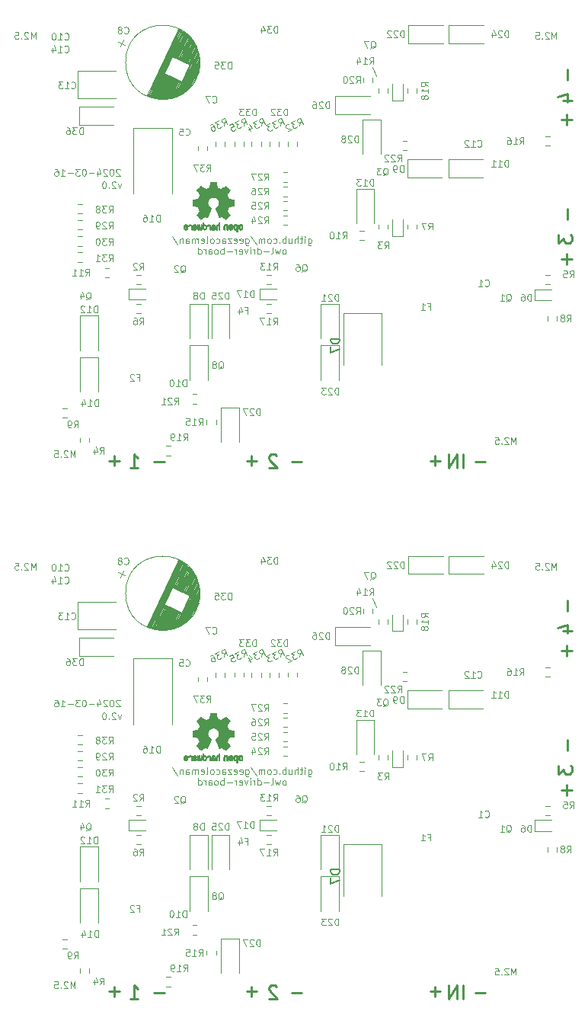
<source format=gbr>
%TF.GenerationSoftware,KiCad,Pcbnew,6.0.11+dfsg-1*%
%TF.CreationDate,2024-03-17T11:48:16+00:00*%
%TF.ProjectId,panel,70616e65-6c2e-46b6-9963-61645f706362,rev?*%
%TF.SameCoordinates,Original*%
%TF.FileFunction,Legend,Bot*%
%TF.FilePolarity,Positive*%
%FSLAX46Y46*%
G04 Gerber Fmt 4.6, Leading zero omitted, Abs format (unit mm)*
G04 Created by KiCad (PCBNEW 6.0.11+dfsg-1) date 2024-03-17 11:48:16*
%MOMM*%
%LPD*%
G01*
G04 APERTURE LIST*
%ADD10C,0.120000*%
%ADD11C,0.240000*%
%ADD12C,0.150000*%
%ADD13C,0.010000*%
G04 APERTURE END LIST*
D10*
X158100000Y-39000000D02*
X158500000Y-40000000D01*
X158100000Y-98000000D02*
X158500000Y-99000000D01*
D11*
X179707142Y-45386857D02*
X179707142Y-44244000D01*
X180278571Y-44815428D02*
X179135714Y-44815428D01*
X179707142Y-104386857D02*
X179707142Y-103244000D01*
X180278571Y-103815428D02*
X179135714Y-103815428D01*
X164513142Y-82707142D02*
X165656000Y-82707142D01*
X165084571Y-83278571D02*
X165084571Y-82135714D01*
X164513142Y-141707142D02*
X165656000Y-141707142D01*
X165084571Y-142278571D02*
X165084571Y-141135714D01*
X133813142Y-82807142D02*
X134956000Y-82807142D01*
X133813142Y-141807142D02*
X134956000Y-141807142D01*
X168186857Y-83478571D02*
X168186857Y-81978571D01*
X167472571Y-83478571D02*
X167472571Y-81978571D01*
X166615428Y-83478571D01*
X166615428Y-81978571D01*
X168186857Y-142478571D02*
X168186857Y-140978571D01*
X167472571Y-142478571D02*
X167472571Y-140978571D01*
X166615428Y-142478571D01*
X166615428Y-140978571D01*
D10*
X120642857Y-35839285D02*
X120642857Y-35089285D01*
X120392857Y-35625000D01*
X120142857Y-35089285D01*
X120142857Y-35839285D01*
X119821428Y-35160714D02*
X119785714Y-35125000D01*
X119714285Y-35089285D01*
X119535714Y-35089285D01*
X119464285Y-35125000D01*
X119428571Y-35160714D01*
X119392857Y-35232142D01*
X119392857Y-35303571D01*
X119428571Y-35410714D01*
X119857142Y-35839285D01*
X119392857Y-35839285D01*
X119071428Y-35767857D02*
X119035714Y-35803571D01*
X119071428Y-35839285D01*
X119107142Y-35803571D01*
X119071428Y-35767857D01*
X119071428Y-35839285D01*
X118357142Y-35089285D02*
X118714285Y-35089285D01*
X118750000Y-35446428D01*
X118714285Y-35410714D01*
X118642857Y-35375000D01*
X118464285Y-35375000D01*
X118392857Y-35410714D01*
X118357142Y-35446428D01*
X118321428Y-35517857D01*
X118321428Y-35696428D01*
X118357142Y-35767857D01*
X118392857Y-35803571D01*
X118464285Y-35839285D01*
X118642857Y-35839285D01*
X118714285Y-35803571D01*
X118750000Y-35767857D01*
X120642857Y-94839285D02*
X120642857Y-94089285D01*
X120392857Y-94625000D01*
X120142857Y-94089285D01*
X120142857Y-94839285D01*
X119821428Y-94160714D02*
X119785714Y-94125000D01*
X119714285Y-94089285D01*
X119535714Y-94089285D01*
X119464285Y-94125000D01*
X119428571Y-94160714D01*
X119392857Y-94232142D01*
X119392857Y-94303571D01*
X119428571Y-94410714D01*
X119857142Y-94839285D01*
X119392857Y-94839285D01*
X119071428Y-94767857D02*
X119035714Y-94803571D01*
X119071428Y-94839285D01*
X119107142Y-94803571D01*
X119071428Y-94767857D01*
X119071428Y-94839285D01*
X118357142Y-94089285D02*
X118714285Y-94089285D01*
X118750000Y-94446428D01*
X118714285Y-94410714D01*
X118642857Y-94375000D01*
X118464285Y-94375000D01*
X118392857Y-94410714D01*
X118357142Y-94446428D01*
X118321428Y-94517857D01*
X118321428Y-94696428D01*
X118357142Y-94767857D01*
X118392857Y-94803571D01*
X118464285Y-94839285D01*
X118642857Y-94839285D01*
X118714285Y-94803571D01*
X118750000Y-94767857D01*
D11*
X179807142Y-40386857D02*
X179807142Y-39244000D01*
X179807142Y-99386857D02*
X179807142Y-98244000D01*
X179807142Y-55886857D02*
X179807142Y-54744000D01*
X179807142Y-114886857D02*
X179807142Y-113744000D01*
X144113142Y-82707142D02*
X145256000Y-82707142D01*
X144684571Y-83278571D02*
X144684571Y-82135714D01*
X144113142Y-141707142D02*
X145256000Y-141707142D01*
X144684571Y-142278571D02*
X144684571Y-141135714D01*
D10*
X150957142Y-58035535D02*
X150957142Y-58642678D01*
X150992857Y-58714107D01*
X151028571Y-58749821D01*
X151100000Y-58785535D01*
X151207142Y-58785535D01*
X151278571Y-58749821D01*
X150957142Y-58499821D02*
X151028571Y-58535535D01*
X151171428Y-58535535D01*
X151242857Y-58499821D01*
X151278571Y-58464107D01*
X151314285Y-58392678D01*
X151314285Y-58178392D01*
X151278571Y-58106964D01*
X151242857Y-58071250D01*
X151171428Y-58035535D01*
X151028571Y-58035535D01*
X150957142Y-58071250D01*
X150600000Y-58535535D02*
X150600000Y-58035535D01*
X150600000Y-57785535D02*
X150635714Y-57821250D01*
X150600000Y-57856964D01*
X150564285Y-57821250D01*
X150600000Y-57785535D01*
X150600000Y-57856964D01*
X150350000Y-58035535D02*
X150064285Y-58035535D01*
X150242857Y-57785535D02*
X150242857Y-58428392D01*
X150207142Y-58499821D01*
X150135714Y-58535535D01*
X150064285Y-58535535D01*
X149814285Y-58535535D02*
X149814285Y-57785535D01*
X149492857Y-58535535D02*
X149492857Y-58142678D01*
X149528571Y-58071250D01*
X149600000Y-58035535D01*
X149707142Y-58035535D01*
X149778571Y-58071250D01*
X149814285Y-58106964D01*
X148814285Y-58035535D02*
X148814285Y-58535535D01*
X149135714Y-58035535D02*
X149135714Y-58428392D01*
X149100000Y-58499821D01*
X149028571Y-58535535D01*
X148921428Y-58535535D01*
X148850000Y-58499821D01*
X148814285Y-58464107D01*
X148457142Y-58535535D02*
X148457142Y-57785535D01*
X148457142Y-58071250D02*
X148385714Y-58035535D01*
X148242857Y-58035535D01*
X148171428Y-58071250D01*
X148135714Y-58106964D01*
X148100000Y-58178392D01*
X148100000Y-58392678D01*
X148135714Y-58464107D01*
X148171428Y-58499821D01*
X148242857Y-58535535D01*
X148385714Y-58535535D01*
X148457142Y-58499821D01*
X147778571Y-58464107D02*
X147742857Y-58499821D01*
X147778571Y-58535535D01*
X147814285Y-58499821D01*
X147778571Y-58464107D01*
X147778571Y-58535535D01*
X147100000Y-58499821D02*
X147171428Y-58535535D01*
X147314285Y-58535535D01*
X147385714Y-58499821D01*
X147421428Y-58464107D01*
X147457142Y-58392678D01*
X147457142Y-58178392D01*
X147421428Y-58106964D01*
X147385714Y-58071250D01*
X147314285Y-58035535D01*
X147171428Y-58035535D01*
X147100000Y-58071250D01*
X146671428Y-58535535D02*
X146742857Y-58499821D01*
X146778571Y-58464107D01*
X146814285Y-58392678D01*
X146814285Y-58178392D01*
X146778571Y-58106964D01*
X146742857Y-58071250D01*
X146671428Y-58035535D01*
X146564285Y-58035535D01*
X146492857Y-58071250D01*
X146457142Y-58106964D01*
X146421428Y-58178392D01*
X146421428Y-58392678D01*
X146457142Y-58464107D01*
X146492857Y-58499821D01*
X146564285Y-58535535D01*
X146671428Y-58535535D01*
X146100000Y-58535535D02*
X146100000Y-58035535D01*
X146100000Y-58106964D02*
X146064285Y-58071250D01*
X145992857Y-58035535D01*
X145885714Y-58035535D01*
X145814285Y-58071250D01*
X145778571Y-58142678D01*
X145778571Y-58535535D01*
X145778571Y-58142678D02*
X145742857Y-58071250D01*
X145671428Y-58035535D01*
X145564285Y-58035535D01*
X145492857Y-58071250D01*
X145457142Y-58142678D01*
X145457142Y-58535535D01*
X144564285Y-57749821D02*
X145207142Y-58714107D01*
X143992857Y-58035535D02*
X143992857Y-58642678D01*
X144028571Y-58714107D01*
X144064285Y-58749821D01*
X144135714Y-58785535D01*
X144242857Y-58785535D01*
X144314285Y-58749821D01*
X143992857Y-58499821D02*
X144064285Y-58535535D01*
X144207142Y-58535535D01*
X144278571Y-58499821D01*
X144314285Y-58464107D01*
X144350000Y-58392678D01*
X144350000Y-58178392D01*
X144314285Y-58106964D01*
X144278571Y-58071250D01*
X144207142Y-58035535D01*
X144064285Y-58035535D01*
X143992857Y-58071250D01*
X143350000Y-58499821D02*
X143421428Y-58535535D01*
X143564285Y-58535535D01*
X143635714Y-58499821D01*
X143671428Y-58428392D01*
X143671428Y-58142678D01*
X143635714Y-58071250D01*
X143564285Y-58035535D01*
X143421428Y-58035535D01*
X143350000Y-58071250D01*
X143314285Y-58142678D01*
X143314285Y-58214107D01*
X143671428Y-58285535D01*
X142707142Y-58499821D02*
X142778571Y-58535535D01*
X142921428Y-58535535D01*
X142992857Y-58499821D01*
X143028571Y-58428392D01*
X143028571Y-58142678D01*
X142992857Y-58071250D01*
X142921428Y-58035535D01*
X142778571Y-58035535D01*
X142707142Y-58071250D01*
X142671428Y-58142678D01*
X142671428Y-58214107D01*
X143028571Y-58285535D01*
X142421428Y-58035535D02*
X142028571Y-58035535D01*
X142421428Y-58535535D01*
X142028571Y-58535535D01*
X141421428Y-58535535D02*
X141421428Y-58142678D01*
X141457142Y-58071250D01*
X141528571Y-58035535D01*
X141671428Y-58035535D01*
X141742857Y-58071250D01*
X141421428Y-58499821D02*
X141492857Y-58535535D01*
X141671428Y-58535535D01*
X141742857Y-58499821D01*
X141778571Y-58428392D01*
X141778571Y-58356964D01*
X141742857Y-58285535D01*
X141671428Y-58249821D01*
X141492857Y-58249821D01*
X141421428Y-58214107D01*
X140742857Y-58499821D02*
X140814285Y-58535535D01*
X140957142Y-58535535D01*
X141028571Y-58499821D01*
X141064285Y-58464107D01*
X141100000Y-58392678D01*
X141100000Y-58178392D01*
X141064285Y-58106964D01*
X141028571Y-58071250D01*
X140957142Y-58035535D01*
X140814285Y-58035535D01*
X140742857Y-58071250D01*
X140314285Y-58535535D02*
X140385714Y-58499821D01*
X140421428Y-58464107D01*
X140457142Y-58392678D01*
X140457142Y-58178392D01*
X140421428Y-58106964D01*
X140385714Y-58071250D01*
X140314285Y-58035535D01*
X140207142Y-58035535D01*
X140135714Y-58071250D01*
X140100000Y-58106964D01*
X140064285Y-58178392D01*
X140064285Y-58392678D01*
X140100000Y-58464107D01*
X140135714Y-58499821D01*
X140207142Y-58535535D01*
X140314285Y-58535535D01*
X139635714Y-58535535D02*
X139707142Y-58499821D01*
X139742857Y-58428392D01*
X139742857Y-57785535D01*
X139064285Y-58499821D02*
X139135714Y-58535535D01*
X139278571Y-58535535D01*
X139350000Y-58499821D01*
X139385714Y-58428392D01*
X139385714Y-58142678D01*
X139350000Y-58071250D01*
X139278571Y-58035535D01*
X139135714Y-58035535D01*
X139064285Y-58071250D01*
X139028571Y-58142678D01*
X139028571Y-58214107D01*
X139385714Y-58285535D01*
X138707142Y-58535535D02*
X138707142Y-58035535D01*
X138707142Y-58106964D02*
X138671428Y-58071250D01*
X138600000Y-58035535D01*
X138492857Y-58035535D01*
X138421428Y-58071250D01*
X138385714Y-58142678D01*
X138385714Y-58535535D01*
X138385714Y-58142678D02*
X138350000Y-58071250D01*
X138278571Y-58035535D01*
X138171428Y-58035535D01*
X138100000Y-58071250D01*
X138064285Y-58142678D01*
X138064285Y-58535535D01*
X137385714Y-58535535D02*
X137385714Y-58142678D01*
X137421428Y-58071250D01*
X137492857Y-58035535D01*
X137635714Y-58035535D01*
X137707142Y-58071250D01*
X137385714Y-58499821D02*
X137457142Y-58535535D01*
X137635714Y-58535535D01*
X137707142Y-58499821D01*
X137742857Y-58428392D01*
X137742857Y-58356964D01*
X137707142Y-58285535D01*
X137635714Y-58249821D01*
X137457142Y-58249821D01*
X137385714Y-58214107D01*
X137028571Y-58035535D02*
X137028571Y-58535535D01*
X137028571Y-58106964D02*
X136992857Y-58071250D01*
X136921428Y-58035535D01*
X136814285Y-58035535D01*
X136742857Y-58071250D01*
X136707142Y-58142678D01*
X136707142Y-58535535D01*
X135814285Y-57749821D02*
X136457142Y-58714107D01*
X148350000Y-59743035D02*
X148421428Y-59707321D01*
X148457142Y-59671607D01*
X148492857Y-59600178D01*
X148492857Y-59385892D01*
X148457142Y-59314464D01*
X148421428Y-59278750D01*
X148350000Y-59243035D01*
X148242857Y-59243035D01*
X148171428Y-59278750D01*
X148135714Y-59314464D01*
X148100000Y-59385892D01*
X148100000Y-59600178D01*
X148135714Y-59671607D01*
X148171428Y-59707321D01*
X148242857Y-59743035D01*
X148350000Y-59743035D01*
X147850000Y-59243035D02*
X147707142Y-59743035D01*
X147564285Y-59385892D01*
X147421428Y-59743035D01*
X147278571Y-59243035D01*
X146885714Y-59743035D02*
X146957142Y-59707321D01*
X146992857Y-59635892D01*
X146992857Y-58993035D01*
X146600000Y-59457321D02*
X146028571Y-59457321D01*
X145350000Y-59743035D02*
X145350000Y-58993035D01*
X145350000Y-59707321D02*
X145421428Y-59743035D01*
X145564285Y-59743035D01*
X145635714Y-59707321D01*
X145671428Y-59671607D01*
X145707142Y-59600178D01*
X145707142Y-59385892D01*
X145671428Y-59314464D01*
X145635714Y-59278750D01*
X145564285Y-59243035D01*
X145421428Y-59243035D01*
X145350000Y-59278750D01*
X144992857Y-59743035D02*
X144992857Y-59243035D01*
X144992857Y-59385892D02*
X144957142Y-59314464D01*
X144921428Y-59278750D01*
X144850000Y-59243035D01*
X144778571Y-59243035D01*
X144528571Y-59743035D02*
X144528571Y-59243035D01*
X144528571Y-58993035D02*
X144564285Y-59028750D01*
X144528571Y-59064464D01*
X144492857Y-59028750D01*
X144528571Y-58993035D01*
X144528571Y-59064464D01*
X144242857Y-59243035D02*
X144064285Y-59743035D01*
X143885714Y-59243035D01*
X143314285Y-59707321D02*
X143385714Y-59743035D01*
X143528571Y-59743035D01*
X143600000Y-59707321D01*
X143635714Y-59635892D01*
X143635714Y-59350178D01*
X143600000Y-59278750D01*
X143528571Y-59243035D01*
X143385714Y-59243035D01*
X143314285Y-59278750D01*
X143278571Y-59350178D01*
X143278571Y-59421607D01*
X143635714Y-59493035D01*
X142957142Y-59743035D02*
X142957142Y-59243035D01*
X142957142Y-59385892D02*
X142921428Y-59314464D01*
X142885714Y-59278750D01*
X142814285Y-59243035D01*
X142742857Y-59243035D01*
X142492857Y-59457321D02*
X141921428Y-59457321D01*
X141564285Y-59743035D02*
X141564285Y-58993035D01*
X141564285Y-59278750D02*
X141492857Y-59243035D01*
X141350000Y-59243035D01*
X141278571Y-59278750D01*
X141242857Y-59314464D01*
X141207142Y-59385892D01*
X141207142Y-59600178D01*
X141242857Y-59671607D01*
X141278571Y-59707321D01*
X141350000Y-59743035D01*
X141492857Y-59743035D01*
X141564285Y-59707321D01*
X140778571Y-59743035D02*
X140850000Y-59707321D01*
X140885714Y-59671607D01*
X140921428Y-59600178D01*
X140921428Y-59385892D01*
X140885714Y-59314464D01*
X140850000Y-59278750D01*
X140778571Y-59243035D01*
X140671428Y-59243035D01*
X140600000Y-59278750D01*
X140564285Y-59314464D01*
X140528571Y-59385892D01*
X140528571Y-59600178D01*
X140564285Y-59671607D01*
X140600000Y-59707321D01*
X140671428Y-59743035D01*
X140778571Y-59743035D01*
X139885714Y-59743035D02*
X139885714Y-59350178D01*
X139921428Y-59278750D01*
X139992857Y-59243035D01*
X140135714Y-59243035D01*
X140207142Y-59278750D01*
X139885714Y-59707321D02*
X139957142Y-59743035D01*
X140135714Y-59743035D01*
X140207142Y-59707321D01*
X140242857Y-59635892D01*
X140242857Y-59564464D01*
X140207142Y-59493035D01*
X140135714Y-59457321D01*
X139957142Y-59457321D01*
X139885714Y-59421607D01*
X139528571Y-59743035D02*
X139528571Y-59243035D01*
X139528571Y-59385892D02*
X139492857Y-59314464D01*
X139457142Y-59278750D01*
X139385714Y-59243035D01*
X139314285Y-59243035D01*
X138742857Y-59743035D02*
X138742857Y-58993035D01*
X138742857Y-59707321D02*
X138814285Y-59743035D01*
X138957142Y-59743035D01*
X139028571Y-59707321D01*
X139064285Y-59671607D01*
X139100000Y-59600178D01*
X139100000Y-59385892D01*
X139064285Y-59314464D01*
X139028571Y-59278750D01*
X138957142Y-59243035D01*
X138814285Y-59243035D01*
X138742857Y-59278750D01*
X150957142Y-117035535D02*
X150957142Y-117642678D01*
X150992857Y-117714107D01*
X151028571Y-117749821D01*
X151100000Y-117785535D01*
X151207142Y-117785535D01*
X151278571Y-117749821D01*
X150957142Y-117499821D02*
X151028571Y-117535535D01*
X151171428Y-117535535D01*
X151242857Y-117499821D01*
X151278571Y-117464107D01*
X151314285Y-117392678D01*
X151314285Y-117178392D01*
X151278571Y-117106964D01*
X151242857Y-117071250D01*
X151171428Y-117035535D01*
X151028571Y-117035535D01*
X150957142Y-117071250D01*
X150600000Y-117535535D02*
X150600000Y-117035535D01*
X150600000Y-116785535D02*
X150635714Y-116821250D01*
X150600000Y-116856964D01*
X150564285Y-116821250D01*
X150600000Y-116785535D01*
X150600000Y-116856964D01*
X150350000Y-117035535D02*
X150064285Y-117035535D01*
X150242857Y-116785535D02*
X150242857Y-117428392D01*
X150207142Y-117499821D01*
X150135714Y-117535535D01*
X150064285Y-117535535D01*
X149814285Y-117535535D02*
X149814285Y-116785535D01*
X149492857Y-117535535D02*
X149492857Y-117142678D01*
X149528571Y-117071250D01*
X149600000Y-117035535D01*
X149707142Y-117035535D01*
X149778571Y-117071250D01*
X149814285Y-117106964D01*
X148814285Y-117035535D02*
X148814285Y-117535535D01*
X149135714Y-117035535D02*
X149135714Y-117428392D01*
X149100000Y-117499821D01*
X149028571Y-117535535D01*
X148921428Y-117535535D01*
X148850000Y-117499821D01*
X148814285Y-117464107D01*
X148457142Y-117535535D02*
X148457142Y-116785535D01*
X148457142Y-117071250D02*
X148385714Y-117035535D01*
X148242857Y-117035535D01*
X148171428Y-117071250D01*
X148135714Y-117106964D01*
X148100000Y-117178392D01*
X148100000Y-117392678D01*
X148135714Y-117464107D01*
X148171428Y-117499821D01*
X148242857Y-117535535D01*
X148385714Y-117535535D01*
X148457142Y-117499821D01*
X147778571Y-117464107D02*
X147742857Y-117499821D01*
X147778571Y-117535535D01*
X147814285Y-117499821D01*
X147778571Y-117464107D01*
X147778571Y-117535535D01*
X147100000Y-117499821D02*
X147171428Y-117535535D01*
X147314285Y-117535535D01*
X147385714Y-117499821D01*
X147421428Y-117464107D01*
X147457142Y-117392678D01*
X147457142Y-117178392D01*
X147421428Y-117106964D01*
X147385714Y-117071250D01*
X147314285Y-117035535D01*
X147171428Y-117035535D01*
X147100000Y-117071250D01*
X146671428Y-117535535D02*
X146742857Y-117499821D01*
X146778571Y-117464107D01*
X146814285Y-117392678D01*
X146814285Y-117178392D01*
X146778571Y-117106964D01*
X146742857Y-117071250D01*
X146671428Y-117035535D01*
X146564285Y-117035535D01*
X146492857Y-117071250D01*
X146457142Y-117106964D01*
X146421428Y-117178392D01*
X146421428Y-117392678D01*
X146457142Y-117464107D01*
X146492857Y-117499821D01*
X146564285Y-117535535D01*
X146671428Y-117535535D01*
X146100000Y-117535535D02*
X146100000Y-117035535D01*
X146100000Y-117106964D02*
X146064285Y-117071250D01*
X145992857Y-117035535D01*
X145885714Y-117035535D01*
X145814285Y-117071250D01*
X145778571Y-117142678D01*
X145778571Y-117535535D01*
X145778571Y-117142678D02*
X145742857Y-117071250D01*
X145671428Y-117035535D01*
X145564285Y-117035535D01*
X145492857Y-117071250D01*
X145457142Y-117142678D01*
X145457142Y-117535535D01*
X144564285Y-116749821D02*
X145207142Y-117714107D01*
X143992857Y-117035535D02*
X143992857Y-117642678D01*
X144028571Y-117714107D01*
X144064285Y-117749821D01*
X144135714Y-117785535D01*
X144242857Y-117785535D01*
X144314285Y-117749821D01*
X143992857Y-117499821D02*
X144064285Y-117535535D01*
X144207142Y-117535535D01*
X144278571Y-117499821D01*
X144314285Y-117464107D01*
X144350000Y-117392678D01*
X144350000Y-117178392D01*
X144314285Y-117106964D01*
X144278571Y-117071250D01*
X144207142Y-117035535D01*
X144064285Y-117035535D01*
X143992857Y-117071250D01*
X143350000Y-117499821D02*
X143421428Y-117535535D01*
X143564285Y-117535535D01*
X143635714Y-117499821D01*
X143671428Y-117428392D01*
X143671428Y-117142678D01*
X143635714Y-117071250D01*
X143564285Y-117035535D01*
X143421428Y-117035535D01*
X143350000Y-117071250D01*
X143314285Y-117142678D01*
X143314285Y-117214107D01*
X143671428Y-117285535D01*
X142707142Y-117499821D02*
X142778571Y-117535535D01*
X142921428Y-117535535D01*
X142992857Y-117499821D01*
X143028571Y-117428392D01*
X143028571Y-117142678D01*
X142992857Y-117071250D01*
X142921428Y-117035535D01*
X142778571Y-117035535D01*
X142707142Y-117071250D01*
X142671428Y-117142678D01*
X142671428Y-117214107D01*
X143028571Y-117285535D01*
X142421428Y-117035535D02*
X142028571Y-117035535D01*
X142421428Y-117535535D01*
X142028571Y-117535535D01*
X141421428Y-117535535D02*
X141421428Y-117142678D01*
X141457142Y-117071250D01*
X141528571Y-117035535D01*
X141671428Y-117035535D01*
X141742857Y-117071250D01*
X141421428Y-117499821D02*
X141492857Y-117535535D01*
X141671428Y-117535535D01*
X141742857Y-117499821D01*
X141778571Y-117428392D01*
X141778571Y-117356964D01*
X141742857Y-117285535D01*
X141671428Y-117249821D01*
X141492857Y-117249821D01*
X141421428Y-117214107D01*
X140742857Y-117499821D02*
X140814285Y-117535535D01*
X140957142Y-117535535D01*
X141028571Y-117499821D01*
X141064285Y-117464107D01*
X141100000Y-117392678D01*
X141100000Y-117178392D01*
X141064285Y-117106964D01*
X141028571Y-117071250D01*
X140957142Y-117035535D01*
X140814285Y-117035535D01*
X140742857Y-117071250D01*
X140314285Y-117535535D02*
X140385714Y-117499821D01*
X140421428Y-117464107D01*
X140457142Y-117392678D01*
X140457142Y-117178392D01*
X140421428Y-117106964D01*
X140385714Y-117071250D01*
X140314285Y-117035535D01*
X140207142Y-117035535D01*
X140135714Y-117071250D01*
X140100000Y-117106964D01*
X140064285Y-117178392D01*
X140064285Y-117392678D01*
X140100000Y-117464107D01*
X140135714Y-117499821D01*
X140207142Y-117535535D01*
X140314285Y-117535535D01*
X139635714Y-117535535D02*
X139707142Y-117499821D01*
X139742857Y-117428392D01*
X139742857Y-116785535D01*
X139064285Y-117499821D02*
X139135714Y-117535535D01*
X139278571Y-117535535D01*
X139350000Y-117499821D01*
X139385714Y-117428392D01*
X139385714Y-117142678D01*
X139350000Y-117071250D01*
X139278571Y-117035535D01*
X139135714Y-117035535D01*
X139064285Y-117071250D01*
X139028571Y-117142678D01*
X139028571Y-117214107D01*
X139385714Y-117285535D01*
X138707142Y-117535535D02*
X138707142Y-117035535D01*
X138707142Y-117106964D02*
X138671428Y-117071250D01*
X138600000Y-117035535D01*
X138492857Y-117035535D01*
X138421428Y-117071250D01*
X138385714Y-117142678D01*
X138385714Y-117535535D01*
X138385714Y-117142678D02*
X138350000Y-117071250D01*
X138278571Y-117035535D01*
X138171428Y-117035535D01*
X138100000Y-117071250D01*
X138064285Y-117142678D01*
X138064285Y-117535535D01*
X137385714Y-117535535D02*
X137385714Y-117142678D01*
X137421428Y-117071250D01*
X137492857Y-117035535D01*
X137635714Y-117035535D01*
X137707142Y-117071250D01*
X137385714Y-117499821D02*
X137457142Y-117535535D01*
X137635714Y-117535535D01*
X137707142Y-117499821D01*
X137742857Y-117428392D01*
X137742857Y-117356964D01*
X137707142Y-117285535D01*
X137635714Y-117249821D01*
X137457142Y-117249821D01*
X137385714Y-117214107D01*
X137028571Y-117035535D02*
X137028571Y-117535535D01*
X137028571Y-117106964D02*
X136992857Y-117071250D01*
X136921428Y-117035535D01*
X136814285Y-117035535D01*
X136742857Y-117071250D01*
X136707142Y-117142678D01*
X136707142Y-117535535D01*
X135814285Y-116749821D02*
X136457142Y-117714107D01*
X148350000Y-118743035D02*
X148421428Y-118707321D01*
X148457142Y-118671607D01*
X148492857Y-118600178D01*
X148492857Y-118385892D01*
X148457142Y-118314464D01*
X148421428Y-118278750D01*
X148350000Y-118243035D01*
X148242857Y-118243035D01*
X148171428Y-118278750D01*
X148135714Y-118314464D01*
X148100000Y-118385892D01*
X148100000Y-118600178D01*
X148135714Y-118671607D01*
X148171428Y-118707321D01*
X148242857Y-118743035D01*
X148350000Y-118743035D01*
X147850000Y-118243035D02*
X147707142Y-118743035D01*
X147564285Y-118385892D01*
X147421428Y-118743035D01*
X147278571Y-118243035D01*
X146885714Y-118743035D02*
X146957142Y-118707321D01*
X146992857Y-118635892D01*
X146992857Y-117993035D01*
X146600000Y-118457321D02*
X146028571Y-118457321D01*
X145350000Y-118743035D02*
X145350000Y-117993035D01*
X145350000Y-118707321D02*
X145421428Y-118743035D01*
X145564285Y-118743035D01*
X145635714Y-118707321D01*
X145671428Y-118671607D01*
X145707142Y-118600178D01*
X145707142Y-118385892D01*
X145671428Y-118314464D01*
X145635714Y-118278750D01*
X145564285Y-118243035D01*
X145421428Y-118243035D01*
X145350000Y-118278750D01*
X144992857Y-118743035D02*
X144992857Y-118243035D01*
X144992857Y-118385892D02*
X144957142Y-118314464D01*
X144921428Y-118278750D01*
X144850000Y-118243035D01*
X144778571Y-118243035D01*
X144528571Y-118743035D02*
X144528571Y-118243035D01*
X144528571Y-117993035D02*
X144564285Y-118028750D01*
X144528571Y-118064464D01*
X144492857Y-118028750D01*
X144528571Y-117993035D01*
X144528571Y-118064464D01*
X144242857Y-118243035D02*
X144064285Y-118743035D01*
X143885714Y-118243035D01*
X143314285Y-118707321D02*
X143385714Y-118743035D01*
X143528571Y-118743035D01*
X143600000Y-118707321D01*
X143635714Y-118635892D01*
X143635714Y-118350178D01*
X143600000Y-118278750D01*
X143528571Y-118243035D01*
X143385714Y-118243035D01*
X143314285Y-118278750D01*
X143278571Y-118350178D01*
X143278571Y-118421607D01*
X143635714Y-118493035D01*
X142957142Y-118743035D02*
X142957142Y-118243035D01*
X142957142Y-118385892D02*
X142921428Y-118314464D01*
X142885714Y-118278750D01*
X142814285Y-118243035D01*
X142742857Y-118243035D01*
X142492857Y-118457321D02*
X141921428Y-118457321D01*
X141564285Y-118743035D02*
X141564285Y-117993035D01*
X141564285Y-118278750D02*
X141492857Y-118243035D01*
X141350000Y-118243035D01*
X141278571Y-118278750D01*
X141242857Y-118314464D01*
X141207142Y-118385892D01*
X141207142Y-118600178D01*
X141242857Y-118671607D01*
X141278571Y-118707321D01*
X141350000Y-118743035D01*
X141492857Y-118743035D01*
X141564285Y-118707321D01*
X140778571Y-118743035D02*
X140850000Y-118707321D01*
X140885714Y-118671607D01*
X140921428Y-118600178D01*
X140921428Y-118385892D01*
X140885714Y-118314464D01*
X140850000Y-118278750D01*
X140778571Y-118243035D01*
X140671428Y-118243035D01*
X140600000Y-118278750D01*
X140564285Y-118314464D01*
X140528571Y-118385892D01*
X140528571Y-118600178D01*
X140564285Y-118671607D01*
X140600000Y-118707321D01*
X140671428Y-118743035D01*
X140778571Y-118743035D01*
X139885714Y-118743035D02*
X139885714Y-118350178D01*
X139921428Y-118278750D01*
X139992857Y-118243035D01*
X140135714Y-118243035D01*
X140207142Y-118278750D01*
X139885714Y-118707321D02*
X139957142Y-118743035D01*
X140135714Y-118743035D01*
X140207142Y-118707321D01*
X140242857Y-118635892D01*
X140242857Y-118564464D01*
X140207142Y-118493035D01*
X140135714Y-118457321D01*
X139957142Y-118457321D01*
X139885714Y-118421607D01*
X139528571Y-118743035D02*
X139528571Y-118243035D01*
X139528571Y-118385892D02*
X139492857Y-118314464D01*
X139457142Y-118278750D01*
X139385714Y-118243035D01*
X139314285Y-118243035D01*
X138742857Y-118743035D02*
X138742857Y-117993035D01*
X138742857Y-118707321D02*
X138814285Y-118743035D01*
X138957142Y-118743035D01*
X139028571Y-118707321D01*
X139064285Y-118671607D01*
X139100000Y-118600178D01*
X139100000Y-118385892D01*
X139064285Y-118314464D01*
X139028571Y-118278750D01*
X138957142Y-118243035D01*
X138814285Y-118243035D01*
X138742857Y-118278750D01*
X174042857Y-80839285D02*
X174042857Y-80089285D01*
X173792857Y-80625000D01*
X173542857Y-80089285D01*
X173542857Y-80839285D01*
X173221428Y-80160714D02*
X173185714Y-80125000D01*
X173114285Y-80089285D01*
X172935714Y-80089285D01*
X172864285Y-80125000D01*
X172828571Y-80160714D01*
X172792857Y-80232142D01*
X172792857Y-80303571D01*
X172828571Y-80410714D01*
X173257142Y-80839285D01*
X172792857Y-80839285D01*
X172471428Y-80767857D02*
X172435714Y-80803571D01*
X172471428Y-80839285D01*
X172507142Y-80803571D01*
X172471428Y-80767857D01*
X172471428Y-80839285D01*
X171757142Y-80089285D02*
X172114285Y-80089285D01*
X172150000Y-80446428D01*
X172114285Y-80410714D01*
X172042857Y-80375000D01*
X171864285Y-80375000D01*
X171792857Y-80410714D01*
X171757142Y-80446428D01*
X171721428Y-80517857D01*
X171721428Y-80696428D01*
X171757142Y-80767857D01*
X171792857Y-80803571D01*
X171864285Y-80839285D01*
X172042857Y-80839285D01*
X172114285Y-80803571D01*
X172150000Y-80767857D01*
X174042857Y-139839285D02*
X174042857Y-139089285D01*
X173792857Y-139625000D01*
X173542857Y-139089285D01*
X173542857Y-139839285D01*
X173221428Y-139160714D02*
X173185714Y-139125000D01*
X173114285Y-139089285D01*
X172935714Y-139089285D01*
X172864285Y-139125000D01*
X172828571Y-139160714D01*
X172792857Y-139232142D01*
X172792857Y-139303571D01*
X172828571Y-139410714D01*
X173257142Y-139839285D01*
X172792857Y-139839285D01*
X172471428Y-139767857D02*
X172435714Y-139803571D01*
X172471428Y-139839285D01*
X172507142Y-139803571D01*
X172471428Y-139767857D01*
X172471428Y-139839285D01*
X171757142Y-139089285D02*
X172114285Y-139089285D01*
X172150000Y-139446428D01*
X172114285Y-139410714D01*
X172042857Y-139375000D01*
X171864285Y-139375000D01*
X171792857Y-139410714D01*
X171757142Y-139446428D01*
X171721428Y-139517857D01*
X171721428Y-139696428D01*
X171757142Y-139767857D01*
X171792857Y-139803571D01*
X171864285Y-139839285D01*
X172042857Y-139839285D01*
X172114285Y-139803571D01*
X172150000Y-139767857D01*
X125042857Y-82339285D02*
X125042857Y-81589285D01*
X124792857Y-82125000D01*
X124542857Y-81589285D01*
X124542857Y-82339285D01*
X124221428Y-81660714D02*
X124185714Y-81625000D01*
X124114285Y-81589285D01*
X123935714Y-81589285D01*
X123864285Y-81625000D01*
X123828571Y-81660714D01*
X123792857Y-81732142D01*
X123792857Y-81803571D01*
X123828571Y-81910714D01*
X124257142Y-82339285D01*
X123792857Y-82339285D01*
X123471428Y-82267857D02*
X123435714Y-82303571D01*
X123471428Y-82339285D01*
X123507142Y-82303571D01*
X123471428Y-82267857D01*
X123471428Y-82339285D01*
X122757142Y-81589285D02*
X123114285Y-81589285D01*
X123150000Y-81946428D01*
X123114285Y-81910714D01*
X123042857Y-81875000D01*
X122864285Y-81875000D01*
X122792857Y-81910714D01*
X122757142Y-81946428D01*
X122721428Y-82017857D01*
X122721428Y-82196428D01*
X122757142Y-82267857D01*
X122792857Y-82303571D01*
X122864285Y-82339285D01*
X123042857Y-82339285D01*
X123114285Y-82303571D01*
X123150000Y-82267857D01*
X125042857Y-141339285D02*
X125042857Y-140589285D01*
X124792857Y-141125000D01*
X124542857Y-140589285D01*
X124542857Y-141339285D01*
X124221428Y-140660714D02*
X124185714Y-140625000D01*
X124114285Y-140589285D01*
X123935714Y-140589285D01*
X123864285Y-140625000D01*
X123828571Y-140660714D01*
X123792857Y-140732142D01*
X123792857Y-140803571D01*
X123828571Y-140910714D01*
X124257142Y-141339285D01*
X123792857Y-141339285D01*
X123471428Y-141267857D02*
X123435714Y-141303571D01*
X123471428Y-141339285D01*
X123507142Y-141303571D01*
X123471428Y-141267857D01*
X123471428Y-141339285D01*
X122757142Y-140589285D02*
X123114285Y-140589285D01*
X123150000Y-140946428D01*
X123114285Y-140910714D01*
X123042857Y-140875000D01*
X122864285Y-140875000D01*
X122792857Y-140910714D01*
X122757142Y-140946428D01*
X122721428Y-141017857D01*
X122721428Y-141196428D01*
X122757142Y-141267857D01*
X122792857Y-141303571D01*
X122864285Y-141339285D01*
X123042857Y-141339285D01*
X123114285Y-141303571D01*
X123150000Y-141267857D01*
D11*
X128813142Y-82707142D02*
X129956000Y-82707142D01*
X129384571Y-83278571D02*
X129384571Y-82135714D01*
X128813142Y-141707142D02*
X129956000Y-141707142D01*
X129384571Y-142278571D02*
X129384571Y-141135714D01*
X131201142Y-83478571D02*
X132058285Y-83478571D01*
X131629714Y-83478571D02*
X131629714Y-81978571D01*
X131772571Y-82192857D01*
X131915428Y-82335714D01*
X132058285Y-82407142D01*
X131201142Y-142478571D02*
X132058285Y-142478571D01*
X131629714Y-142478571D02*
X131629714Y-140978571D01*
X131772571Y-141192857D01*
X131915428Y-141335714D01*
X132058285Y-141407142D01*
X179707142Y-60886857D02*
X179707142Y-59744000D01*
X180278571Y-60315428D02*
X179135714Y-60315428D01*
X179707142Y-119886857D02*
X179707142Y-118744000D01*
X180278571Y-119315428D02*
X179135714Y-119315428D01*
X147458285Y-82121428D02*
X147386857Y-82050000D01*
X147244000Y-81978571D01*
X146886857Y-81978571D01*
X146744000Y-82050000D01*
X146672571Y-82121428D01*
X146601142Y-82264285D01*
X146601142Y-82407142D01*
X146672571Y-82621428D01*
X147529714Y-83478571D01*
X146601142Y-83478571D01*
X147458285Y-141121428D02*
X147386857Y-141050000D01*
X147244000Y-140978571D01*
X146886857Y-140978571D01*
X146744000Y-141050000D01*
X146672571Y-141121428D01*
X146601142Y-141264285D01*
X146601142Y-141407142D01*
X146672571Y-141621428D01*
X147529714Y-142478571D01*
X146601142Y-142478571D01*
X149113142Y-82807142D02*
X150256000Y-82807142D01*
X149113142Y-141807142D02*
X150256000Y-141807142D01*
D10*
X178542857Y-35839285D02*
X178542857Y-35089285D01*
X178292857Y-35625000D01*
X178042857Y-35089285D01*
X178042857Y-35839285D01*
X177721428Y-35160714D02*
X177685714Y-35125000D01*
X177614285Y-35089285D01*
X177435714Y-35089285D01*
X177364285Y-35125000D01*
X177328571Y-35160714D01*
X177292857Y-35232142D01*
X177292857Y-35303571D01*
X177328571Y-35410714D01*
X177757142Y-35839285D01*
X177292857Y-35839285D01*
X176971428Y-35767857D02*
X176935714Y-35803571D01*
X176971428Y-35839285D01*
X177007142Y-35803571D01*
X176971428Y-35767857D01*
X176971428Y-35839285D01*
X176257142Y-35089285D02*
X176614285Y-35089285D01*
X176650000Y-35446428D01*
X176614285Y-35410714D01*
X176542857Y-35375000D01*
X176364285Y-35375000D01*
X176292857Y-35410714D01*
X176257142Y-35446428D01*
X176221428Y-35517857D01*
X176221428Y-35696428D01*
X176257142Y-35767857D01*
X176292857Y-35803571D01*
X176364285Y-35839285D01*
X176542857Y-35839285D01*
X176614285Y-35803571D01*
X176650000Y-35767857D01*
X178542857Y-94839285D02*
X178542857Y-94089285D01*
X178292857Y-94625000D01*
X178042857Y-94089285D01*
X178042857Y-94839285D01*
X177721428Y-94160714D02*
X177685714Y-94125000D01*
X177614285Y-94089285D01*
X177435714Y-94089285D01*
X177364285Y-94125000D01*
X177328571Y-94160714D01*
X177292857Y-94232142D01*
X177292857Y-94303571D01*
X177328571Y-94410714D01*
X177757142Y-94839285D01*
X177292857Y-94839285D01*
X176971428Y-94767857D02*
X176935714Y-94803571D01*
X176971428Y-94839285D01*
X177007142Y-94803571D01*
X176971428Y-94767857D01*
X176971428Y-94839285D01*
X176257142Y-94089285D02*
X176614285Y-94089285D01*
X176650000Y-94446428D01*
X176614285Y-94410714D01*
X176542857Y-94375000D01*
X176364285Y-94375000D01*
X176292857Y-94410714D01*
X176257142Y-94446428D01*
X176221428Y-94517857D01*
X176221428Y-94696428D01*
X176257142Y-94767857D01*
X176292857Y-94803571D01*
X176364285Y-94839285D01*
X176542857Y-94839285D01*
X176614285Y-94803571D01*
X176650000Y-94767857D01*
D11*
X178778571Y-57570285D02*
X178778571Y-58498857D01*
X179350000Y-57998857D01*
X179350000Y-58213142D01*
X179421428Y-58356000D01*
X179492857Y-58427428D01*
X179635714Y-58498857D01*
X179992857Y-58498857D01*
X180135714Y-58427428D01*
X180207142Y-58356000D01*
X180278571Y-58213142D01*
X180278571Y-57784571D01*
X180207142Y-57641714D01*
X180135714Y-57570285D01*
X178778571Y-116570285D02*
X178778571Y-117498857D01*
X179350000Y-116998857D01*
X179350000Y-117213142D01*
X179421428Y-117356000D01*
X179492857Y-117427428D01*
X179635714Y-117498857D01*
X179992857Y-117498857D01*
X180135714Y-117427428D01*
X180207142Y-117356000D01*
X180278571Y-117213142D01*
X180278571Y-116784571D01*
X180207142Y-116641714D01*
X180135714Y-116570285D01*
D10*
X130171428Y-51939285D02*
X129992857Y-52439285D01*
X129814285Y-51939285D01*
X129564285Y-51760714D02*
X129528571Y-51725000D01*
X129457142Y-51689285D01*
X129278571Y-51689285D01*
X129207142Y-51725000D01*
X129171428Y-51760714D01*
X129135714Y-51832142D01*
X129135714Y-51903571D01*
X129171428Y-52010714D01*
X129600000Y-52439285D01*
X129135714Y-52439285D01*
X128814285Y-52367857D02*
X128778571Y-52403571D01*
X128814285Y-52439285D01*
X128850000Y-52403571D01*
X128814285Y-52367857D01*
X128814285Y-52439285D01*
X128314285Y-51689285D02*
X128242857Y-51689285D01*
X128171428Y-51725000D01*
X128135714Y-51760714D01*
X128100000Y-51832142D01*
X128064285Y-51975000D01*
X128064285Y-52153571D01*
X128100000Y-52296428D01*
X128135714Y-52367857D01*
X128171428Y-52403571D01*
X128242857Y-52439285D01*
X128314285Y-52439285D01*
X128385714Y-52403571D01*
X128421428Y-52367857D01*
X128457142Y-52296428D01*
X128492857Y-52153571D01*
X128492857Y-51975000D01*
X128457142Y-51832142D01*
X128421428Y-51760714D01*
X128385714Y-51725000D01*
X128314285Y-51689285D01*
X130171428Y-110939285D02*
X129992857Y-111439285D01*
X129814285Y-110939285D01*
X129564285Y-110760714D02*
X129528571Y-110725000D01*
X129457142Y-110689285D01*
X129278571Y-110689285D01*
X129207142Y-110725000D01*
X129171428Y-110760714D01*
X129135714Y-110832142D01*
X129135714Y-110903571D01*
X129171428Y-111010714D01*
X129600000Y-111439285D01*
X129135714Y-111439285D01*
X128814285Y-111367857D02*
X128778571Y-111403571D01*
X128814285Y-111439285D01*
X128850000Y-111403571D01*
X128814285Y-111367857D01*
X128814285Y-111439285D01*
X128314285Y-110689285D02*
X128242857Y-110689285D01*
X128171428Y-110725000D01*
X128135714Y-110760714D01*
X128100000Y-110832142D01*
X128064285Y-110975000D01*
X128064285Y-111153571D01*
X128100000Y-111296428D01*
X128135714Y-111367857D01*
X128171428Y-111403571D01*
X128242857Y-111439285D01*
X128314285Y-111439285D01*
X128385714Y-111403571D01*
X128421428Y-111367857D01*
X128457142Y-111296428D01*
X128492857Y-111153571D01*
X128492857Y-110975000D01*
X128457142Y-110832142D01*
X128421428Y-110760714D01*
X128385714Y-110725000D01*
X128314285Y-110689285D01*
X130042857Y-50360714D02*
X130007142Y-50325000D01*
X129935714Y-50289285D01*
X129757142Y-50289285D01*
X129685714Y-50325000D01*
X129650000Y-50360714D01*
X129614285Y-50432142D01*
X129614285Y-50503571D01*
X129650000Y-50610714D01*
X130078571Y-51039285D01*
X129614285Y-51039285D01*
X129150000Y-50289285D02*
X129078571Y-50289285D01*
X129007142Y-50325000D01*
X128971428Y-50360714D01*
X128935714Y-50432142D01*
X128900000Y-50575000D01*
X128900000Y-50753571D01*
X128935714Y-50896428D01*
X128971428Y-50967857D01*
X129007142Y-51003571D01*
X129078571Y-51039285D01*
X129150000Y-51039285D01*
X129221428Y-51003571D01*
X129257142Y-50967857D01*
X129292857Y-50896428D01*
X129328571Y-50753571D01*
X129328571Y-50575000D01*
X129292857Y-50432142D01*
X129257142Y-50360714D01*
X129221428Y-50325000D01*
X129150000Y-50289285D01*
X128614285Y-50360714D02*
X128578571Y-50325000D01*
X128507142Y-50289285D01*
X128328571Y-50289285D01*
X128257142Y-50325000D01*
X128221428Y-50360714D01*
X128185714Y-50432142D01*
X128185714Y-50503571D01*
X128221428Y-50610714D01*
X128650000Y-51039285D01*
X128185714Y-51039285D01*
X127542857Y-50539285D02*
X127542857Y-51039285D01*
X127721428Y-50253571D02*
X127900000Y-50789285D01*
X127435714Y-50789285D01*
X127150000Y-50753571D02*
X126578571Y-50753571D01*
X126078571Y-50289285D02*
X126007142Y-50289285D01*
X125935714Y-50325000D01*
X125900000Y-50360714D01*
X125864285Y-50432142D01*
X125828571Y-50575000D01*
X125828571Y-50753571D01*
X125864285Y-50896428D01*
X125900000Y-50967857D01*
X125935714Y-51003571D01*
X126007142Y-51039285D01*
X126078571Y-51039285D01*
X126150000Y-51003571D01*
X126185714Y-50967857D01*
X126221428Y-50896428D01*
X126257142Y-50753571D01*
X126257142Y-50575000D01*
X126221428Y-50432142D01*
X126185714Y-50360714D01*
X126150000Y-50325000D01*
X126078571Y-50289285D01*
X125578571Y-50289285D02*
X125114285Y-50289285D01*
X125364285Y-50575000D01*
X125257142Y-50575000D01*
X125185714Y-50610714D01*
X125150000Y-50646428D01*
X125114285Y-50717857D01*
X125114285Y-50896428D01*
X125150000Y-50967857D01*
X125185714Y-51003571D01*
X125257142Y-51039285D01*
X125471428Y-51039285D01*
X125542857Y-51003571D01*
X125578571Y-50967857D01*
X124792857Y-50753571D02*
X124221428Y-50753571D01*
X123471428Y-51039285D02*
X123900000Y-51039285D01*
X123685714Y-51039285D02*
X123685714Y-50289285D01*
X123757142Y-50396428D01*
X123828571Y-50467857D01*
X123900000Y-50503571D01*
X122828571Y-50289285D02*
X122971428Y-50289285D01*
X123042857Y-50325000D01*
X123078571Y-50360714D01*
X123150000Y-50467857D01*
X123185714Y-50610714D01*
X123185714Y-50896428D01*
X123150000Y-50967857D01*
X123114285Y-51003571D01*
X123042857Y-51039285D01*
X122900000Y-51039285D01*
X122828571Y-51003571D01*
X122792857Y-50967857D01*
X122757142Y-50896428D01*
X122757142Y-50717857D01*
X122792857Y-50646428D01*
X122828571Y-50610714D01*
X122900000Y-50575000D01*
X123042857Y-50575000D01*
X123114285Y-50610714D01*
X123150000Y-50646428D01*
X123185714Y-50717857D01*
X130042857Y-109360714D02*
X130007142Y-109325000D01*
X129935714Y-109289285D01*
X129757142Y-109289285D01*
X129685714Y-109325000D01*
X129650000Y-109360714D01*
X129614285Y-109432142D01*
X129614285Y-109503571D01*
X129650000Y-109610714D01*
X130078571Y-110039285D01*
X129614285Y-110039285D01*
X129150000Y-109289285D02*
X129078571Y-109289285D01*
X129007142Y-109325000D01*
X128971428Y-109360714D01*
X128935714Y-109432142D01*
X128900000Y-109575000D01*
X128900000Y-109753571D01*
X128935714Y-109896428D01*
X128971428Y-109967857D01*
X129007142Y-110003571D01*
X129078571Y-110039285D01*
X129150000Y-110039285D01*
X129221428Y-110003571D01*
X129257142Y-109967857D01*
X129292857Y-109896428D01*
X129328571Y-109753571D01*
X129328571Y-109575000D01*
X129292857Y-109432142D01*
X129257142Y-109360714D01*
X129221428Y-109325000D01*
X129150000Y-109289285D01*
X128614285Y-109360714D02*
X128578571Y-109325000D01*
X128507142Y-109289285D01*
X128328571Y-109289285D01*
X128257142Y-109325000D01*
X128221428Y-109360714D01*
X128185714Y-109432142D01*
X128185714Y-109503571D01*
X128221428Y-109610714D01*
X128650000Y-110039285D01*
X128185714Y-110039285D01*
X127542857Y-109539285D02*
X127542857Y-110039285D01*
X127721428Y-109253571D02*
X127900000Y-109789285D01*
X127435714Y-109789285D01*
X127150000Y-109753571D02*
X126578571Y-109753571D01*
X126078571Y-109289285D02*
X126007142Y-109289285D01*
X125935714Y-109325000D01*
X125900000Y-109360714D01*
X125864285Y-109432142D01*
X125828571Y-109575000D01*
X125828571Y-109753571D01*
X125864285Y-109896428D01*
X125900000Y-109967857D01*
X125935714Y-110003571D01*
X126007142Y-110039285D01*
X126078571Y-110039285D01*
X126150000Y-110003571D01*
X126185714Y-109967857D01*
X126221428Y-109896428D01*
X126257142Y-109753571D01*
X126257142Y-109575000D01*
X126221428Y-109432142D01*
X126185714Y-109360714D01*
X126150000Y-109325000D01*
X126078571Y-109289285D01*
X125578571Y-109289285D02*
X125114285Y-109289285D01*
X125364285Y-109575000D01*
X125257142Y-109575000D01*
X125185714Y-109610714D01*
X125150000Y-109646428D01*
X125114285Y-109717857D01*
X125114285Y-109896428D01*
X125150000Y-109967857D01*
X125185714Y-110003571D01*
X125257142Y-110039285D01*
X125471428Y-110039285D01*
X125542857Y-110003571D01*
X125578571Y-109967857D01*
X124792857Y-109753571D02*
X124221428Y-109753571D01*
X123471428Y-110039285D02*
X123900000Y-110039285D01*
X123685714Y-110039285D02*
X123685714Y-109289285D01*
X123757142Y-109396428D01*
X123828571Y-109467857D01*
X123900000Y-109503571D01*
X122828571Y-109289285D02*
X122971428Y-109289285D01*
X123042857Y-109325000D01*
X123078571Y-109360714D01*
X123150000Y-109467857D01*
X123185714Y-109610714D01*
X123185714Y-109896428D01*
X123150000Y-109967857D01*
X123114285Y-110003571D01*
X123042857Y-110039285D01*
X122900000Y-110039285D01*
X122828571Y-110003571D01*
X122792857Y-109967857D01*
X122757142Y-109896428D01*
X122757142Y-109717857D01*
X122792857Y-109646428D01*
X122828571Y-109610714D01*
X122900000Y-109575000D01*
X123042857Y-109575000D01*
X123114285Y-109610714D01*
X123150000Y-109646428D01*
X123185714Y-109717857D01*
D11*
X169513142Y-82807142D02*
X170656000Y-82807142D01*
X169513142Y-141807142D02*
X170656000Y-141807142D01*
X179278571Y-42656000D02*
X180278571Y-42656000D01*
X178707142Y-42298857D02*
X179778571Y-41941714D01*
X179778571Y-42870285D01*
X179278571Y-101656000D02*
X180278571Y-101656000D01*
X178707142Y-101298857D02*
X179778571Y-100941714D01*
X179778571Y-101870285D01*
D10*
%TO.C,Q2*%
X136771428Y-61810714D02*
X136842857Y-61775000D01*
X136914285Y-61703571D01*
X137021428Y-61596428D01*
X137092857Y-61560714D01*
X137164285Y-61560714D01*
X137128571Y-61739285D02*
X137200000Y-61703571D01*
X137271428Y-61632142D01*
X137307142Y-61489285D01*
X137307142Y-61239285D01*
X137271428Y-61096428D01*
X137200000Y-61025000D01*
X137128571Y-60989285D01*
X136985714Y-60989285D01*
X136914285Y-61025000D01*
X136842857Y-61096428D01*
X136807142Y-61239285D01*
X136807142Y-61489285D01*
X136842857Y-61632142D01*
X136914285Y-61703571D01*
X136985714Y-61739285D01*
X137128571Y-61739285D01*
X136521428Y-61060714D02*
X136485714Y-61025000D01*
X136414285Y-60989285D01*
X136235714Y-60989285D01*
X136164285Y-61025000D01*
X136128571Y-61060714D01*
X136092857Y-61132142D01*
X136092857Y-61203571D01*
X136128571Y-61310714D01*
X136557142Y-61739285D01*
X136092857Y-61739285D01*
%TO.C,R26*%
X146082142Y-112139285D02*
X146332142Y-111782142D01*
X146510714Y-112139285D02*
X146510714Y-111389285D01*
X146225000Y-111389285D01*
X146153571Y-111425000D01*
X146117857Y-111460714D01*
X146082142Y-111532142D01*
X146082142Y-111639285D01*
X146117857Y-111710714D01*
X146153571Y-111746428D01*
X146225000Y-111782142D01*
X146510714Y-111782142D01*
X145796428Y-111460714D02*
X145760714Y-111425000D01*
X145689285Y-111389285D01*
X145510714Y-111389285D01*
X145439285Y-111425000D01*
X145403571Y-111460714D01*
X145367857Y-111532142D01*
X145367857Y-111603571D01*
X145403571Y-111710714D01*
X145832142Y-112139285D01*
X145367857Y-112139285D01*
X144725000Y-111389285D02*
X144867857Y-111389285D01*
X144939285Y-111425000D01*
X144975000Y-111460714D01*
X145046428Y-111567857D01*
X145082142Y-111710714D01*
X145082142Y-111996428D01*
X145046428Y-112067857D01*
X145010714Y-112103571D01*
X144939285Y-112139285D01*
X144796428Y-112139285D01*
X144725000Y-112103571D01*
X144689285Y-112067857D01*
X144653571Y-111996428D01*
X144653571Y-111817857D01*
X144689285Y-111746428D01*
X144725000Y-111710714D01*
X144796428Y-111675000D01*
X144939285Y-111675000D01*
X145010714Y-111710714D01*
X145046428Y-111746428D01*
X145082142Y-111817857D01*
%TO.C,R35*%
X143780358Y-104503734D02*
X143856000Y-104074398D01*
X144168775Y-104322612D02*
X143851812Y-103642881D01*
X143592867Y-103763630D01*
X143543224Y-103826185D01*
X143525949Y-103873646D01*
X143523768Y-103953476D01*
X143569049Y-104050581D01*
X143631604Y-104100223D01*
X143679065Y-104117498D01*
X143758895Y-104119679D01*
X144017840Y-103998931D01*
X143236817Y-103929658D02*
X142816031Y-104125874D01*
X143163356Y-104279164D01*
X143066252Y-104324445D01*
X143016609Y-104387000D01*
X142999334Y-104434462D01*
X142997153Y-104514291D01*
X143072621Y-104676132D01*
X143135176Y-104725775D01*
X143182638Y-104743049D01*
X143262468Y-104745231D01*
X143456676Y-104654670D01*
X143506319Y-104592114D01*
X143523594Y-104544653D01*
X142201037Y-104412650D02*
X142524718Y-104261715D01*
X142708021Y-104570303D01*
X142660560Y-104553029D01*
X142580730Y-104550847D01*
X142418889Y-104626315D01*
X142369246Y-104688870D01*
X142351972Y-104736332D01*
X142349791Y-104816162D01*
X142425258Y-104978002D01*
X142487813Y-105027645D01*
X142535275Y-105044920D01*
X142615105Y-105047101D01*
X142776945Y-104971633D01*
X142826588Y-104909078D01*
X142843863Y-104861616D01*
%TO.C,D36*%
X125910714Y-105439285D02*
X125910714Y-104689285D01*
X125732142Y-104689285D01*
X125625000Y-104725000D01*
X125553571Y-104796428D01*
X125517857Y-104867857D01*
X125482142Y-105010714D01*
X125482142Y-105117857D01*
X125517857Y-105260714D01*
X125553571Y-105332142D01*
X125625000Y-105403571D01*
X125732142Y-105439285D01*
X125910714Y-105439285D01*
X125232142Y-104689285D02*
X124767857Y-104689285D01*
X125017857Y-104975000D01*
X124910714Y-104975000D01*
X124839285Y-105010714D01*
X124803571Y-105046428D01*
X124767857Y-105117857D01*
X124767857Y-105296428D01*
X124803571Y-105367857D01*
X124839285Y-105403571D01*
X124910714Y-105439285D01*
X125125000Y-105439285D01*
X125196428Y-105403571D01*
X125232142Y-105367857D01*
X124125000Y-104689285D02*
X124267857Y-104689285D01*
X124339285Y-104725000D01*
X124375000Y-104760714D01*
X124446428Y-104867857D01*
X124482142Y-105010714D01*
X124482142Y-105296428D01*
X124446428Y-105367857D01*
X124410714Y-105403571D01*
X124339285Y-105439285D01*
X124196428Y-105439285D01*
X124125000Y-105403571D01*
X124089285Y-105367857D01*
X124053571Y-105296428D01*
X124053571Y-105117857D01*
X124089285Y-105046428D01*
X124125000Y-105010714D01*
X124196428Y-104975000D01*
X124339285Y-104975000D01*
X124410714Y-105010714D01*
X124446428Y-105046428D01*
X124482142Y-105117857D01*
%TO.C,R5*%
X180025000Y-121339285D02*
X180275000Y-120982142D01*
X180453571Y-121339285D02*
X180453571Y-120589285D01*
X180167857Y-120589285D01*
X180096428Y-120625000D01*
X180060714Y-120660714D01*
X180025000Y-120732142D01*
X180025000Y-120839285D01*
X180060714Y-120910714D01*
X180096428Y-120946428D01*
X180167857Y-120982142D01*
X180453571Y-120982142D01*
X179346428Y-120589285D02*
X179703571Y-120589285D01*
X179739285Y-120946428D01*
X179703571Y-120910714D01*
X179632142Y-120875000D01*
X179453571Y-120875000D01*
X179382142Y-120910714D01*
X179346428Y-120946428D01*
X179310714Y-121017857D01*
X179310714Y-121196428D01*
X179346428Y-121267857D01*
X179382142Y-121303571D01*
X179453571Y-121339285D01*
X179632142Y-121339285D01*
X179703571Y-121303571D01*
X179739285Y-121267857D01*
%TO.C,D8*%
X139353571Y-64739285D02*
X139353571Y-63989285D01*
X139175000Y-63989285D01*
X139067857Y-64025000D01*
X138996428Y-64096428D01*
X138960714Y-64167857D01*
X138925000Y-64310714D01*
X138925000Y-64417857D01*
X138960714Y-64560714D01*
X138996428Y-64632142D01*
X139067857Y-64703571D01*
X139175000Y-64739285D01*
X139353571Y-64739285D01*
X138496428Y-64310714D02*
X138567857Y-64275000D01*
X138603571Y-64239285D01*
X138639285Y-64167857D01*
X138639285Y-64132142D01*
X138603571Y-64060714D01*
X138567857Y-64025000D01*
X138496428Y-63989285D01*
X138353571Y-63989285D01*
X138282142Y-64025000D01*
X138246428Y-64060714D01*
X138210714Y-64132142D01*
X138210714Y-64167857D01*
X138246428Y-64239285D01*
X138282142Y-64275000D01*
X138353571Y-64310714D01*
X138496428Y-64310714D01*
X138567857Y-64346428D01*
X138603571Y-64382142D01*
X138639285Y-64453571D01*
X138639285Y-64596428D01*
X138603571Y-64667857D01*
X138567857Y-64703571D01*
X138496428Y-64739285D01*
X138353571Y-64739285D01*
X138282142Y-64703571D01*
X138246428Y-64667857D01*
X138210714Y-64596428D01*
X138210714Y-64453571D01*
X138246428Y-64382142D01*
X138282142Y-64346428D01*
X138353571Y-64310714D01*
%TO.C,D32*%
X148660714Y-103339285D02*
X148660714Y-102589285D01*
X148482142Y-102589285D01*
X148375000Y-102625000D01*
X148303571Y-102696428D01*
X148267857Y-102767857D01*
X148232142Y-102910714D01*
X148232142Y-103017857D01*
X148267857Y-103160714D01*
X148303571Y-103232142D01*
X148375000Y-103303571D01*
X148482142Y-103339285D01*
X148660714Y-103339285D01*
X147982142Y-102589285D02*
X147517857Y-102589285D01*
X147767857Y-102875000D01*
X147660714Y-102875000D01*
X147589285Y-102910714D01*
X147553571Y-102946428D01*
X147517857Y-103017857D01*
X147517857Y-103196428D01*
X147553571Y-103267857D01*
X147589285Y-103303571D01*
X147660714Y-103339285D01*
X147875000Y-103339285D01*
X147946428Y-103303571D01*
X147982142Y-103267857D01*
X147232142Y-102660714D02*
X147196428Y-102625000D01*
X147125000Y-102589285D01*
X146946428Y-102589285D01*
X146875000Y-102625000D01*
X146839285Y-102660714D01*
X146803571Y-102732142D01*
X146803571Y-102803571D01*
X146839285Y-102910714D01*
X147267857Y-103339285D01*
X146803571Y-103339285D01*
%TO.C,R18*%
X164269285Y-100117857D02*
X163912142Y-99867857D01*
X164269285Y-99689285D02*
X163519285Y-99689285D01*
X163519285Y-99975000D01*
X163555000Y-100046428D01*
X163590714Y-100082142D01*
X163662142Y-100117857D01*
X163769285Y-100117857D01*
X163840714Y-100082142D01*
X163876428Y-100046428D01*
X163912142Y-99975000D01*
X163912142Y-99689285D01*
X164269285Y-100832142D02*
X164269285Y-100403571D01*
X164269285Y-100617857D02*
X163519285Y-100617857D01*
X163626428Y-100546428D01*
X163697857Y-100475000D01*
X163733571Y-100403571D01*
X163840714Y-101260714D02*
X163805000Y-101189285D01*
X163769285Y-101153571D01*
X163697857Y-101117857D01*
X163662142Y-101117857D01*
X163590714Y-101153571D01*
X163555000Y-101189285D01*
X163519285Y-101260714D01*
X163519285Y-101403571D01*
X163555000Y-101475000D01*
X163590714Y-101510714D01*
X163662142Y-101546428D01*
X163697857Y-101546428D01*
X163769285Y-101510714D01*
X163805000Y-101475000D01*
X163840714Y-101403571D01*
X163840714Y-101260714D01*
X163876428Y-101189285D01*
X163912142Y-101153571D01*
X163983571Y-101117857D01*
X164126428Y-101117857D01*
X164197857Y-101153571D01*
X164233571Y-101189285D01*
X164269285Y-101260714D01*
X164269285Y-101403571D01*
X164233571Y-101475000D01*
X164197857Y-101510714D01*
X164126428Y-101546428D01*
X163983571Y-101546428D01*
X163912142Y-101510714D01*
X163876428Y-101475000D01*
X163840714Y-101403571D01*
%TO.C,C13*%
X124632142Y-41267857D02*
X124667857Y-41303571D01*
X124775000Y-41339285D01*
X124846428Y-41339285D01*
X124953571Y-41303571D01*
X125025000Y-41232142D01*
X125060714Y-41160714D01*
X125096428Y-41017857D01*
X125096428Y-40910714D01*
X125060714Y-40767857D01*
X125025000Y-40696428D01*
X124953571Y-40625000D01*
X124846428Y-40589285D01*
X124775000Y-40589285D01*
X124667857Y-40625000D01*
X124632142Y-40660714D01*
X123917857Y-41339285D02*
X124346428Y-41339285D01*
X124132142Y-41339285D02*
X124132142Y-40589285D01*
X124203571Y-40696428D01*
X124275000Y-40767857D01*
X124346428Y-40803571D01*
X123667857Y-40589285D02*
X123203571Y-40589285D01*
X123453571Y-40875000D01*
X123346428Y-40875000D01*
X123275000Y-40910714D01*
X123239285Y-40946428D01*
X123203571Y-41017857D01*
X123203571Y-41196428D01*
X123239285Y-41267857D01*
X123275000Y-41303571D01*
X123346428Y-41339285D01*
X123560714Y-41339285D01*
X123632142Y-41303571D01*
X123667857Y-41267857D01*
%TO.C,C8*%
X130525000Y-94167857D02*
X130560714Y-94203571D01*
X130667857Y-94239285D01*
X130739285Y-94239285D01*
X130846428Y-94203571D01*
X130917857Y-94132142D01*
X130953571Y-94060714D01*
X130989285Y-93917857D01*
X130989285Y-93810714D01*
X130953571Y-93667857D01*
X130917857Y-93596428D01*
X130846428Y-93525000D01*
X130739285Y-93489285D01*
X130667857Y-93489285D01*
X130560714Y-93525000D01*
X130525000Y-93560714D01*
X130096428Y-93810714D02*
X130167857Y-93775000D01*
X130203571Y-93739285D01*
X130239285Y-93667857D01*
X130239285Y-93632142D01*
X130203571Y-93560714D01*
X130167857Y-93525000D01*
X130096428Y-93489285D01*
X129953571Y-93489285D01*
X129882142Y-93525000D01*
X129846428Y-93560714D01*
X129810714Y-93632142D01*
X129810714Y-93667857D01*
X129846428Y-93739285D01*
X129882142Y-93775000D01*
X129953571Y-93810714D01*
X130096428Y-93810714D01*
X130167857Y-93846428D01*
X130203571Y-93882142D01*
X130239285Y-93953571D01*
X130239285Y-94096428D01*
X130203571Y-94167857D01*
X130167857Y-94203571D01*
X130096428Y-94239285D01*
X129953571Y-94239285D01*
X129882142Y-94203571D01*
X129846428Y-94167857D01*
X129810714Y-94096428D01*
X129810714Y-93953571D01*
X129846428Y-93882142D01*
X129882142Y-93846428D01*
X129953571Y-93810714D01*
%TO.C,R20*%
X156282142Y-40739285D02*
X156532142Y-40382142D01*
X156710714Y-40739285D02*
X156710714Y-39989285D01*
X156425000Y-39989285D01*
X156353571Y-40025000D01*
X156317857Y-40060714D01*
X156282142Y-40132142D01*
X156282142Y-40239285D01*
X156317857Y-40310714D01*
X156353571Y-40346428D01*
X156425000Y-40382142D01*
X156710714Y-40382142D01*
X155996428Y-40060714D02*
X155960714Y-40025000D01*
X155889285Y-39989285D01*
X155710714Y-39989285D01*
X155639285Y-40025000D01*
X155603571Y-40060714D01*
X155567857Y-40132142D01*
X155567857Y-40203571D01*
X155603571Y-40310714D01*
X156032142Y-40739285D01*
X155567857Y-40739285D01*
X155103571Y-39989285D02*
X155032142Y-39989285D01*
X154960714Y-40025000D01*
X154925000Y-40060714D01*
X154889285Y-40132142D01*
X154853571Y-40275000D01*
X154853571Y-40453571D01*
X154889285Y-40596428D01*
X154925000Y-40667857D01*
X154960714Y-40703571D01*
X155032142Y-40739285D01*
X155103571Y-40739285D01*
X155175000Y-40703571D01*
X155210714Y-40667857D01*
X155246428Y-40596428D01*
X155282142Y-40453571D01*
X155282142Y-40275000D01*
X155246428Y-40132142D01*
X155210714Y-40060714D01*
X155175000Y-40025000D01*
X155103571Y-39989285D01*
%TO.C,D6*%
X175753571Y-64939285D02*
X175753571Y-64189285D01*
X175575000Y-64189285D01*
X175467857Y-64225000D01*
X175396428Y-64296428D01*
X175360714Y-64367857D01*
X175325000Y-64510714D01*
X175325000Y-64617857D01*
X175360714Y-64760714D01*
X175396428Y-64832142D01*
X175467857Y-64903571D01*
X175575000Y-64939285D01*
X175753571Y-64939285D01*
X174682142Y-64189285D02*
X174825000Y-64189285D01*
X174896428Y-64225000D01*
X174932142Y-64260714D01*
X175003571Y-64367857D01*
X175039285Y-64510714D01*
X175039285Y-64796428D01*
X175003571Y-64867857D01*
X174967857Y-64903571D01*
X174896428Y-64939285D01*
X174753571Y-64939285D01*
X174682142Y-64903571D01*
X174646428Y-64867857D01*
X174610714Y-64796428D01*
X174610714Y-64617857D01*
X174646428Y-64546428D01*
X174682142Y-64510714D01*
X174753571Y-64475000D01*
X174896428Y-64475000D01*
X174967857Y-64510714D01*
X175003571Y-64546428D01*
X175039285Y-64617857D01*
%TO.C,R21*%
X136082142Y-76439285D02*
X136332142Y-76082142D01*
X136510714Y-76439285D02*
X136510714Y-75689285D01*
X136225000Y-75689285D01*
X136153571Y-75725000D01*
X136117857Y-75760714D01*
X136082142Y-75832142D01*
X136082142Y-75939285D01*
X136117857Y-76010714D01*
X136153571Y-76046428D01*
X136225000Y-76082142D01*
X136510714Y-76082142D01*
X135796428Y-75760714D02*
X135760714Y-75725000D01*
X135689285Y-75689285D01*
X135510714Y-75689285D01*
X135439285Y-75725000D01*
X135403571Y-75760714D01*
X135367857Y-75832142D01*
X135367857Y-75903571D01*
X135403571Y-76010714D01*
X135832142Y-76439285D01*
X135367857Y-76439285D01*
X134653571Y-76439285D02*
X135082142Y-76439285D01*
X134867857Y-76439285D02*
X134867857Y-75689285D01*
X134939285Y-75796428D01*
X135010714Y-75867857D01*
X135082142Y-75903571D01*
%TO.C,D11*%
X173210714Y-50039285D02*
X173210714Y-49289285D01*
X173032142Y-49289285D01*
X172925000Y-49325000D01*
X172853571Y-49396428D01*
X172817857Y-49467857D01*
X172782142Y-49610714D01*
X172782142Y-49717857D01*
X172817857Y-49860714D01*
X172853571Y-49932142D01*
X172925000Y-50003571D01*
X173032142Y-50039285D01*
X173210714Y-50039285D01*
X172067857Y-50039285D02*
X172496428Y-50039285D01*
X172282142Y-50039285D02*
X172282142Y-49289285D01*
X172353571Y-49396428D01*
X172425000Y-49467857D01*
X172496428Y-49503571D01*
X171353571Y-50039285D02*
X171782142Y-50039285D01*
X171567857Y-50039285D02*
X171567857Y-49289285D01*
X171639285Y-49396428D01*
X171710714Y-49467857D01*
X171782142Y-49503571D01*
%TO.C,D33*%
X145160714Y-103339285D02*
X145160714Y-102589285D01*
X144982142Y-102589285D01*
X144875000Y-102625000D01*
X144803571Y-102696428D01*
X144767857Y-102767857D01*
X144732142Y-102910714D01*
X144732142Y-103017857D01*
X144767857Y-103160714D01*
X144803571Y-103232142D01*
X144875000Y-103303571D01*
X144982142Y-103339285D01*
X145160714Y-103339285D01*
X144482142Y-102589285D02*
X144017857Y-102589285D01*
X144267857Y-102875000D01*
X144160714Y-102875000D01*
X144089285Y-102910714D01*
X144053571Y-102946428D01*
X144017857Y-103017857D01*
X144017857Y-103196428D01*
X144053571Y-103267857D01*
X144089285Y-103303571D01*
X144160714Y-103339285D01*
X144375000Y-103339285D01*
X144446428Y-103303571D01*
X144482142Y-103267857D01*
X143767857Y-102589285D02*
X143303571Y-102589285D01*
X143553571Y-102875000D01*
X143446428Y-102875000D01*
X143375000Y-102910714D01*
X143339285Y-102946428D01*
X143303571Y-103017857D01*
X143303571Y-103196428D01*
X143339285Y-103267857D01*
X143375000Y-103303571D01*
X143446428Y-103339285D01*
X143660714Y-103339285D01*
X143732142Y-103303571D01*
X143767857Y-103267857D01*
%TO.C,R18*%
X164269285Y-41117857D02*
X163912142Y-40867857D01*
X164269285Y-40689285D02*
X163519285Y-40689285D01*
X163519285Y-40975000D01*
X163555000Y-41046428D01*
X163590714Y-41082142D01*
X163662142Y-41117857D01*
X163769285Y-41117857D01*
X163840714Y-41082142D01*
X163876428Y-41046428D01*
X163912142Y-40975000D01*
X163912142Y-40689285D01*
X164269285Y-41832142D02*
X164269285Y-41403571D01*
X164269285Y-41617857D02*
X163519285Y-41617857D01*
X163626428Y-41546428D01*
X163697857Y-41475000D01*
X163733571Y-41403571D01*
X163840714Y-42260714D02*
X163805000Y-42189285D01*
X163769285Y-42153571D01*
X163697857Y-42117857D01*
X163662142Y-42117857D01*
X163590714Y-42153571D01*
X163555000Y-42189285D01*
X163519285Y-42260714D01*
X163519285Y-42403571D01*
X163555000Y-42475000D01*
X163590714Y-42510714D01*
X163662142Y-42546428D01*
X163697857Y-42546428D01*
X163769285Y-42510714D01*
X163805000Y-42475000D01*
X163840714Y-42403571D01*
X163840714Y-42260714D01*
X163876428Y-42189285D01*
X163912142Y-42153571D01*
X163983571Y-42117857D01*
X164126428Y-42117857D01*
X164197857Y-42153571D01*
X164233571Y-42189285D01*
X164269285Y-42260714D01*
X164269285Y-42403571D01*
X164233571Y-42475000D01*
X164197857Y-42510714D01*
X164126428Y-42546428D01*
X163983571Y-42546428D01*
X163912142Y-42510714D01*
X163876428Y-42475000D01*
X163840714Y-42403571D01*
%TO.C,D16*%
X134460714Y-56139285D02*
X134460714Y-55389285D01*
X134282142Y-55389285D01*
X134175000Y-55425000D01*
X134103571Y-55496428D01*
X134067857Y-55567857D01*
X134032142Y-55710714D01*
X134032142Y-55817857D01*
X134067857Y-55960714D01*
X134103571Y-56032142D01*
X134175000Y-56103571D01*
X134282142Y-56139285D01*
X134460714Y-56139285D01*
X133317857Y-56139285D02*
X133746428Y-56139285D01*
X133532142Y-56139285D02*
X133532142Y-55389285D01*
X133603571Y-55496428D01*
X133675000Y-55567857D01*
X133746428Y-55603571D01*
X132675000Y-55389285D02*
X132817857Y-55389285D01*
X132889285Y-55425000D01*
X132925000Y-55460714D01*
X132996428Y-55567857D01*
X133032142Y-55710714D01*
X133032142Y-55996428D01*
X132996428Y-56067857D01*
X132960714Y-56103571D01*
X132889285Y-56139285D01*
X132746428Y-56139285D01*
X132675000Y-56103571D01*
X132639285Y-56067857D01*
X132603571Y-55996428D01*
X132603571Y-55817857D01*
X132639285Y-55746428D01*
X132675000Y-55710714D01*
X132746428Y-55675000D01*
X132889285Y-55675000D01*
X132960714Y-55710714D01*
X132996428Y-55746428D01*
X133032142Y-55817857D01*
%TO.C,R33*%
X147880358Y-45503734D02*
X147956000Y-45074398D01*
X148268775Y-45322612D02*
X147951812Y-44642881D01*
X147692867Y-44763630D01*
X147643224Y-44826185D01*
X147625949Y-44873646D01*
X147623768Y-44953476D01*
X147669049Y-45050581D01*
X147731604Y-45100223D01*
X147779065Y-45117498D01*
X147858895Y-45119679D01*
X148117840Y-44998931D01*
X147336817Y-44929658D02*
X146916031Y-45125874D01*
X147263356Y-45279164D01*
X147166252Y-45324445D01*
X147116609Y-45387000D01*
X147099334Y-45434462D01*
X147097153Y-45514291D01*
X147172621Y-45676132D01*
X147235176Y-45725775D01*
X147282638Y-45743049D01*
X147362468Y-45745231D01*
X147556676Y-45654670D01*
X147606319Y-45592114D01*
X147623594Y-45544653D01*
X146689454Y-45231528D02*
X146268669Y-45427744D01*
X146615994Y-45581034D01*
X146518889Y-45626315D01*
X146469246Y-45688870D01*
X146451972Y-45736332D01*
X146449791Y-45816162D01*
X146525258Y-45978002D01*
X146587813Y-46027645D01*
X146635275Y-46044920D01*
X146715105Y-46047101D01*
X146909314Y-45956540D01*
X146958956Y-45893985D01*
X146976231Y-45846523D01*
%TO.C,F2*%
X131950000Y-73446428D02*
X132200000Y-73446428D01*
X132200000Y-73839285D02*
X132200000Y-73089285D01*
X131842857Y-73089285D01*
X131592857Y-73160714D02*
X131557142Y-73125000D01*
X131485714Y-73089285D01*
X131307142Y-73089285D01*
X131235714Y-73125000D01*
X131200000Y-73160714D01*
X131164285Y-73232142D01*
X131164285Y-73303571D01*
X131200000Y-73410714D01*
X131628571Y-73839285D01*
X131164285Y-73839285D01*
%TO.C,Q4*%
X126271428Y-123810714D02*
X126342857Y-123775000D01*
X126414285Y-123703571D01*
X126521428Y-123596428D01*
X126592857Y-123560714D01*
X126664285Y-123560714D01*
X126628571Y-123739285D02*
X126700000Y-123703571D01*
X126771428Y-123632142D01*
X126807142Y-123489285D01*
X126807142Y-123239285D01*
X126771428Y-123096428D01*
X126700000Y-123025000D01*
X126628571Y-122989285D01*
X126485714Y-122989285D01*
X126414285Y-123025000D01*
X126342857Y-123096428D01*
X126307142Y-123239285D01*
X126307142Y-123489285D01*
X126342857Y-123632142D01*
X126414285Y-123703571D01*
X126485714Y-123739285D01*
X126628571Y-123739285D01*
X125664285Y-123239285D02*
X125664285Y-123739285D01*
X125842857Y-122953571D02*
X126021428Y-123489285D01*
X125557142Y-123489285D01*
%TO.C,R26*%
X146082142Y-53139285D02*
X146332142Y-52782142D01*
X146510714Y-53139285D02*
X146510714Y-52389285D01*
X146225000Y-52389285D01*
X146153571Y-52425000D01*
X146117857Y-52460714D01*
X146082142Y-52532142D01*
X146082142Y-52639285D01*
X146117857Y-52710714D01*
X146153571Y-52746428D01*
X146225000Y-52782142D01*
X146510714Y-52782142D01*
X145796428Y-52460714D02*
X145760714Y-52425000D01*
X145689285Y-52389285D01*
X145510714Y-52389285D01*
X145439285Y-52425000D01*
X145403571Y-52460714D01*
X145367857Y-52532142D01*
X145367857Y-52603571D01*
X145403571Y-52710714D01*
X145832142Y-53139285D01*
X145367857Y-53139285D01*
X144725000Y-52389285D02*
X144867857Y-52389285D01*
X144939285Y-52425000D01*
X144975000Y-52460714D01*
X145046428Y-52567857D01*
X145082142Y-52710714D01*
X145082142Y-52996428D01*
X145046428Y-53067857D01*
X145010714Y-53103571D01*
X144939285Y-53139285D01*
X144796428Y-53139285D01*
X144725000Y-53103571D01*
X144689285Y-53067857D01*
X144653571Y-52996428D01*
X144653571Y-52817857D01*
X144689285Y-52746428D01*
X144725000Y-52710714D01*
X144796428Y-52675000D01*
X144939285Y-52675000D01*
X145010714Y-52710714D01*
X145046428Y-52746428D01*
X145082142Y-52817857D01*
%TO.C,Q4*%
X126271428Y-64810714D02*
X126342857Y-64775000D01*
X126414285Y-64703571D01*
X126521428Y-64596428D01*
X126592857Y-64560714D01*
X126664285Y-64560714D01*
X126628571Y-64739285D02*
X126700000Y-64703571D01*
X126771428Y-64632142D01*
X126807142Y-64489285D01*
X126807142Y-64239285D01*
X126771428Y-64096428D01*
X126700000Y-64025000D01*
X126628571Y-63989285D01*
X126485714Y-63989285D01*
X126414285Y-64025000D01*
X126342857Y-64096428D01*
X126307142Y-64239285D01*
X126307142Y-64489285D01*
X126342857Y-64632142D01*
X126414285Y-64703571D01*
X126485714Y-64739285D01*
X126628571Y-64739285D01*
X125664285Y-64239285D02*
X125664285Y-64739285D01*
X125842857Y-63953571D02*
X126021428Y-64489285D01*
X125557142Y-64489285D01*
%TO.C,D28*%
X156510714Y-106339285D02*
X156510714Y-105589285D01*
X156332142Y-105589285D01*
X156225000Y-105625000D01*
X156153571Y-105696428D01*
X156117857Y-105767857D01*
X156082142Y-105910714D01*
X156082142Y-106017857D01*
X156117857Y-106160714D01*
X156153571Y-106232142D01*
X156225000Y-106303571D01*
X156332142Y-106339285D01*
X156510714Y-106339285D01*
X155796428Y-105660714D02*
X155760714Y-105625000D01*
X155689285Y-105589285D01*
X155510714Y-105589285D01*
X155439285Y-105625000D01*
X155403571Y-105660714D01*
X155367857Y-105732142D01*
X155367857Y-105803571D01*
X155403571Y-105910714D01*
X155832142Y-106339285D01*
X155367857Y-106339285D01*
X154939285Y-105910714D02*
X155010714Y-105875000D01*
X155046428Y-105839285D01*
X155082142Y-105767857D01*
X155082142Y-105732142D01*
X155046428Y-105660714D01*
X155010714Y-105625000D01*
X154939285Y-105589285D01*
X154796428Y-105589285D01*
X154725000Y-105625000D01*
X154689285Y-105660714D01*
X154653571Y-105732142D01*
X154653571Y-105767857D01*
X154689285Y-105839285D01*
X154725000Y-105875000D01*
X154796428Y-105910714D01*
X154939285Y-105910714D01*
X155010714Y-105946428D01*
X155046428Y-105982142D01*
X155082142Y-106053571D01*
X155082142Y-106196428D01*
X155046428Y-106267857D01*
X155010714Y-106303571D01*
X154939285Y-106339285D01*
X154796428Y-106339285D01*
X154725000Y-106303571D01*
X154689285Y-106267857D01*
X154653571Y-106196428D01*
X154653571Y-106053571D01*
X154689285Y-105982142D01*
X154725000Y-105946428D01*
X154796428Y-105910714D01*
%TO.C,F2*%
X131950000Y-132446428D02*
X132200000Y-132446428D01*
X132200000Y-132839285D02*
X132200000Y-132089285D01*
X131842857Y-132089285D01*
X131592857Y-132160714D02*
X131557142Y-132125000D01*
X131485714Y-132089285D01*
X131307142Y-132089285D01*
X131235714Y-132125000D01*
X131200000Y-132160714D01*
X131164285Y-132232142D01*
X131164285Y-132303571D01*
X131200000Y-132410714D01*
X131628571Y-132839285D01*
X131164285Y-132839285D01*
%TO.C,R37*%
X139682142Y-109539285D02*
X139932142Y-109182142D01*
X140110714Y-109539285D02*
X140110714Y-108789285D01*
X139825000Y-108789285D01*
X139753571Y-108825000D01*
X139717857Y-108860714D01*
X139682142Y-108932142D01*
X139682142Y-109039285D01*
X139717857Y-109110714D01*
X139753571Y-109146428D01*
X139825000Y-109182142D01*
X140110714Y-109182142D01*
X139432142Y-108789285D02*
X138967857Y-108789285D01*
X139217857Y-109075000D01*
X139110714Y-109075000D01*
X139039285Y-109110714D01*
X139003571Y-109146428D01*
X138967857Y-109217857D01*
X138967857Y-109396428D01*
X139003571Y-109467857D01*
X139039285Y-109503571D01*
X139110714Y-109539285D01*
X139325000Y-109539285D01*
X139396428Y-109503571D01*
X139432142Y-109467857D01*
X138717857Y-108789285D02*
X138217857Y-108789285D01*
X138539285Y-109539285D01*
%TO.C,R30*%
X128782142Y-58739285D02*
X129032142Y-58382142D01*
X129210714Y-58739285D02*
X129210714Y-57989285D01*
X128925000Y-57989285D01*
X128853571Y-58025000D01*
X128817857Y-58060714D01*
X128782142Y-58132142D01*
X128782142Y-58239285D01*
X128817857Y-58310714D01*
X128853571Y-58346428D01*
X128925000Y-58382142D01*
X129210714Y-58382142D01*
X128532142Y-57989285D02*
X128067857Y-57989285D01*
X128317857Y-58275000D01*
X128210714Y-58275000D01*
X128139285Y-58310714D01*
X128103571Y-58346428D01*
X128067857Y-58417857D01*
X128067857Y-58596428D01*
X128103571Y-58667857D01*
X128139285Y-58703571D01*
X128210714Y-58739285D01*
X128425000Y-58739285D01*
X128496428Y-58703571D01*
X128532142Y-58667857D01*
X127603571Y-57989285D02*
X127532142Y-57989285D01*
X127460714Y-58025000D01*
X127425000Y-58060714D01*
X127389285Y-58132142D01*
X127353571Y-58275000D01*
X127353571Y-58453571D01*
X127389285Y-58596428D01*
X127425000Y-58667857D01*
X127460714Y-58703571D01*
X127532142Y-58739285D01*
X127603571Y-58739285D01*
X127675000Y-58703571D01*
X127710714Y-58667857D01*
X127746428Y-58596428D01*
X127782142Y-58453571D01*
X127782142Y-58275000D01*
X127746428Y-58132142D01*
X127710714Y-58060714D01*
X127675000Y-58025000D01*
X127603571Y-57989285D01*
%TO.C,R19*%
X137082142Y-139439285D02*
X137332142Y-139082142D01*
X137510714Y-139439285D02*
X137510714Y-138689285D01*
X137225000Y-138689285D01*
X137153571Y-138725000D01*
X137117857Y-138760714D01*
X137082142Y-138832142D01*
X137082142Y-138939285D01*
X137117857Y-139010714D01*
X137153571Y-139046428D01*
X137225000Y-139082142D01*
X137510714Y-139082142D01*
X136367857Y-139439285D02*
X136796428Y-139439285D01*
X136582142Y-139439285D02*
X136582142Y-138689285D01*
X136653571Y-138796428D01*
X136725000Y-138867857D01*
X136796428Y-138903571D01*
X136010714Y-139439285D02*
X135867857Y-139439285D01*
X135796428Y-139403571D01*
X135760714Y-139367857D01*
X135689285Y-139260714D01*
X135653571Y-139117857D01*
X135653571Y-138832142D01*
X135689285Y-138760714D01*
X135725000Y-138725000D01*
X135796428Y-138689285D01*
X135939285Y-138689285D01*
X136010714Y-138725000D01*
X136046428Y-138760714D01*
X136082142Y-138832142D01*
X136082142Y-139010714D01*
X136046428Y-139082142D01*
X136010714Y-139117857D01*
X135939285Y-139153571D01*
X135796428Y-139153571D01*
X135725000Y-139117857D01*
X135689285Y-139082142D01*
X135653571Y-139010714D01*
%TO.C,R7*%
X164325000Y-116039285D02*
X164575000Y-115682142D01*
X164753571Y-116039285D02*
X164753571Y-115289285D01*
X164467857Y-115289285D01*
X164396428Y-115325000D01*
X164360714Y-115360714D01*
X164325000Y-115432142D01*
X164325000Y-115539285D01*
X164360714Y-115610714D01*
X164396428Y-115646428D01*
X164467857Y-115682142D01*
X164753571Y-115682142D01*
X164075000Y-115289285D02*
X163575000Y-115289285D01*
X163896428Y-116039285D01*
%TO.C,D22*%
X161610714Y-94639285D02*
X161610714Y-93889285D01*
X161432142Y-93889285D01*
X161325000Y-93925000D01*
X161253571Y-93996428D01*
X161217857Y-94067857D01*
X161182142Y-94210714D01*
X161182142Y-94317857D01*
X161217857Y-94460714D01*
X161253571Y-94532142D01*
X161325000Y-94603571D01*
X161432142Y-94639285D01*
X161610714Y-94639285D01*
X160896428Y-93960714D02*
X160860714Y-93925000D01*
X160789285Y-93889285D01*
X160610714Y-93889285D01*
X160539285Y-93925000D01*
X160503571Y-93960714D01*
X160467857Y-94032142D01*
X160467857Y-94103571D01*
X160503571Y-94210714D01*
X160932142Y-94639285D01*
X160467857Y-94639285D01*
X160182142Y-93960714D02*
X160146428Y-93925000D01*
X160075000Y-93889285D01*
X159896428Y-93889285D01*
X159825000Y-93925000D01*
X159789285Y-93960714D01*
X159753571Y-94032142D01*
X159753571Y-94103571D01*
X159789285Y-94210714D01*
X160217857Y-94639285D01*
X159753571Y-94639285D01*
%TO.C,D21*%
X154310714Y-123939285D02*
X154310714Y-123189285D01*
X154132142Y-123189285D01*
X154025000Y-123225000D01*
X153953571Y-123296428D01*
X153917857Y-123367857D01*
X153882142Y-123510714D01*
X153882142Y-123617857D01*
X153917857Y-123760714D01*
X153953571Y-123832142D01*
X154025000Y-123903571D01*
X154132142Y-123939285D01*
X154310714Y-123939285D01*
X153596428Y-123260714D02*
X153560714Y-123225000D01*
X153489285Y-123189285D01*
X153310714Y-123189285D01*
X153239285Y-123225000D01*
X153203571Y-123260714D01*
X153167857Y-123332142D01*
X153167857Y-123403571D01*
X153203571Y-123510714D01*
X153632142Y-123939285D01*
X153167857Y-123939285D01*
X152453571Y-123939285D02*
X152882142Y-123939285D01*
X152667857Y-123939285D02*
X152667857Y-123189285D01*
X152739285Y-123296428D01*
X152810714Y-123367857D01*
X152882142Y-123403571D01*
%TO.C,R16*%
X174482142Y-47539285D02*
X174732142Y-47182142D01*
X174910714Y-47539285D02*
X174910714Y-46789285D01*
X174625000Y-46789285D01*
X174553571Y-46825000D01*
X174517857Y-46860714D01*
X174482142Y-46932142D01*
X174482142Y-47039285D01*
X174517857Y-47110714D01*
X174553571Y-47146428D01*
X174625000Y-47182142D01*
X174910714Y-47182142D01*
X173767857Y-47539285D02*
X174196428Y-47539285D01*
X173982142Y-47539285D02*
X173982142Y-46789285D01*
X174053571Y-46896428D01*
X174125000Y-46967857D01*
X174196428Y-47003571D01*
X173125000Y-46789285D02*
X173267857Y-46789285D01*
X173339285Y-46825000D01*
X173375000Y-46860714D01*
X173446428Y-46967857D01*
X173482142Y-47110714D01*
X173482142Y-47396428D01*
X173446428Y-47467857D01*
X173410714Y-47503571D01*
X173339285Y-47539285D01*
X173196428Y-47539285D01*
X173125000Y-47503571D01*
X173089285Y-47467857D01*
X173053571Y-47396428D01*
X173053571Y-47217857D01*
X173089285Y-47146428D01*
X173125000Y-47110714D01*
X173196428Y-47075000D01*
X173339285Y-47075000D01*
X173410714Y-47110714D01*
X173446428Y-47146428D01*
X173482142Y-47217857D01*
%TO.C,D26*%
X153310714Y-102539285D02*
X153310714Y-101789285D01*
X153132142Y-101789285D01*
X153025000Y-101825000D01*
X152953571Y-101896428D01*
X152917857Y-101967857D01*
X152882142Y-102110714D01*
X152882142Y-102217857D01*
X152917857Y-102360714D01*
X152953571Y-102432142D01*
X153025000Y-102503571D01*
X153132142Y-102539285D01*
X153310714Y-102539285D01*
X152596428Y-101860714D02*
X152560714Y-101825000D01*
X152489285Y-101789285D01*
X152310714Y-101789285D01*
X152239285Y-101825000D01*
X152203571Y-101860714D01*
X152167857Y-101932142D01*
X152167857Y-102003571D01*
X152203571Y-102110714D01*
X152632142Y-102539285D01*
X152167857Y-102539285D01*
X151525000Y-101789285D02*
X151667857Y-101789285D01*
X151739285Y-101825000D01*
X151775000Y-101860714D01*
X151846428Y-101967857D01*
X151882142Y-102110714D01*
X151882142Y-102396428D01*
X151846428Y-102467857D01*
X151810714Y-102503571D01*
X151739285Y-102539285D01*
X151596428Y-102539285D01*
X151525000Y-102503571D01*
X151489285Y-102467857D01*
X151453571Y-102396428D01*
X151453571Y-102217857D01*
X151489285Y-102146428D01*
X151525000Y-102110714D01*
X151596428Y-102075000D01*
X151739285Y-102075000D01*
X151810714Y-102110714D01*
X151846428Y-102146428D01*
X151882142Y-102217857D01*
%TO.C,R17*%
X147082142Y-67569285D02*
X147332142Y-67212142D01*
X147510714Y-67569285D02*
X147510714Y-66819285D01*
X147225000Y-66819285D01*
X147153571Y-66855000D01*
X147117857Y-66890714D01*
X147082142Y-66962142D01*
X147082142Y-67069285D01*
X147117857Y-67140714D01*
X147153571Y-67176428D01*
X147225000Y-67212142D01*
X147510714Y-67212142D01*
X146367857Y-67569285D02*
X146796428Y-67569285D01*
X146582142Y-67569285D02*
X146582142Y-66819285D01*
X146653571Y-66926428D01*
X146725000Y-66997857D01*
X146796428Y-67033571D01*
X146117857Y-66819285D02*
X145617857Y-66819285D01*
X145939285Y-67569285D01*
%TO.C,R25*%
X146082142Y-113739285D02*
X146332142Y-113382142D01*
X146510714Y-113739285D02*
X146510714Y-112989285D01*
X146225000Y-112989285D01*
X146153571Y-113025000D01*
X146117857Y-113060714D01*
X146082142Y-113132142D01*
X146082142Y-113239285D01*
X146117857Y-113310714D01*
X146153571Y-113346428D01*
X146225000Y-113382142D01*
X146510714Y-113382142D01*
X145796428Y-113060714D02*
X145760714Y-113025000D01*
X145689285Y-112989285D01*
X145510714Y-112989285D01*
X145439285Y-113025000D01*
X145403571Y-113060714D01*
X145367857Y-113132142D01*
X145367857Y-113203571D01*
X145403571Y-113310714D01*
X145832142Y-113739285D01*
X145367857Y-113739285D01*
X144689285Y-112989285D02*
X145046428Y-112989285D01*
X145082142Y-113346428D01*
X145046428Y-113310714D01*
X144975000Y-113275000D01*
X144796428Y-113275000D01*
X144725000Y-113310714D01*
X144689285Y-113346428D01*
X144653571Y-113417857D01*
X144653571Y-113596428D01*
X144689285Y-113667857D01*
X144725000Y-113703571D01*
X144796428Y-113739285D01*
X144975000Y-113739285D01*
X145046428Y-113703571D01*
X145082142Y-113667857D01*
%TO.C,C1*%
X170625000Y-122267857D02*
X170660714Y-122303571D01*
X170767857Y-122339285D01*
X170839285Y-122339285D01*
X170946428Y-122303571D01*
X171017857Y-122232142D01*
X171053571Y-122160714D01*
X171089285Y-122017857D01*
X171089285Y-121910714D01*
X171053571Y-121767857D01*
X171017857Y-121696428D01*
X170946428Y-121625000D01*
X170839285Y-121589285D01*
X170767857Y-121589285D01*
X170660714Y-121625000D01*
X170625000Y-121660714D01*
X169910714Y-122339285D02*
X170339285Y-122339285D01*
X170125000Y-122339285D02*
X170125000Y-121589285D01*
X170196428Y-121696428D01*
X170267857Y-121767857D01*
X170339285Y-121803571D01*
%TO.C,Q3*%
X159271428Y-51010714D02*
X159342857Y-50975000D01*
X159414285Y-50903571D01*
X159521428Y-50796428D01*
X159592857Y-50760714D01*
X159664285Y-50760714D01*
X159628571Y-50939285D02*
X159700000Y-50903571D01*
X159771428Y-50832142D01*
X159807142Y-50689285D01*
X159807142Y-50439285D01*
X159771428Y-50296428D01*
X159700000Y-50225000D01*
X159628571Y-50189285D01*
X159485714Y-50189285D01*
X159414285Y-50225000D01*
X159342857Y-50296428D01*
X159307142Y-50439285D01*
X159307142Y-50689285D01*
X159342857Y-50832142D01*
X159414285Y-50903571D01*
X159485714Y-50939285D01*
X159628571Y-50939285D01*
X159057142Y-50189285D02*
X158592857Y-50189285D01*
X158842857Y-50475000D01*
X158735714Y-50475000D01*
X158664285Y-50510714D01*
X158628571Y-50546428D01*
X158592857Y-50617857D01*
X158592857Y-50796428D01*
X158628571Y-50867857D01*
X158664285Y-50903571D01*
X158735714Y-50939285D01*
X158950000Y-50939285D01*
X159021428Y-50903571D01*
X159057142Y-50867857D01*
%TO.C,D22*%
X161610714Y-35639285D02*
X161610714Y-34889285D01*
X161432142Y-34889285D01*
X161325000Y-34925000D01*
X161253571Y-34996428D01*
X161217857Y-35067857D01*
X161182142Y-35210714D01*
X161182142Y-35317857D01*
X161217857Y-35460714D01*
X161253571Y-35532142D01*
X161325000Y-35603571D01*
X161432142Y-35639285D01*
X161610714Y-35639285D01*
X160896428Y-34960714D02*
X160860714Y-34925000D01*
X160789285Y-34889285D01*
X160610714Y-34889285D01*
X160539285Y-34925000D01*
X160503571Y-34960714D01*
X160467857Y-35032142D01*
X160467857Y-35103571D01*
X160503571Y-35210714D01*
X160932142Y-35639285D01*
X160467857Y-35639285D01*
X160182142Y-34960714D02*
X160146428Y-34925000D01*
X160075000Y-34889285D01*
X159896428Y-34889285D01*
X159825000Y-34925000D01*
X159789285Y-34960714D01*
X159753571Y-35032142D01*
X159753571Y-35103571D01*
X159789285Y-35210714D01*
X160217857Y-35639285D01*
X159753571Y-35639285D01*
%TO.C,D8*%
X139353571Y-123739285D02*
X139353571Y-122989285D01*
X139175000Y-122989285D01*
X139067857Y-123025000D01*
X138996428Y-123096428D01*
X138960714Y-123167857D01*
X138925000Y-123310714D01*
X138925000Y-123417857D01*
X138960714Y-123560714D01*
X138996428Y-123632142D01*
X139067857Y-123703571D01*
X139175000Y-123739285D01*
X139353571Y-123739285D01*
X138496428Y-123310714D02*
X138567857Y-123275000D01*
X138603571Y-123239285D01*
X138639285Y-123167857D01*
X138639285Y-123132142D01*
X138603571Y-123060714D01*
X138567857Y-123025000D01*
X138496428Y-122989285D01*
X138353571Y-122989285D01*
X138282142Y-123025000D01*
X138246428Y-123060714D01*
X138210714Y-123132142D01*
X138210714Y-123167857D01*
X138246428Y-123239285D01*
X138282142Y-123275000D01*
X138353571Y-123310714D01*
X138496428Y-123310714D01*
X138567857Y-123346428D01*
X138603571Y-123382142D01*
X138639285Y-123453571D01*
X138639285Y-123596428D01*
X138603571Y-123667857D01*
X138567857Y-123703571D01*
X138496428Y-123739285D01*
X138353571Y-123739285D01*
X138282142Y-123703571D01*
X138246428Y-123667857D01*
X138210714Y-123596428D01*
X138210714Y-123453571D01*
X138246428Y-123382142D01*
X138282142Y-123346428D01*
X138353571Y-123310714D01*
%TO.C,R38*%
X128782142Y-55139285D02*
X129032142Y-54782142D01*
X129210714Y-55139285D02*
X129210714Y-54389285D01*
X128925000Y-54389285D01*
X128853571Y-54425000D01*
X128817857Y-54460714D01*
X128782142Y-54532142D01*
X128782142Y-54639285D01*
X128817857Y-54710714D01*
X128853571Y-54746428D01*
X128925000Y-54782142D01*
X129210714Y-54782142D01*
X128532142Y-54389285D02*
X128067857Y-54389285D01*
X128317857Y-54675000D01*
X128210714Y-54675000D01*
X128139285Y-54710714D01*
X128103571Y-54746428D01*
X128067857Y-54817857D01*
X128067857Y-54996428D01*
X128103571Y-55067857D01*
X128139285Y-55103571D01*
X128210714Y-55139285D01*
X128425000Y-55139285D01*
X128496428Y-55103571D01*
X128532142Y-55067857D01*
X127639285Y-54710714D02*
X127710714Y-54675000D01*
X127746428Y-54639285D01*
X127782142Y-54567857D01*
X127782142Y-54532142D01*
X127746428Y-54460714D01*
X127710714Y-54425000D01*
X127639285Y-54389285D01*
X127496428Y-54389285D01*
X127425000Y-54425000D01*
X127389285Y-54460714D01*
X127353571Y-54532142D01*
X127353571Y-54567857D01*
X127389285Y-54639285D01*
X127425000Y-54675000D01*
X127496428Y-54710714D01*
X127639285Y-54710714D01*
X127710714Y-54746428D01*
X127746428Y-54782142D01*
X127782142Y-54853571D01*
X127782142Y-54996428D01*
X127746428Y-55067857D01*
X127710714Y-55103571D01*
X127639285Y-55139285D01*
X127496428Y-55139285D01*
X127425000Y-55103571D01*
X127389285Y-55067857D01*
X127353571Y-54996428D01*
X127353571Y-54853571D01*
X127389285Y-54782142D01*
X127425000Y-54746428D01*
X127496428Y-54710714D01*
%TO.C,D25*%
X142110714Y-123739285D02*
X142110714Y-122989285D01*
X141932142Y-122989285D01*
X141825000Y-123025000D01*
X141753571Y-123096428D01*
X141717857Y-123167857D01*
X141682142Y-123310714D01*
X141682142Y-123417857D01*
X141717857Y-123560714D01*
X141753571Y-123632142D01*
X141825000Y-123703571D01*
X141932142Y-123739285D01*
X142110714Y-123739285D01*
X141396428Y-123060714D02*
X141360714Y-123025000D01*
X141289285Y-122989285D01*
X141110714Y-122989285D01*
X141039285Y-123025000D01*
X141003571Y-123060714D01*
X140967857Y-123132142D01*
X140967857Y-123203571D01*
X141003571Y-123310714D01*
X141432142Y-123739285D01*
X140967857Y-123739285D01*
X140289285Y-122989285D02*
X140646428Y-122989285D01*
X140682142Y-123346428D01*
X140646428Y-123310714D01*
X140575000Y-123275000D01*
X140396428Y-123275000D01*
X140325000Y-123310714D01*
X140289285Y-123346428D01*
X140253571Y-123417857D01*
X140253571Y-123596428D01*
X140289285Y-123667857D01*
X140325000Y-123703571D01*
X140396428Y-123739285D01*
X140575000Y-123739285D01*
X140646428Y-123703571D01*
X140682142Y-123667857D01*
%TO.C,D24*%
X173210714Y-35639285D02*
X173210714Y-34889285D01*
X173032142Y-34889285D01*
X172925000Y-34925000D01*
X172853571Y-34996428D01*
X172817857Y-35067857D01*
X172782142Y-35210714D01*
X172782142Y-35317857D01*
X172817857Y-35460714D01*
X172853571Y-35532142D01*
X172925000Y-35603571D01*
X173032142Y-35639285D01*
X173210714Y-35639285D01*
X172496428Y-34960714D02*
X172460714Y-34925000D01*
X172389285Y-34889285D01*
X172210714Y-34889285D01*
X172139285Y-34925000D01*
X172103571Y-34960714D01*
X172067857Y-35032142D01*
X172067857Y-35103571D01*
X172103571Y-35210714D01*
X172532142Y-35639285D01*
X172067857Y-35639285D01*
X171425000Y-35139285D02*
X171425000Y-35639285D01*
X171603571Y-34853571D02*
X171782142Y-35389285D01*
X171317857Y-35389285D01*
%TO.C,R4*%
X127825000Y-140939285D02*
X128075000Y-140582142D01*
X128253571Y-140939285D02*
X128253571Y-140189285D01*
X127967857Y-140189285D01*
X127896428Y-140225000D01*
X127860714Y-140260714D01*
X127825000Y-140332142D01*
X127825000Y-140439285D01*
X127860714Y-140510714D01*
X127896428Y-140546428D01*
X127967857Y-140582142D01*
X128253571Y-140582142D01*
X127182142Y-140439285D02*
X127182142Y-140939285D01*
X127360714Y-140153571D02*
X127539285Y-140689285D01*
X127075000Y-140689285D01*
%TO.C,R6*%
X132225000Y-126569285D02*
X132475000Y-126212142D01*
X132653571Y-126569285D02*
X132653571Y-125819285D01*
X132367857Y-125819285D01*
X132296428Y-125855000D01*
X132260714Y-125890714D01*
X132225000Y-125962142D01*
X132225000Y-126069285D01*
X132260714Y-126140714D01*
X132296428Y-126176428D01*
X132367857Y-126212142D01*
X132653571Y-126212142D01*
X131582142Y-125819285D02*
X131725000Y-125819285D01*
X131796428Y-125855000D01*
X131832142Y-125890714D01*
X131903571Y-125997857D01*
X131939285Y-126140714D01*
X131939285Y-126426428D01*
X131903571Y-126497857D01*
X131867857Y-126533571D01*
X131796428Y-126569285D01*
X131653571Y-126569285D01*
X131582142Y-126533571D01*
X131546428Y-126497857D01*
X131510714Y-126426428D01*
X131510714Y-126247857D01*
X131546428Y-126176428D01*
X131582142Y-126140714D01*
X131653571Y-126105000D01*
X131796428Y-126105000D01*
X131867857Y-126140714D01*
X131903571Y-126176428D01*
X131939285Y-126247857D01*
%TO.C,D13*%
X158210714Y-111139285D02*
X158210714Y-110389285D01*
X158032142Y-110389285D01*
X157925000Y-110425000D01*
X157853571Y-110496428D01*
X157817857Y-110567857D01*
X157782142Y-110710714D01*
X157782142Y-110817857D01*
X157817857Y-110960714D01*
X157853571Y-111032142D01*
X157925000Y-111103571D01*
X158032142Y-111139285D01*
X158210714Y-111139285D01*
X157067857Y-111139285D02*
X157496428Y-111139285D01*
X157282142Y-111139285D02*
X157282142Y-110389285D01*
X157353571Y-110496428D01*
X157425000Y-110567857D01*
X157496428Y-110603571D01*
X156817857Y-110389285D02*
X156353571Y-110389285D01*
X156603571Y-110675000D01*
X156496428Y-110675000D01*
X156425000Y-110710714D01*
X156389285Y-110746428D01*
X156353571Y-110817857D01*
X156353571Y-110996428D01*
X156389285Y-111067857D01*
X156425000Y-111103571D01*
X156496428Y-111139285D01*
X156710714Y-111139285D01*
X156782142Y-111103571D01*
X156817857Y-111067857D01*
%TO.C,R24*%
X146082142Y-115339285D02*
X146332142Y-114982142D01*
X146510714Y-115339285D02*
X146510714Y-114589285D01*
X146225000Y-114589285D01*
X146153571Y-114625000D01*
X146117857Y-114660714D01*
X146082142Y-114732142D01*
X146082142Y-114839285D01*
X146117857Y-114910714D01*
X146153571Y-114946428D01*
X146225000Y-114982142D01*
X146510714Y-114982142D01*
X145796428Y-114660714D02*
X145760714Y-114625000D01*
X145689285Y-114589285D01*
X145510714Y-114589285D01*
X145439285Y-114625000D01*
X145403571Y-114660714D01*
X145367857Y-114732142D01*
X145367857Y-114803571D01*
X145403571Y-114910714D01*
X145832142Y-115339285D01*
X145367857Y-115339285D01*
X144725000Y-114839285D02*
X144725000Y-115339285D01*
X144903571Y-114553571D02*
X145082142Y-115089285D01*
X144617857Y-115089285D01*
%TO.C,R31*%
X128782142Y-119539285D02*
X129032142Y-119182142D01*
X129210714Y-119539285D02*
X129210714Y-118789285D01*
X128925000Y-118789285D01*
X128853571Y-118825000D01*
X128817857Y-118860714D01*
X128782142Y-118932142D01*
X128782142Y-119039285D01*
X128817857Y-119110714D01*
X128853571Y-119146428D01*
X128925000Y-119182142D01*
X129210714Y-119182142D01*
X128532142Y-118789285D02*
X128067857Y-118789285D01*
X128317857Y-119075000D01*
X128210714Y-119075000D01*
X128139285Y-119110714D01*
X128103571Y-119146428D01*
X128067857Y-119217857D01*
X128067857Y-119396428D01*
X128103571Y-119467857D01*
X128139285Y-119503571D01*
X128210714Y-119539285D01*
X128425000Y-119539285D01*
X128496428Y-119503571D01*
X128532142Y-119467857D01*
X127353571Y-119539285D02*
X127782142Y-119539285D01*
X127567857Y-119539285D02*
X127567857Y-118789285D01*
X127639285Y-118896428D01*
X127710714Y-118967857D01*
X127782142Y-119003571D01*
%TO.C,D34*%
X147560714Y-35164285D02*
X147560714Y-34414285D01*
X147382142Y-34414285D01*
X147275000Y-34450000D01*
X147203571Y-34521428D01*
X147167857Y-34592857D01*
X147132142Y-34735714D01*
X147132142Y-34842857D01*
X147167857Y-34985714D01*
X147203571Y-35057142D01*
X147275000Y-35128571D01*
X147382142Y-35164285D01*
X147560714Y-35164285D01*
X146882142Y-34414285D02*
X146417857Y-34414285D01*
X146667857Y-34700000D01*
X146560714Y-34700000D01*
X146489285Y-34735714D01*
X146453571Y-34771428D01*
X146417857Y-34842857D01*
X146417857Y-35021428D01*
X146453571Y-35092857D01*
X146489285Y-35128571D01*
X146560714Y-35164285D01*
X146775000Y-35164285D01*
X146846428Y-35128571D01*
X146882142Y-35092857D01*
X145775000Y-34664285D02*
X145775000Y-35164285D01*
X145953571Y-34378571D02*
X146132142Y-34914285D01*
X145667857Y-34914285D01*
%TO.C,F4*%
X143975000Y-65996428D02*
X144225000Y-65996428D01*
X144225000Y-66389285D02*
X144225000Y-65639285D01*
X143867857Y-65639285D01*
X143260714Y-65889285D02*
X143260714Y-66389285D01*
X143439285Y-65603571D02*
X143617857Y-66139285D01*
X143153571Y-66139285D01*
%TO.C,R22*%
X160882142Y-108439285D02*
X161132142Y-108082142D01*
X161310714Y-108439285D02*
X161310714Y-107689285D01*
X161025000Y-107689285D01*
X160953571Y-107725000D01*
X160917857Y-107760714D01*
X160882142Y-107832142D01*
X160882142Y-107939285D01*
X160917857Y-108010714D01*
X160953571Y-108046428D01*
X161025000Y-108082142D01*
X161310714Y-108082142D01*
X160596428Y-107760714D02*
X160560714Y-107725000D01*
X160489285Y-107689285D01*
X160310714Y-107689285D01*
X160239285Y-107725000D01*
X160203571Y-107760714D01*
X160167857Y-107832142D01*
X160167857Y-107903571D01*
X160203571Y-108010714D01*
X160632142Y-108439285D01*
X160167857Y-108439285D01*
X159882142Y-107760714D02*
X159846428Y-107725000D01*
X159775000Y-107689285D01*
X159596428Y-107689285D01*
X159525000Y-107725000D01*
X159489285Y-107760714D01*
X159453571Y-107832142D01*
X159453571Y-107903571D01*
X159489285Y-108010714D01*
X159917857Y-108439285D01*
X159453571Y-108439285D01*
%TO.C,D17*%
X144910714Y-123539285D02*
X144910714Y-122789285D01*
X144732142Y-122789285D01*
X144625000Y-122825000D01*
X144553571Y-122896428D01*
X144517857Y-122967857D01*
X144482142Y-123110714D01*
X144482142Y-123217857D01*
X144517857Y-123360714D01*
X144553571Y-123432142D01*
X144625000Y-123503571D01*
X144732142Y-123539285D01*
X144910714Y-123539285D01*
X143767857Y-123539285D02*
X144196428Y-123539285D01*
X143982142Y-123539285D02*
X143982142Y-122789285D01*
X144053571Y-122896428D01*
X144125000Y-122967857D01*
X144196428Y-123003571D01*
X143517857Y-122789285D02*
X143017857Y-122789285D01*
X143339285Y-123539285D01*
%TO.C,D28*%
X156510714Y-47339285D02*
X156510714Y-46589285D01*
X156332142Y-46589285D01*
X156225000Y-46625000D01*
X156153571Y-46696428D01*
X156117857Y-46767857D01*
X156082142Y-46910714D01*
X156082142Y-47017857D01*
X156117857Y-47160714D01*
X156153571Y-47232142D01*
X156225000Y-47303571D01*
X156332142Y-47339285D01*
X156510714Y-47339285D01*
X155796428Y-46660714D02*
X155760714Y-46625000D01*
X155689285Y-46589285D01*
X155510714Y-46589285D01*
X155439285Y-46625000D01*
X155403571Y-46660714D01*
X155367857Y-46732142D01*
X155367857Y-46803571D01*
X155403571Y-46910714D01*
X155832142Y-47339285D01*
X155367857Y-47339285D01*
X154939285Y-46910714D02*
X155010714Y-46875000D01*
X155046428Y-46839285D01*
X155082142Y-46767857D01*
X155082142Y-46732142D01*
X155046428Y-46660714D01*
X155010714Y-46625000D01*
X154939285Y-46589285D01*
X154796428Y-46589285D01*
X154725000Y-46625000D01*
X154689285Y-46660714D01*
X154653571Y-46732142D01*
X154653571Y-46767857D01*
X154689285Y-46839285D01*
X154725000Y-46875000D01*
X154796428Y-46910714D01*
X154939285Y-46910714D01*
X155010714Y-46946428D01*
X155046428Y-46982142D01*
X155082142Y-47053571D01*
X155082142Y-47196428D01*
X155046428Y-47267857D01*
X155010714Y-47303571D01*
X154939285Y-47339285D01*
X154796428Y-47339285D01*
X154725000Y-47303571D01*
X154689285Y-47267857D01*
X154653571Y-47196428D01*
X154653571Y-47053571D01*
X154689285Y-46982142D01*
X154725000Y-46946428D01*
X154796428Y-46910714D01*
%TO.C,Q7*%
X157871428Y-95910714D02*
X157942857Y-95875000D01*
X158014285Y-95803571D01*
X158121428Y-95696428D01*
X158192857Y-95660714D01*
X158264285Y-95660714D01*
X158228571Y-95839285D02*
X158300000Y-95803571D01*
X158371428Y-95732142D01*
X158407142Y-95589285D01*
X158407142Y-95339285D01*
X158371428Y-95196428D01*
X158300000Y-95125000D01*
X158228571Y-95089285D01*
X158085714Y-95089285D01*
X158014285Y-95125000D01*
X157942857Y-95196428D01*
X157907142Y-95339285D01*
X157907142Y-95589285D01*
X157942857Y-95732142D01*
X158014285Y-95803571D01*
X158085714Y-95839285D01*
X158228571Y-95839285D01*
X157657142Y-95089285D02*
X157157142Y-95089285D01*
X157478571Y-95839285D01*
%TO.C,C5*%
X137325000Y-46467857D02*
X137360714Y-46503571D01*
X137467857Y-46539285D01*
X137539285Y-46539285D01*
X137646428Y-46503571D01*
X137717857Y-46432142D01*
X137753571Y-46360714D01*
X137789285Y-46217857D01*
X137789285Y-46110714D01*
X137753571Y-45967857D01*
X137717857Y-45896428D01*
X137646428Y-45825000D01*
X137539285Y-45789285D01*
X137467857Y-45789285D01*
X137360714Y-45825000D01*
X137325000Y-45860714D01*
X136646428Y-45789285D02*
X137003571Y-45789285D01*
X137039285Y-46146428D01*
X137003571Y-46110714D01*
X136932142Y-46075000D01*
X136753571Y-46075000D01*
X136682142Y-46110714D01*
X136646428Y-46146428D01*
X136610714Y-46217857D01*
X136610714Y-46396428D01*
X136646428Y-46467857D01*
X136682142Y-46503571D01*
X136753571Y-46539285D01*
X136932142Y-46539285D01*
X137003571Y-46503571D01*
X137039285Y-46467857D01*
%TO.C,D21*%
X154310714Y-64939285D02*
X154310714Y-64189285D01*
X154132142Y-64189285D01*
X154025000Y-64225000D01*
X153953571Y-64296428D01*
X153917857Y-64367857D01*
X153882142Y-64510714D01*
X153882142Y-64617857D01*
X153917857Y-64760714D01*
X153953571Y-64832142D01*
X154025000Y-64903571D01*
X154132142Y-64939285D01*
X154310714Y-64939285D01*
X153596428Y-64260714D02*
X153560714Y-64225000D01*
X153489285Y-64189285D01*
X153310714Y-64189285D01*
X153239285Y-64225000D01*
X153203571Y-64260714D01*
X153167857Y-64332142D01*
X153167857Y-64403571D01*
X153203571Y-64510714D01*
X153632142Y-64939285D01*
X153167857Y-64939285D01*
X152453571Y-64939285D02*
X152882142Y-64939285D01*
X152667857Y-64939285D02*
X152667857Y-64189285D01*
X152739285Y-64296428D01*
X152810714Y-64367857D01*
X152882142Y-64403571D01*
%TO.C,R10*%
X154782142Y-58039285D02*
X155032142Y-57682142D01*
X155210714Y-58039285D02*
X155210714Y-57289285D01*
X154925000Y-57289285D01*
X154853571Y-57325000D01*
X154817857Y-57360714D01*
X154782142Y-57432142D01*
X154782142Y-57539285D01*
X154817857Y-57610714D01*
X154853571Y-57646428D01*
X154925000Y-57682142D01*
X155210714Y-57682142D01*
X154067857Y-58039285D02*
X154496428Y-58039285D01*
X154282142Y-58039285D02*
X154282142Y-57289285D01*
X154353571Y-57396428D01*
X154425000Y-57467857D01*
X154496428Y-57503571D01*
X153603571Y-57289285D02*
X153532142Y-57289285D01*
X153460714Y-57325000D01*
X153425000Y-57360714D01*
X153389285Y-57432142D01*
X153353571Y-57575000D01*
X153353571Y-57753571D01*
X153389285Y-57896428D01*
X153425000Y-57967857D01*
X153460714Y-58003571D01*
X153532142Y-58039285D01*
X153603571Y-58039285D01*
X153675000Y-58003571D01*
X153710714Y-57967857D01*
X153746428Y-57896428D01*
X153782142Y-57753571D01*
X153782142Y-57575000D01*
X153746428Y-57432142D01*
X153710714Y-57360714D01*
X153675000Y-57325000D01*
X153603571Y-57289285D01*
%TO.C,C12*%
X169782142Y-47767857D02*
X169817857Y-47803571D01*
X169925000Y-47839285D01*
X169996428Y-47839285D01*
X170103571Y-47803571D01*
X170175000Y-47732142D01*
X170210714Y-47660714D01*
X170246428Y-47517857D01*
X170246428Y-47410714D01*
X170210714Y-47267857D01*
X170175000Y-47196428D01*
X170103571Y-47125000D01*
X169996428Y-47089285D01*
X169925000Y-47089285D01*
X169817857Y-47125000D01*
X169782142Y-47160714D01*
X169067857Y-47839285D02*
X169496428Y-47839285D01*
X169282142Y-47839285D02*
X169282142Y-47089285D01*
X169353571Y-47196428D01*
X169425000Y-47267857D01*
X169496428Y-47303571D01*
X168782142Y-47160714D02*
X168746428Y-47125000D01*
X168675000Y-47089285D01*
X168496428Y-47089285D01*
X168425000Y-47125000D01*
X168389285Y-47160714D01*
X168353571Y-47232142D01*
X168353571Y-47303571D01*
X168389285Y-47410714D01*
X168817857Y-47839285D01*
X168353571Y-47839285D01*
%TO.C,D16*%
X134460714Y-115139285D02*
X134460714Y-114389285D01*
X134282142Y-114389285D01*
X134175000Y-114425000D01*
X134103571Y-114496428D01*
X134067857Y-114567857D01*
X134032142Y-114710714D01*
X134032142Y-114817857D01*
X134067857Y-114960714D01*
X134103571Y-115032142D01*
X134175000Y-115103571D01*
X134282142Y-115139285D01*
X134460714Y-115139285D01*
X133317857Y-115139285D02*
X133746428Y-115139285D01*
X133532142Y-115139285D02*
X133532142Y-114389285D01*
X133603571Y-114496428D01*
X133675000Y-114567857D01*
X133746428Y-114603571D01*
X132675000Y-114389285D02*
X132817857Y-114389285D01*
X132889285Y-114425000D01*
X132925000Y-114460714D01*
X132996428Y-114567857D01*
X133032142Y-114710714D01*
X133032142Y-114996428D01*
X132996428Y-115067857D01*
X132960714Y-115103571D01*
X132889285Y-115139285D01*
X132746428Y-115139285D01*
X132675000Y-115103571D01*
X132639285Y-115067857D01*
X132603571Y-114996428D01*
X132603571Y-114817857D01*
X132639285Y-114746428D01*
X132675000Y-114710714D01*
X132746428Y-114675000D01*
X132889285Y-114675000D01*
X132960714Y-114710714D01*
X132996428Y-114746428D01*
X133032142Y-114817857D01*
%TO.C,D6*%
X175753571Y-123939285D02*
X175753571Y-123189285D01*
X175575000Y-123189285D01*
X175467857Y-123225000D01*
X175396428Y-123296428D01*
X175360714Y-123367857D01*
X175325000Y-123510714D01*
X175325000Y-123617857D01*
X175360714Y-123760714D01*
X175396428Y-123832142D01*
X175467857Y-123903571D01*
X175575000Y-123939285D01*
X175753571Y-123939285D01*
X174682142Y-123189285D02*
X174825000Y-123189285D01*
X174896428Y-123225000D01*
X174932142Y-123260714D01*
X175003571Y-123367857D01*
X175039285Y-123510714D01*
X175039285Y-123796428D01*
X175003571Y-123867857D01*
X174967857Y-123903571D01*
X174896428Y-123939285D01*
X174753571Y-123939285D01*
X174682142Y-123903571D01*
X174646428Y-123867857D01*
X174610714Y-123796428D01*
X174610714Y-123617857D01*
X174646428Y-123546428D01*
X174682142Y-123510714D01*
X174753571Y-123475000D01*
X174896428Y-123475000D01*
X174967857Y-123510714D01*
X175003571Y-123546428D01*
X175039285Y-123617857D01*
%TO.C,D26*%
X153310714Y-43539285D02*
X153310714Y-42789285D01*
X153132142Y-42789285D01*
X153025000Y-42825000D01*
X152953571Y-42896428D01*
X152917857Y-42967857D01*
X152882142Y-43110714D01*
X152882142Y-43217857D01*
X152917857Y-43360714D01*
X152953571Y-43432142D01*
X153025000Y-43503571D01*
X153132142Y-43539285D01*
X153310714Y-43539285D01*
X152596428Y-42860714D02*
X152560714Y-42825000D01*
X152489285Y-42789285D01*
X152310714Y-42789285D01*
X152239285Y-42825000D01*
X152203571Y-42860714D01*
X152167857Y-42932142D01*
X152167857Y-43003571D01*
X152203571Y-43110714D01*
X152632142Y-43539285D01*
X152167857Y-43539285D01*
X151525000Y-42789285D02*
X151667857Y-42789285D01*
X151739285Y-42825000D01*
X151775000Y-42860714D01*
X151846428Y-42967857D01*
X151882142Y-43110714D01*
X151882142Y-43396428D01*
X151846428Y-43467857D01*
X151810714Y-43503571D01*
X151739285Y-43539285D01*
X151596428Y-43539285D01*
X151525000Y-43503571D01*
X151489285Y-43467857D01*
X151453571Y-43396428D01*
X151453571Y-43217857D01*
X151489285Y-43146428D01*
X151525000Y-43110714D01*
X151596428Y-43075000D01*
X151739285Y-43075000D01*
X151810714Y-43110714D01*
X151846428Y-43146428D01*
X151882142Y-43217857D01*
%TO.C,D11*%
X173210714Y-109039285D02*
X173210714Y-108289285D01*
X173032142Y-108289285D01*
X172925000Y-108325000D01*
X172853571Y-108396428D01*
X172817857Y-108467857D01*
X172782142Y-108610714D01*
X172782142Y-108717857D01*
X172817857Y-108860714D01*
X172853571Y-108932142D01*
X172925000Y-109003571D01*
X173032142Y-109039285D01*
X173210714Y-109039285D01*
X172067857Y-109039285D02*
X172496428Y-109039285D01*
X172282142Y-109039285D02*
X172282142Y-108289285D01*
X172353571Y-108396428D01*
X172425000Y-108467857D01*
X172496428Y-108503571D01*
X171353571Y-109039285D02*
X171782142Y-109039285D01*
X171567857Y-109039285D02*
X171567857Y-108289285D01*
X171639285Y-108396428D01*
X171710714Y-108467857D01*
X171782142Y-108503571D01*
%TO.C,R11*%
X126182142Y-121139285D02*
X126432142Y-120782142D01*
X126610714Y-121139285D02*
X126610714Y-120389285D01*
X126325000Y-120389285D01*
X126253571Y-120425000D01*
X126217857Y-120460714D01*
X126182142Y-120532142D01*
X126182142Y-120639285D01*
X126217857Y-120710714D01*
X126253571Y-120746428D01*
X126325000Y-120782142D01*
X126610714Y-120782142D01*
X125467857Y-121139285D02*
X125896428Y-121139285D01*
X125682142Y-121139285D02*
X125682142Y-120389285D01*
X125753571Y-120496428D01*
X125825000Y-120567857D01*
X125896428Y-120603571D01*
X124753571Y-121139285D02*
X125182142Y-121139285D01*
X124967857Y-121139285D02*
X124967857Y-120389285D01*
X125039285Y-120496428D01*
X125110714Y-120567857D01*
X125182142Y-120603571D01*
%TO.C,C10*%
X123882142Y-35867857D02*
X123917857Y-35903571D01*
X124025000Y-35939285D01*
X124096428Y-35939285D01*
X124203571Y-35903571D01*
X124275000Y-35832142D01*
X124310714Y-35760714D01*
X124346428Y-35617857D01*
X124346428Y-35510714D01*
X124310714Y-35367857D01*
X124275000Y-35296428D01*
X124203571Y-35225000D01*
X124096428Y-35189285D01*
X124025000Y-35189285D01*
X123917857Y-35225000D01*
X123882142Y-35260714D01*
X123167857Y-35939285D02*
X123596428Y-35939285D01*
X123382142Y-35939285D02*
X123382142Y-35189285D01*
X123453571Y-35296428D01*
X123525000Y-35367857D01*
X123596428Y-35403571D01*
X122703571Y-35189285D02*
X122632142Y-35189285D01*
X122560714Y-35225000D01*
X122525000Y-35260714D01*
X122489285Y-35332142D01*
X122453571Y-35475000D01*
X122453571Y-35653571D01*
X122489285Y-35796428D01*
X122525000Y-35867857D01*
X122560714Y-35903571D01*
X122632142Y-35939285D01*
X122703571Y-35939285D01*
X122775000Y-35903571D01*
X122810714Y-35867857D01*
X122846428Y-35796428D01*
X122882142Y-35653571D01*
X122882142Y-35475000D01*
X122846428Y-35332142D01*
X122810714Y-35260714D01*
X122775000Y-35225000D01*
X122703571Y-35189285D01*
%TO.C,D10*%
X137410714Y-74439285D02*
X137410714Y-73689285D01*
X137232142Y-73689285D01*
X137125000Y-73725000D01*
X137053571Y-73796428D01*
X137017857Y-73867857D01*
X136982142Y-74010714D01*
X136982142Y-74117857D01*
X137017857Y-74260714D01*
X137053571Y-74332142D01*
X137125000Y-74403571D01*
X137232142Y-74439285D01*
X137410714Y-74439285D01*
X136267857Y-74439285D02*
X136696428Y-74439285D01*
X136482142Y-74439285D02*
X136482142Y-73689285D01*
X136553571Y-73796428D01*
X136625000Y-73867857D01*
X136696428Y-73903571D01*
X135803571Y-73689285D02*
X135732142Y-73689285D01*
X135660714Y-73725000D01*
X135625000Y-73760714D01*
X135589285Y-73832142D01*
X135553571Y-73975000D01*
X135553571Y-74153571D01*
X135589285Y-74296428D01*
X135625000Y-74367857D01*
X135660714Y-74403571D01*
X135732142Y-74439285D01*
X135803571Y-74439285D01*
X135875000Y-74403571D01*
X135910714Y-74367857D01*
X135946428Y-74296428D01*
X135982142Y-74153571D01*
X135982142Y-73975000D01*
X135946428Y-73832142D01*
X135910714Y-73760714D01*
X135875000Y-73725000D01*
X135803571Y-73689285D01*
%TO.C,R27*%
X146082142Y-51539285D02*
X146332142Y-51182142D01*
X146510714Y-51539285D02*
X146510714Y-50789285D01*
X146225000Y-50789285D01*
X146153571Y-50825000D01*
X146117857Y-50860714D01*
X146082142Y-50932142D01*
X146082142Y-51039285D01*
X146117857Y-51110714D01*
X146153571Y-51146428D01*
X146225000Y-51182142D01*
X146510714Y-51182142D01*
X145796428Y-50860714D02*
X145760714Y-50825000D01*
X145689285Y-50789285D01*
X145510714Y-50789285D01*
X145439285Y-50825000D01*
X145403571Y-50860714D01*
X145367857Y-50932142D01*
X145367857Y-51003571D01*
X145403571Y-51110714D01*
X145832142Y-51539285D01*
X145367857Y-51539285D01*
X145117857Y-50789285D02*
X144617857Y-50789285D01*
X144939285Y-51539285D01*
%TO.C,R20*%
X156282142Y-99739285D02*
X156532142Y-99382142D01*
X156710714Y-99739285D02*
X156710714Y-98989285D01*
X156425000Y-98989285D01*
X156353571Y-99025000D01*
X156317857Y-99060714D01*
X156282142Y-99132142D01*
X156282142Y-99239285D01*
X156317857Y-99310714D01*
X156353571Y-99346428D01*
X156425000Y-99382142D01*
X156710714Y-99382142D01*
X155996428Y-99060714D02*
X155960714Y-99025000D01*
X155889285Y-98989285D01*
X155710714Y-98989285D01*
X155639285Y-99025000D01*
X155603571Y-99060714D01*
X155567857Y-99132142D01*
X155567857Y-99203571D01*
X155603571Y-99310714D01*
X156032142Y-99739285D01*
X155567857Y-99739285D01*
X155103571Y-98989285D02*
X155032142Y-98989285D01*
X154960714Y-99025000D01*
X154925000Y-99060714D01*
X154889285Y-99132142D01*
X154853571Y-99275000D01*
X154853571Y-99453571D01*
X154889285Y-99596428D01*
X154925000Y-99667857D01*
X154960714Y-99703571D01*
X155032142Y-99739285D01*
X155103571Y-99739285D01*
X155175000Y-99703571D01*
X155210714Y-99667857D01*
X155246428Y-99596428D01*
X155282142Y-99453571D01*
X155282142Y-99275000D01*
X155246428Y-99132142D01*
X155210714Y-99060714D01*
X155175000Y-99025000D01*
X155103571Y-98989285D01*
%TO.C,D12*%
X127510714Y-125239285D02*
X127510714Y-124489285D01*
X127332142Y-124489285D01*
X127225000Y-124525000D01*
X127153571Y-124596428D01*
X127117857Y-124667857D01*
X127082142Y-124810714D01*
X127082142Y-124917857D01*
X127117857Y-125060714D01*
X127153571Y-125132142D01*
X127225000Y-125203571D01*
X127332142Y-125239285D01*
X127510714Y-125239285D01*
X126367857Y-125239285D02*
X126796428Y-125239285D01*
X126582142Y-125239285D02*
X126582142Y-124489285D01*
X126653571Y-124596428D01*
X126725000Y-124667857D01*
X126796428Y-124703571D01*
X126082142Y-124560714D02*
X126046428Y-124525000D01*
X125975000Y-124489285D01*
X125796428Y-124489285D01*
X125725000Y-124525000D01*
X125689285Y-124560714D01*
X125653571Y-124632142D01*
X125653571Y-124703571D01*
X125689285Y-124810714D01*
X126117857Y-125239285D01*
X125653571Y-125239285D01*
%TO.C,R11*%
X126182142Y-62139285D02*
X126432142Y-61782142D01*
X126610714Y-62139285D02*
X126610714Y-61389285D01*
X126325000Y-61389285D01*
X126253571Y-61425000D01*
X126217857Y-61460714D01*
X126182142Y-61532142D01*
X126182142Y-61639285D01*
X126217857Y-61710714D01*
X126253571Y-61746428D01*
X126325000Y-61782142D01*
X126610714Y-61782142D01*
X125467857Y-62139285D02*
X125896428Y-62139285D01*
X125682142Y-62139285D02*
X125682142Y-61389285D01*
X125753571Y-61496428D01*
X125825000Y-61567857D01*
X125896428Y-61603571D01*
X124753571Y-62139285D02*
X125182142Y-62139285D01*
X124967857Y-62139285D02*
X124967857Y-61389285D01*
X125039285Y-61496428D01*
X125110714Y-61567857D01*
X125182142Y-61603571D01*
%TO.C,C7*%
X140325000Y-42867857D02*
X140360714Y-42903571D01*
X140467857Y-42939285D01*
X140539285Y-42939285D01*
X140646428Y-42903571D01*
X140717857Y-42832142D01*
X140753571Y-42760714D01*
X140789285Y-42617857D01*
X140789285Y-42510714D01*
X140753571Y-42367857D01*
X140717857Y-42296428D01*
X140646428Y-42225000D01*
X140539285Y-42189285D01*
X140467857Y-42189285D01*
X140360714Y-42225000D01*
X140325000Y-42260714D01*
X140075000Y-42189285D02*
X139575000Y-42189285D01*
X139896428Y-42939285D01*
%TO.C,R24*%
X146082142Y-56339285D02*
X146332142Y-55982142D01*
X146510714Y-56339285D02*
X146510714Y-55589285D01*
X146225000Y-55589285D01*
X146153571Y-55625000D01*
X146117857Y-55660714D01*
X146082142Y-55732142D01*
X146082142Y-55839285D01*
X146117857Y-55910714D01*
X146153571Y-55946428D01*
X146225000Y-55982142D01*
X146510714Y-55982142D01*
X145796428Y-55660714D02*
X145760714Y-55625000D01*
X145689285Y-55589285D01*
X145510714Y-55589285D01*
X145439285Y-55625000D01*
X145403571Y-55660714D01*
X145367857Y-55732142D01*
X145367857Y-55803571D01*
X145403571Y-55910714D01*
X145832142Y-56339285D01*
X145367857Y-56339285D01*
X144725000Y-55839285D02*
X144725000Y-56339285D01*
X144903571Y-55553571D02*
X145082142Y-56089285D01*
X144617857Y-56089285D01*
%TO.C,D27*%
X145610714Y-77639285D02*
X145610714Y-76889285D01*
X145432142Y-76889285D01*
X145325000Y-76925000D01*
X145253571Y-76996428D01*
X145217857Y-77067857D01*
X145182142Y-77210714D01*
X145182142Y-77317857D01*
X145217857Y-77460714D01*
X145253571Y-77532142D01*
X145325000Y-77603571D01*
X145432142Y-77639285D01*
X145610714Y-77639285D01*
X144896428Y-76960714D02*
X144860714Y-76925000D01*
X144789285Y-76889285D01*
X144610714Y-76889285D01*
X144539285Y-76925000D01*
X144503571Y-76960714D01*
X144467857Y-77032142D01*
X144467857Y-77103571D01*
X144503571Y-77210714D01*
X144932142Y-77639285D01*
X144467857Y-77639285D01*
X144217857Y-76889285D02*
X143717857Y-76889285D01*
X144039285Y-77639285D01*
%TO.C,D10*%
X137410714Y-133439285D02*
X137410714Y-132689285D01*
X137232142Y-132689285D01*
X137125000Y-132725000D01*
X137053571Y-132796428D01*
X137017857Y-132867857D01*
X136982142Y-133010714D01*
X136982142Y-133117857D01*
X137017857Y-133260714D01*
X137053571Y-133332142D01*
X137125000Y-133403571D01*
X137232142Y-133439285D01*
X137410714Y-133439285D01*
X136267857Y-133439285D02*
X136696428Y-133439285D01*
X136482142Y-133439285D02*
X136482142Y-132689285D01*
X136553571Y-132796428D01*
X136625000Y-132867857D01*
X136696428Y-132903571D01*
X135803571Y-132689285D02*
X135732142Y-132689285D01*
X135660714Y-132725000D01*
X135625000Y-132760714D01*
X135589285Y-132832142D01*
X135553571Y-132975000D01*
X135553571Y-133153571D01*
X135589285Y-133296428D01*
X135625000Y-133367857D01*
X135660714Y-133403571D01*
X135732142Y-133439285D01*
X135803571Y-133439285D01*
X135875000Y-133403571D01*
X135910714Y-133367857D01*
X135946428Y-133296428D01*
X135982142Y-133153571D01*
X135982142Y-132975000D01*
X135946428Y-132832142D01*
X135910714Y-132760714D01*
X135875000Y-132725000D01*
X135803571Y-132689285D01*
%TO.C,D34*%
X147560714Y-94164285D02*
X147560714Y-93414285D01*
X147382142Y-93414285D01*
X147275000Y-93450000D01*
X147203571Y-93521428D01*
X147167857Y-93592857D01*
X147132142Y-93735714D01*
X147132142Y-93842857D01*
X147167857Y-93985714D01*
X147203571Y-94057142D01*
X147275000Y-94128571D01*
X147382142Y-94164285D01*
X147560714Y-94164285D01*
X146882142Y-93414285D02*
X146417857Y-93414285D01*
X146667857Y-93700000D01*
X146560714Y-93700000D01*
X146489285Y-93735714D01*
X146453571Y-93771428D01*
X146417857Y-93842857D01*
X146417857Y-94021428D01*
X146453571Y-94092857D01*
X146489285Y-94128571D01*
X146560714Y-94164285D01*
X146775000Y-94164285D01*
X146846428Y-94128571D01*
X146882142Y-94092857D01*
X145775000Y-93664285D02*
X145775000Y-94164285D01*
X145953571Y-93378571D02*
X146132142Y-93914285D01*
X145667857Y-93914285D01*
%TO.C,R3*%
X159425000Y-59139285D02*
X159675000Y-58782142D01*
X159853571Y-59139285D02*
X159853571Y-58389285D01*
X159567857Y-58389285D01*
X159496428Y-58425000D01*
X159460714Y-58460714D01*
X159425000Y-58532142D01*
X159425000Y-58639285D01*
X159460714Y-58710714D01*
X159496428Y-58746428D01*
X159567857Y-58782142D01*
X159853571Y-58782142D01*
X159175000Y-58389285D02*
X158710714Y-58389285D01*
X158960714Y-58675000D01*
X158853571Y-58675000D01*
X158782142Y-58710714D01*
X158746428Y-58746428D01*
X158710714Y-58817857D01*
X158710714Y-58996428D01*
X158746428Y-59067857D01*
X158782142Y-59103571D01*
X158853571Y-59139285D01*
X159067857Y-59139285D01*
X159139285Y-59103571D01*
X159175000Y-59067857D01*
%TO.C,R2*%
X132225000Y-61509285D02*
X132475000Y-61152142D01*
X132653571Y-61509285D02*
X132653571Y-60759285D01*
X132367857Y-60759285D01*
X132296428Y-60795000D01*
X132260714Y-60830714D01*
X132225000Y-60902142D01*
X132225000Y-61009285D01*
X132260714Y-61080714D01*
X132296428Y-61116428D01*
X132367857Y-61152142D01*
X132653571Y-61152142D01*
X131939285Y-60830714D02*
X131903571Y-60795000D01*
X131832142Y-60759285D01*
X131653571Y-60759285D01*
X131582142Y-60795000D01*
X131546428Y-60830714D01*
X131510714Y-60902142D01*
X131510714Y-60973571D01*
X131546428Y-61080714D01*
X131975000Y-61509285D01*
X131510714Y-61509285D01*
%TO.C,R25*%
X146082142Y-54739285D02*
X146332142Y-54382142D01*
X146510714Y-54739285D02*
X146510714Y-53989285D01*
X146225000Y-53989285D01*
X146153571Y-54025000D01*
X146117857Y-54060714D01*
X146082142Y-54132142D01*
X146082142Y-54239285D01*
X146117857Y-54310714D01*
X146153571Y-54346428D01*
X146225000Y-54382142D01*
X146510714Y-54382142D01*
X145796428Y-54060714D02*
X145760714Y-54025000D01*
X145689285Y-53989285D01*
X145510714Y-53989285D01*
X145439285Y-54025000D01*
X145403571Y-54060714D01*
X145367857Y-54132142D01*
X145367857Y-54203571D01*
X145403571Y-54310714D01*
X145832142Y-54739285D01*
X145367857Y-54739285D01*
X144689285Y-53989285D02*
X145046428Y-53989285D01*
X145082142Y-54346428D01*
X145046428Y-54310714D01*
X144975000Y-54275000D01*
X144796428Y-54275000D01*
X144725000Y-54310714D01*
X144689285Y-54346428D01*
X144653571Y-54417857D01*
X144653571Y-54596428D01*
X144689285Y-54667857D01*
X144725000Y-54703571D01*
X144796428Y-54739285D01*
X144975000Y-54739285D01*
X145046428Y-54703571D01*
X145082142Y-54667857D01*
%TO.C,R30*%
X128782142Y-117739285D02*
X129032142Y-117382142D01*
X129210714Y-117739285D02*
X129210714Y-116989285D01*
X128925000Y-116989285D01*
X128853571Y-117025000D01*
X128817857Y-117060714D01*
X128782142Y-117132142D01*
X128782142Y-117239285D01*
X128817857Y-117310714D01*
X128853571Y-117346428D01*
X128925000Y-117382142D01*
X129210714Y-117382142D01*
X128532142Y-116989285D02*
X128067857Y-116989285D01*
X128317857Y-117275000D01*
X128210714Y-117275000D01*
X128139285Y-117310714D01*
X128103571Y-117346428D01*
X128067857Y-117417857D01*
X128067857Y-117596428D01*
X128103571Y-117667857D01*
X128139285Y-117703571D01*
X128210714Y-117739285D01*
X128425000Y-117739285D01*
X128496428Y-117703571D01*
X128532142Y-117667857D01*
X127603571Y-116989285D02*
X127532142Y-116989285D01*
X127460714Y-117025000D01*
X127425000Y-117060714D01*
X127389285Y-117132142D01*
X127353571Y-117275000D01*
X127353571Y-117453571D01*
X127389285Y-117596428D01*
X127425000Y-117667857D01*
X127460714Y-117703571D01*
X127532142Y-117739285D01*
X127603571Y-117739285D01*
X127675000Y-117703571D01*
X127710714Y-117667857D01*
X127746428Y-117596428D01*
X127782142Y-117453571D01*
X127782142Y-117275000D01*
X127746428Y-117132142D01*
X127710714Y-117060714D01*
X127675000Y-117025000D01*
X127603571Y-116989285D01*
%TO.C,C14*%
X123882142Y-37267857D02*
X123917857Y-37303571D01*
X124025000Y-37339285D01*
X124096428Y-37339285D01*
X124203571Y-37303571D01*
X124275000Y-37232142D01*
X124310714Y-37160714D01*
X124346428Y-37017857D01*
X124346428Y-36910714D01*
X124310714Y-36767857D01*
X124275000Y-36696428D01*
X124203571Y-36625000D01*
X124096428Y-36589285D01*
X124025000Y-36589285D01*
X123917857Y-36625000D01*
X123882142Y-36660714D01*
X123167857Y-37339285D02*
X123596428Y-37339285D01*
X123382142Y-37339285D02*
X123382142Y-36589285D01*
X123453571Y-36696428D01*
X123525000Y-36767857D01*
X123596428Y-36803571D01*
X122525000Y-36839285D02*
X122525000Y-37339285D01*
X122703571Y-36553571D02*
X122882142Y-37089285D01*
X122417857Y-37089285D01*
%TO.C,F1*%
X164300000Y-65546428D02*
X164550000Y-65546428D01*
X164550000Y-65939285D02*
X164550000Y-65189285D01*
X164192857Y-65189285D01*
X163514285Y-65939285D02*
X163942857Y-65939285D01*
X163728571Y-65939285D02*
X163728571Y-65189285D01*
X163800000Y-65296428D01*
X163871428Y-65367857D01*
X163942857Y-65403571D01*
%TO.C,F4*%
X143975000Y-124996428D02*
X144225000Y-124996428D01*
X144225000Y-125389285D02*
X144225000Y-124639285D01*
X143867857Y-124639285D01*
X143260714Y-124889285D02*
X143260714Y-125389285D01*
X143439285Y-124603571D02*
X143617857Y-125139285D01*
X143153571Y-125139285D01*
%TO.C,D36*%
X125910714Y-46439285D02*
X125910714Y-45689285D01*
X125732142Y-45689285D01*
X125625000Y-45725000D01*
X125553571Y-45796428D01*
X125517857Y-45867857D01*
X125482142Y-46010714D01*
X125482142Y-46117857D01*
X125517857Y-46260714D01*
X125553571Y-46332142D01*
X125625000Y-46403571D01*
X125732142Y-46439285D01*
X125910714Y-46439285D01*
X125232142Y-45689285D02*
X124767857Y-45689285D01*
X125017857Y-45975000D01*
X124910714Y-45975000D01*
X124839285Y-46010714D01*
X124803571Y-46046428D01*
X124767857Y-46117857D01*
X124767857Y-46296428D01*
X124803571Y-46367857D01*
X124839285Y-46403571D01*
X124910714Y-46439285D01*
X125125000Y-46439285D01*
X125196428Y-46403571D01*
X125232142Y-46367857D01*
X124125000Y-45689285D02*
X124267857Y-45689285D01*
X124339285Y-45725000D01*
X124375000Y-45760714D01*
X124446428Y-45867857D01*
X124482142Y-46010714D01*
X124482142Y-46296428D01*
X124446428Y-46367857D01*
X124410714Y-46403571D01*
X124339285Y-46439285D01*
X124196428Y-46439285D01*
X124125000Y-46403571D01*
X124089285Y-46367857D01*
X124053571Y-46296428D01*
X124053571Y-46117857D01*
X124089285Y-46046428D01*
X124125000Y-46010714D01*
X124196428Y-45975000D01*
X124339285Y-45975000D01*
X124410714Y-46010714D01*
X124446428Y-46046428D01*
X124482142Y-46117857D01*
%TO.C,R2*%
X132225000Y-120509285D02*
X132475000Y-120152142D01*
X132653571Y-120509285D02*
X132653571Y-119759285D01*
X132367857Y-119759285D01*
X132296428Y-119795000D01*
X132260714Y-119830714D01*
X132225000Y-119902142D01*
X132225000Y-120009285D01*
X132260714Y-120080714D01*
X132296428Y-120116428D01*
X132367857Y-120152142D01*
X132653571Y-120152142D01*
X131939285Y-119830714D02*
X131903571Y-119795000D01*
X131832142Y-119759285D01*
X131653571Y-119759285D01*
X131582142Y-119795000D01*
X131546428Y-119830714D01*
X131510714Y-119902142D01*
X131510714Y-119973571D01*
X131546428Y-120080714D01*
X131975000Y-120509285D01*
X131510714Y-120509285D01*
%TO.C,R36*%
X141580358Y-104503734D02*
X141656000Y-104074398D01*
X141968775Y-104322612D02*
X141651812Y-103642881D01*
X141392867Y-103763630D01*
X141343224Y-103826185D01*
X141325949Y-103873646D01*
X141323768Y-103953476D01*
X141369049Y-104050581D01*
X141431604Y-104100223D01*
X141479065Y-104117498D01*
X141558895Y-104119679D01*
X141817840Y-103998931D01*
X141036817Y-103929658D02*
X140616031Y-104125874D01*
X140963356Y-104279164D01*
X140866252Y-104324445D01*
X140816609Y-104387000D01*
X140799334Y-104434462D01*
X140797153Y-104514291D01*
X140872621Y-104676132D01*
X140935176Y-104725775D01*
X140982638Y-104743049D01*
X141062468Y-104745231D01*
X141256676Y-104654670D01*
X141306319Y-104592114D01*
X141323594Y-104544653D01*
X140033405Y-104397557D02*
X140162877Y-104337183D01*
X140242707Y-104339364D01*
X140290169Y-104356639D01*
X140400186Y-104423556D01*
X140492928Y-104537935D01*
X140613676Y-104796880D01*
X140611495Y-104876710D01*
X140594220Y-104924172D01*
X140544577Y-104986727D01*
X140415105Y-105047101D01*
X140335275Y-105044920D01*
X140287813Y-105027645D01*
X140225258Y-104978002D01*
X140149791Y-104816162D01*
X140151972Y-104736332D01*
X140169246Y-104688870D01*
X140218889Y-104626315D01*
X140348362Y-104565941D01*
X140428191Y-104568122D01*
X140475653Y-104585397D01*
X140538208Y-104635039D01*
%TO.C,R37*%
X139682142Y-50539285D02*
X139932142Y-50182142D01*
X140110714Y-50539285D02*
X140110714Y-49789285D01*
X139825000Y-49789285D01*
X139753571Y-49825000D01*
X139717857Y-49860714D01*
X139682142Y-49932142D01*
X139682142Y-50039285D01*
X139717857Y-50110714D01*
X139753571Y-50146428D01*
X139825000Y-50182142D01*
X140110714Y-50182142D01*
X139432142Y-49789285D02*
X138967857Y-49789285D01*
X139217857Y-50075000D01*
X139110714Y-50075000D01*
X139039285Y-50110714D01*
X139003571Y-50146428D01*
X138967857Y-50217857D01*
X138967857Y-50396428D01*
X139003571Y-50467857D01*
X139039285Y-50503571D01*
X139110714Y-50539285D01*
X139325000Y-50539285D01*
X139396428Y-50503571D01*
X139432142Y-50467857D01*
X138717857Y-49789285D02*
X138217857Y-49789285D01*
X138539285Y-50539285D01*
%TO.C,Q2*%
X136771428Y-120810714D02*
X136842857Y-120775000D01*
X136914285Y-120703571D01*
X137021428Y-120596428D01*
X137092857Y-120560714D01*
X137164285Y-120560714D01*
X137128571Y-120739285D02*
X137200000Y-120703571D01*
X137271428Y-120632142D01*
X137307142Y-120489285D01*
X137307142Y-120239285D01*
X137271428Y-120096428D01*
X137200000Y-120025000D01*
X137128571Y-119989285D01*
X136985714Y-119989285D01*
X136914285Y-120025000D01*
X136842857Y-120096428D01*
X136807142Y-120239285D01*
X136807142Y-120489285D01*
X136842857Y-120632142D01*
X136914285Y-120703571D01*
X136985714Y-120739285D01*
X137128571Y-120739285D01*
X136521428Y-120060714D02*
X136485714Y-120025000D01*
X136414285Y-119989285D01*
X136235714Y-119989285D01*
X136164285Y-120025000D01*
X136128571Y-120060714D01*
X136092857Y-120132142D01*
X136092857Y-120203571D01*
X136128571Y-120310714D01*
X136557142Y-120739285D01*
X136092857Y-120739285D01*
%TO.C,R8*%
X179725000Y-126239285D02*
X179975000Y-125882142D01*
X180153571Y-126239285D02*
X180153571Y-125489285D01*
X179867857Y-125489285D01*
X179796428Y-125525000D01*
X179760714Y-125560714D01*
X179725000Y-125632142D01*
X179725000Y-125739285D01*
X179760714Y-125810714D01*
X179796428Y-125846428D01*
X179867857Y-125882142D01*
X180153571Y-125882142D01*
X179296428Y-125810714D02*
X179367857Y-125775000D01*
X179403571Y-125739285D01*
X179439285Y-125667857D01*
X179439285Y-125632142D01*
X179403571Y-125560714D01*
X179367857Y-125525000D01*
X179296428Y-125489285D01*
X179153571Y-125489285D01*
X179082142Y-125525000D01*
X179046428Y-125560714D01*
X179010714Y-125632142D01*
X179010714Y-125667857D01*
X179046428Y-125739285D01*
X179082142Y-125775000D01*
X179153571Y-125810714D01*
X179296428Y-125810714D01*
X179367857Y-125846428D01*
X179403571Y-125882142D01*
X179439285Y-125953571D01*
X179439285Y-126096428D01*
X179403571Y-126167857D01*
X179367857Y-126203571D01*
X179296428Y-126239285D01*
X179153571Y-126239285D01*
X179082142Y-126203571D01*
X179046428Y-126167857D01*
X179010714Y-126096428D01*
X179010714Y-125953571D01*
X179046428Y-125882142D01*
X179082142Y-125846428D01*
X179153571Y-125810714D01*
%TO.C,C14*%
X123882142Y-96267857D02*
X123917857Y-96303571D01*
X124025000Y-96339285D01*
X124096428Y-96339285D01*
X124203571Y-96303571D01*
X124275000Y-96232142D01*
X124310714Y-96160714D01*
X124346428Y-96017857D01*
X124346428Y-95910714D01*
X124310714Y-95767857D01*
X124275000Y-95696428D01*
X124203571Y-95625000D01*
X124096428Y-95589285D01*
X124025000Y-95589285D01*
X123917857Y-95625000D01*
X123882142Y-95660714D01*
X123167857Y-96339285D02*
X123596428Y-96339285D01*
X123382142Y-96339285D02*
X123382142Y-95589285D01*
X123453571Y-95696428D01*
X123525000Y-95767857D01*
X123596428Y-95803571D01*
X122525000Y-95839285D02*
X122525000Y-96339285D01*
X122703571Y-95553571D02*
X122882142Y-96089285D01*
X122417857Y-96089285D01*
%TO.C,C7*%
X140325000Y-101867857D02*
X140360714Y-101903571D01*
X140467857Y-101939285D01*
X140539285Y-101939285D01*
X140646428Y-101903571D01*
X140717857Y-101832142D01*
X140753571Y-101760714D01*
X140789285Y-101617857D01*
X140789285Y-101510714D01*
X140753571Y-101367857D01*
X140717857Y-101296428D01*
X140646428Y-101225000D01*
X140539285Y-101189285D01*
X140467857Y-101189285D01*
X140360714Y-101225000D01*
X140325000Y-101260714D01*
X140075000Y-101189285D02*
X139575000Y-101189285D01*
X139896428Y-101939285D01*
%TO.C,R14*%
X157782142Y-97639285D02*
X158032142Y-97282142D01*
X158210714Y-97639285D02*
X158210714Y-96889285D01*
X157925000Y-96889285D01*
X157853571Y-96925000D01*
X157817857Y-96960714D01*
X157782142Y-97032142D01*
X157782142Y-97139285D01*
X157817857Y-97210714D01*
X157853571Y-97246428D01*
X157925000Y-97282142D01*
X158210714Y-97282142D01*
X157067857Y-97639285D02*
X157496428Y-97639285D01*
X157282142Y-97639285D02*
X157282142Y-96889285D01*
X157353571Y-96996428D01*
X157425000Y-97067857D01*
X157496428Y-97103571D01*
X156425000Y-97139285D02*
X156425000Y-97639285D01*
X156603571Y-96853571D02*
X156782142Y-97389285D01*
X156317857Y-97389285D01*
%TO.C,Q8*%
X140971428Y-72510714D02*
X141042857Y-72475000D01*
X141114285Y-72403571D01*
X141221428Y-72296428D01*
X141292857Y-72260714D01*
X141364285Y-72260714D01*
X141328571Y-72439285D02*
X141400000Y-72403571D01*
X141471428Y-72332142D01*
X141507142Y-72189285D01*
X141507142Y-71939285D01*
X141471428Y-71796428D01*
X141400000Y-71725000D01*
X141328571Y-71689285D01*
X141185714Y-71689285D01*
X141114285Y-71725000D01*
X141042857Y-71796428D01*
X141007142Y-71939285D01*
X141007142Y-72189285D01*
X141042857Y-72332142D01*
X141114285Y-72403571D01*
X141185714Y-72439285D01*
X141328571Y-72439285D01*
X140578571Y-72010714D02*
X140650000Y-71975000D01*
X140685714Y-71939285D01*
X140721428Y-71867857D01*
X140721428Y-71832142D01*
X140685714Y-71760714D01*
X140650000Y-71725000D01*
X140578571Y-71689285D01*
X140435714Y-71689285D01*
X140364285Y-71725000D01*
X140328571Y-71760714D01*
X140292857Y-71832142D01*
X140292857Y-71867857D01*
X140328571Y-71939285D01*
X140364285Y-71975000D01*
X140435714Y-72010714D01*
X140578571Y-72010714D01*
X140650000Y-72046428D01*
X140685714Y-72082142D01*
X140721428Y-72153571D01*
X140721428Y-72296428D01*
X140685714Y-72367857D01*
X140650000Y-72403571D01*
X140578571Y-72439285D01*
X140435714Y-72439285D01*
X140364285Y-72403571D01*
X140328571Y-72367857D01*
X140292857Y-72296428D01*
X140292857Y-72153571D01*
X140328571Y-72082142D01*
X140364285Y-72046428D01*
X140435714Y-72010714D01*
%TO.C,D12*%
X127510714Y-66239285D02*
X127510714Y-65489285D01*
X127332142Y-65489285D01*
X127225000Y-65525000D01*
X127153571Y-65596428D01*
X127117857Y-65667857D01*
X127082142Y-65810714D01*
X127082142Y-65917857D01*
X127117857Y-66060714D01*
X127153571Y-66132142D01*
X127225000Y-66203571D01*
X127332142Y-66239285D01*
X127510714Y-66239285D01*
X126367857Y-66239285D02*
X126796428Y-66239285D01*
X126582142Y-66239285D02*
X126582142Y-65489285D01*
X126653571Y-65596428D01*
X126725000Y-65667857D01*
X126796428Y-65703571D01*
X126082142Y-65560714D02*
X126046428Y-65525000D01*
X125975000Y-65489285D01*
X125796428Y-65489285D01*
X125725000Y-65525000D01*
X125689285Y-65560714D01*
X125653571Y-65632142D01*
X125653571Y-65703571D01*
X125689285Y-65810714D01*
X126117857Y-66239285D01*
X125653571Y-66239285D01*
%TO.C,R38*%
X128782142Y-114139285D02*
X129032142Y-113782142D01*
X129210714Y-114139285D02*
X129210714Y-113389285D01*
X128925000Y-113389285D01*
X128853571Y-113425000D01*
X128817857Y-113460714D01*
X128782142Y-113532142D01*
X128782142Y-113639285D01*
X128817857Y-113710714D01*
X128853571Y-113746428D01*
X128925000Y-113782142D01*
X129210714Y-113782142D01*
X128532142Y-113389285D02*
X128067857Y-113389285D01*
X128317857Y-113675000D01*
X128210714Y-113675000D01*
X128139285Y-113710714D01*
X128103571Y-113746428D01*
X128067857Y-113817857D01*
X128067857Y-113996428D01*
X128103571Y-114067857D01*
X128139285Y-114103571D01*
X128210714Y-114139285D01*
X128425000Y-114139285D01*
X128496428Y-114103571D01*
X128532142Y-114067857D01*
X127639285Y-113710714D02*
X127710714Y-113675000D01*
X127746428Y-113639285D01*
X127782142Y-113567857D01*
X127782142Y-113532142D01*
X127746428Y-113460714D01*
X127710714Y-113425000D01*
X127639285Y-113389285D01*
X127496428Y-113389285D01*
X127425000Y-113425000D01*
X127389285Y-113460714D01*
X127353571Y-113532142D01*
X127353571Y-113567857D01*
X127389285Y-113639285D01*
X127425000Y-113675000D01*
X127496428Y-113710714D01*
X127639285Y-113710714D01*
X127710714Y-113746428D01*
X127746428Y-113782142D01*
X127782142Y-113853571D01*
X127782142Y-113996428D01*
X127746428Y-114067857D01*
X127710714Y-114103571D01*
X127639285Y-114139285D01*
X127496428Y-114139285D01*
X127425000Y-114103571D01*
X127389285Y-114067857D01*
X127353571Y-113996428D01*
X127353571Y-113853571D01*
X127389285Y-113782142D01*
X127425000Y-113746428D01*
X127496428Y-113710714D01*
%TO.C,D35*%
X142410714Y-39139285D02*
X142410714Y-38389285D01*
X142232142Y-38389285D01*
X142125000Y-38425000D01*
X142053571Y-38496428D01*
X142017857Y-38567857D01*
X141982142Y-38710714D01*
X141982142Y-38817857D01*
X142017857Y-38960714D01*
X142053571Y-39032142D01*
X142125000Y-39103571D01*
X142232142Y-39139285D01*
X142410714Y-39139285D01*
X141732142Y-38389285D02*
X141267857Y-38389285D01*
X141517857Y-38675000D01*
X141410714Y-38675000D01*
X141339285Y-38710714D01*
X141303571Y-38746428D01*
X141267857Y-38817857D01*
X141267857Y-38996428D01*
X141303571Y-39067857D01*
X141339285Y-39103571D01*
X141410714Y-39139285D01*
X141625000Y-39139285D01*
X141696428Y-39103571D01*
X141732142Y-39067857D01*
X140589285Y-38389285D02*
X140946428Y-38389285D01*
X140982142Y-38746428D01*
X140946428Y-38710714D01*
X140875000Y-38675000D01*
X140696428Y-38675000D01*
X140625000Y-38710714D01*
X140589285Y-38746428D01*
X140553571Y-38817857D01*
X140553571Y-38996428D01*
X140589285Y-39067857D01*
X140625000Y-39103571D01*
X140696428Y-39139285D01*
X140875000Y-39139285D01*
X140946428Y-39103571D01*
X140982142Y-39067857D01*
D12*
%TO.C,D7*%
X154452380Y-128161904D02*
X153452380Y-128161904D01*
X153452380Y-128400000D01*
X153500000Y-128542857D01*
X153595238Y-128638095D01*
X153690476Y-128685714D01*
X153880952Y-128733333D01*
X154023809Y-128733333D01*
X154214285Y-128685714D01*
X154309523Y-128638095D01*
X154404761Y-128542857D01*
X154452380Y-128400000D01*
X154452380Y-128161904D01*
X153452380Y-129066666D02*
X153452380Y-129733333D01*
X154452380Y-129304761D01*
D10*
%TO.C,R34*%
X145780358Y-45503734D02*
X145856000Y-45074398D01*
X146168775Y-45322612D02*
X145851812Y-44642881D01*
X145592867Y-44763630D01*
X145543224Y-44826185D01*
X145525949Y-44873646D01*
X145523768Y-44953476D01*
X145569049Y-45050581D01*
X145631604Y-45100223D01*
X145679065Y-45117498D01*
X145758895Y-45119679D01*
X146017840Y-44998931D01*
X145236817Y-44929658D02*
X144816031Y-45125874D01*
X145163356Y-45279164D01*
X145066252Y-45324445D01*
X145016609Y-45387000D01*
X144999334Y-45434462D01*
X144997153Y-45514291D01*
X145072621Y-45676132D01*
X145135176Y-45725775D01*
X145182638Y-45743049D01*
X145262468Y-45745231D01*
X145456676Y-45654670D01*
X145506319Y-45592114D01*
X145523594Y-45544653D01*
X144339059Y-45624134D02*
X144550369Y-46077288D01*
X144380152Y-45289721D02*
X144768395Y-45699776D01*
X144347610Y-45895991D01*
%TO.C,D33*%
X145160714Y-44339285D02*
X145160714Y-43589285D01*
X144982142Y-43589285D01*
X144875000Y-43625000D01*
X144803571Y-43696428D01*
X144767857Y-43767857D01*
X144732142Y-43910714D01*
X144732142Y-44017857D01*
X144767857Y-44160714D01*
X144803571Y-44232142D01*
X144875000Y-44303571D01*
X144982142Y-44339285D01*
X145160714Y-44339285D01*
X144482142Y-43589285D02*
X144017857Y-43589285D01*
X144267857Y-43875000D01*
X144160714Y-43875000D01*
X144089285Y-43910714D01*
X144053571Y-43946428D01*
X144017857Y-44017857D01*
X144017857Y-44196428D01*
X144053571Y-44267857D01*
X144089285Y-44303571D01*
X144160714Y-44339285D01*
X144375000Y-44339285D01*
X144446428Y-44303571D01*
X144482142Y-44267857D01*
X143767857Y-43589285D02*
X143303571Y-43589285D01*
X143553571Y-43875000D01*
X143446428Y-43875000D01*
X143375000Y-43910714D01*
X143339285Y-43946428D01*
X143303571Y-44017857D01*
X143303571Y-44196428D01*
X143339285Y-44267857D01*
X143375000Y-44303571D01*
X143446428Y-44339285D01*
X143660714Y-44339285D01*
X143732142Y-44303571D01*
X143767857Y-44267857D01*
%TO.C,Q6*%
X150271428Y-120710714D02*
X150342857Y-120675000D01*
X150414285Y-120603571D01*
X150521428Y-120496428D01*
X150592857Y-120460714D01*
X150664285Y-120460714D01*
X150628571Y-120639285D02*
X150700000Y-120603571D01*
X150771428Y-120532142D01*
X150807142Y-120389285D01*
X150807142Y-120139285D01*
X150771428Y-119996428D01*
X150700000Y-119925000D01*
X150628571Y-119889285D01*
X150485714Y-119889285D01*
X150414285Y-119925000D01*
X150342857Y-119996428D01*
X150307142Y-120139285D01*
X150307142Y-120389285D01*
X150342857Y-120532142D01*
X150414285Y-120603571D01*
X150485714Y-120639285D01*
X150628571Y-120639285D01*
X149664285Y-119889285D02*
X149807142Y-119889285D01*
X149878571Y-119925000D01*
X149914285Y-119960714D01*
X149985714Y-120067857D01*
X150021428Y-120210714D01*
X150021428Y-120496428D01*
X149985714Y-120567857D01*
X149950000Y-120603571D01*
X149878571Y-120639285D01*
X149735714Y-120639285D01*
X149664285Y-120603571D01*
X149628571Y-120567857D01*
X149592857Y-120496428D01*
X149592857Y-120317857D01*
X149628571Y-120246428D01*
X149664285Y-120210714D01*
X149735714Y-120175000D01*
X149878571Y-120175000D01*
X149950000Y-120210714D01*
X149985714Y-120246428D01*
X150021428Y-120317857D01*
%TO.C,C10*%
X123882142Y-94867857D02*
X123917857Y-94903571D01*
X124025000Y-94939285D01*
X124096428Y-94939285D01*
X124203571Y-94903571D01*
X124275000Y-94832142D01*
X124310714Y-94760714D01*
X124346428Y-94617857D01*
X124346428Y-94510714D01*
X124310714Y-94367857D01*
X124275000Y-94296428D01*
X124203571Y-94225000D01*
X124096428Y-94189285D01*
X124025000Y-94189285D01*
X123917857Y-94225000D01*
X123882142Y-94260714D01*
X123167857Y-94939285D02*
X123596428Y-94939285D01*
X123382142Y-94939285D02*
X123382142Y-94189285D01*
X123453571Y-94296428D01*
X123525000Y-94367857D01*
X123596428Y-94403571D01*
X122703571Y-94189285D02*
X122632142Y-94189285D01*
X122560714Y-94225000D01*
X122525000Y-94260714D01*
X122489285Y-94332142D01*
X122453571Y-94475000D01*
X122453571Y-94653571D01*
X122489285Y-94796428D01*
X122525000Y-94867857D01*
X122560714Y-94903571D01*
X122632142Y-94939285D01*
X122703571Y-94939285D01*
X122775000Y-94903571D01*
X122810714Y-94867857D01*
X122846428Y-94796428D01*
X122882142Y-94653571D01*
X122882142Y-94475000D01*
X122846428Y-94332142D01*
X122810714Y-94260714D01*
X122775000Y-94225000D01*
X122703571Y-94189285D01*
%TO.C,D35*%
X142410714Y-98139285D02*
X142410714Y-97389285D01*
X142232142Y-97389285D01*
X142125000Y-97425000D01*
X142053571Y-97496428D01*
X142017857Y-97567857D01*
X141982142Y-97710714D01*
X141982142Y-97817857D01*
X142017857Y-97960714D01*
X142053571Y-98032142D01*
X142125000Y-98103571D01*
X142232142Y-98139285D01*
X142410714Y-98139285D01*
X141732142Y-97389285D02*
X141267857Y-97389285D01*
X141517857Y-97675000D01*
X141410714Y-97675000D01*
X141339285Y-97710714D01*
X141303571Y-97746428D01*
X141267857Y-97817857D01*
X141267857Y-97996428D01*
X141303571Y-98067857D01*
X141339285Y-98103571D01*
X141410714Y-98139285D01*
X141625000Y-98139285D01*
X141696428Y-98103571D01*
X141732142Y-98067857D01*
X140589285Y-97389285D02*
X140946428Y-97389285D01*
X140982142Y-97746428D01*
X140946428Y-97710714D01*
X140875000Y-97675000D01*
X140696428Y-97675000D01*
X140625000Y-97710714D01*
X140589285Y-97746428D01*
X140553571Y-97817857D01*
X140553571Y-97996428D01*
X140589285Y-98067857D01*
X140625000Y-98103571D01*
X140696428Y-98139285D01*
X140875000Y-98139285D01*
X140946428Y-98103571D01*
X140982142Y-98067857D01*
%TO.C,R31*%
X128782142Y-60539285D02*
X129032142Y-60182142D01*
X129210714Y-60539285D02*
X129210714Y-59789285D01*
X128925000Y-59789285D01*
X128853571Y-59825000D01*
X128817857Y-59860714D01*
X128782142Y-59932142D01*
X128782142Y-60039285D01*
X128817857Y-60110714D01*
X128853571Y-60146428D01*
X128925000Y-60182142D01*
X129210714Y-60182142D01*
X128532142Y-59789285D02*
X128067857Y-59789285D01*
X128317857Y-60075000D01*
X128210714Y-60075000D01*
X128139285Y-60110714D01*
X128103571Y-60146428D01*
X128067857Y-60217857D01*
X128067857Y-60396428D01*
X128103571Y-60467857D01*
X128139285Y-60503571D01*
X128210714Y-60539285D01*
X128425000Y-60539285D01*
X128496428Y-60503571D01*
X128532142Y-60467857D01*
X127353571Y-60539285D02*
X127782142Y-60539285D01*
X127567857Y-60539285D02*
X127567857Y-59789285D01*
X127639285Y-59896428D01*
X127710714Y-59967857D01*
X127782142Y-60003571D01*
%TO.C,D9*%
X161553571Y-109639285D02*
X161553571Y-108889285D01*
X161375000Y-108889285D01*
X161267857Y-108925000D01*
X161196428Y-108996428D01*
X161160714Y-109067857D01*
X161125000Y-109210714D01*
X161125000Y-109317857D01*
X161160714Y-109460714D01*
X161196428Y-109532142D01*
X161267857Y-109603571D01*
X161375000Y-109639285D01*
X161553571Y-109639285D01*
X160767857Y-109639285D02*
X160625000Y-109639285D01*
X160553571Y-109603571D01*
X160517857Y-109567857D01*
X160446428Y-109460714D01*
X160410714Y-109317857D01*
X160410714Y-109032142D01*
X160446428Y-108960714D01*
X160482142Y-108925000D01*
X160553571Y-108889285D01*
X160696428Y-108889285D01*
X160767857Y-108925000D01*
X160803571Y-108960714D01*
X160839285Y-109032142D01*
X160839285Y-109210714D01*
X160803571Y-109282142D01*
X160767857Y-109317857D01*
X160696428Y-109353571D01*
X160553571Y-109353571D01*
X160482142Y-109317857D01*
X160446428Y-109282142D01*
X160410714Y-109210714D01*
%TO.C,Q3*%
X159271428Y-110010714D02*
X159342857Y-109975000D01*
X159414285Y-109903571D01*
X159521428Y-109796428D01*
X159592857Y-109760714D01*
X159664285Y-109760714D01*
X159628571Y-109939285D02*
X159700000Y-109903571D01*
X159771428Y-109832142D01*
X159807142Y-109689285D01*
X159807142Y-109439285D01*
X159771428Y-109296428D01*
X159700000Y-109225000D01*
X159628571Y-109189285D01*
X159485714Y-109189285D01*
X159414285Y-109225000D01*
X159342857Y-109296428D01*
X159307142Y-109439285D01*
X159307142Y-109689285D01*
X159342857Y-109832142D01*
X159414285Y-109903571D01*
X159485714Y-109939285D01*
X159628571Y-109939285D01*
X159057142Y-109189285D02*
X158592857Y-109189285D01*
X158842857Y-109475000D01*
X158735714Y-109475000D01*
X158664285Y-109510714D01*
X158628571Y-109546428D01*
X158592857Y-109617857D01*
X158592857Y-109796428D01*
X158628571Y-109867857D01*
X158664285Y-109903571D01*
X158735714Y-109939285D01*
X158950000Y-109939285D01*
X159021428Y-109903571D01*
X159057142Y-109867857D01*
%TO.C,D25*%
X142110714Y-64739285D02*
X142110714Y-63989285D01*
X141932142Y-63989285D01*
X141825000Y-64025000D01*
X141753571Y-64096428D01*
X141717857Y-64167857D01*
X141682142Y-64310714D01*
X141682142Y-64417857D01*
X141717857Y-64560714D01*
X141753571Y-64632142D01*
X141825000Y-64703571D01*
X141932142Y-64739285D01*
X142110714Y-64739285D01*
X141396428Y-64060714D02*
X141360714Y-64025000D01*
X141289285Y-63989285D01*
X141110714Y-63989285D01*
X141039285Y-64025000D01*
X141003571Y-64060714D01*
X140967857Y-64132142D01*
X140967857Y-64203571D01*
X141003571Y-64310714D01*
X141432142Y-64739285D01*
X140967857Y-64739285D01*
X140289285Y-63989285D02*
X140646428Y-63989285D01*
X140682142Y-64346428D01*
X140646428Y-64310714D01*
X140575000Y-64275000D01*
X140396428Y-64275000D01*
X140325000Y-64310714D01*
X140289285Y-64346428D01*
X140253571Y-64417857D01*
X140253571Y-64596428D01*
X140289285Y-64667857D01*
X140325000Y-64703571D01*
X140396428Y-64739285D01*
X140575000Y-64739285D01*
X140646428Y-64703571D01*
X140682142Y-64667857D01*
%TO.C,C8*%
X130525000Y-35167857D02*
X130560714Y-35203571D01*
X130667857Y-35239285D01*
X130739285Y-35239285D01*
X130846428Y-35203571D01*
X130917857Y-35132142D01*
X130953571Y-35060714D01*
X130989285Y-34917857D01*
X130989285Y-34810714D01*
X130953571Y-34667857D01*
X130917857Y-34596428D01*
X130846428Y-34525000D01*
X130739285Y-34489285D01*
X130667857Y-34489285D01*
X130560714Y-34525000D01*
X130525000Y-34560714D01*
X130096428Y-34810714D02*
X130167857Y-34775000D01*
X130203571Y-34739285D01*
X130239285Y-34667857D01*
X130239285Y-34632142D01*
X130203571Y-34560714D01*
X130167857Y-34525000D01*
X130096428Y-34489285D01*
X129953571Y-34489285D01*
X129882142Y-34525000D01*
X129846428Y-34560714D01*
X129810714Y-34632142D01*
X129810714Y-34667857D01*
X129846428Y-34739285D01*
X129882142Y-34775000D01*
X129953571Y-34810714D01*
X130096428Y-34810714D01*
X130167857Y-34846428D01*
X130203571Y-34882142D01*
X130239285Y-34953571D01*
X130239285Y-35096428D01*
X130203571Y-35167857D01*
X130167857Y-35203571D01*
X130096428Y-35239285D01*
X129953571Y-35239285D01*
X129882142Y-35203571D01*
X129846428Y-35167857D01*
X129810714Y-35096428D01*
X129810714Y-34953571D01*
X129846428Y-34882142D01*
X129882142Y-34846428D01*
X129953571Y-34810714D01*
%TO.C,Q7*%
X157871428Y-36910714D02*
X157942857Y-36875000D01*
X158014285Y-36803571D01*
X158121428Y-36696428D01*
X158192857Y-36660714D01*
X158264285Y-36660714D01*
X158228571Y-36839285D02*
X158300000Y-36803571D01*
X158371428Y-36732142D01*
X158407142Y-36589285D01*
X158407142Y-36339285D01*
X158371428Y-36196428D01*
X158300000Y-36125000D01*
X158228571Y-36089285D01*
X158085714Y-36089285D01*
X158014285Y-36125000D01*
X157942857Y-36196428D01*
X157907142Y-36339285D01*
X157907142Y-36589285D01*
X157942857Y-36732142D01*
X158014285Y-36803571D01*
X158085714Y-36839285D01*
X158228571Y-36839285D01*
X157657142Y-36089285D02*
X157157142Y-36089285D01*
X157478571Y-36839285D01*
%TO.C,R4*%
X127825000Y-81939285D02*
X128075000Y-81582142D01*
X128253571Y-81939285D02*
X128253571Y-81189285D01*
X127967857Y-81189285D01*
X127896428Y-81225000D01*
X127860714Y-81260714D01*
X127825000Y-81332142D01*
X127825000Y-81439285D01*
X127860714Y-81510714D01*
X127896428Y-81546428D01*
X127967857Y-81582142D01*
X128253571Y-81582142D01*
X127182142Y-81439285D02*
X127182142Y-81939285D01*
X127360714Y-81153571D02*
X127539285Y-81689285D01*
X127075000Y-81689285D01*
%TO.C,R22*%
X160882142Y-49439285D02*
X161132142Y-49082142D01*
X161310714Y-49439285D02*
X161310714Y-48689285D01*
X161025000Y-48689285D01*
X160953571Y-48725000D01*
X160917857Y-48760714D01*
X160882142Y-48832142D01*
X160882142Y-48939285D01*
X160917857Y-49010714D01*
X160953571Y-49046428D01*
X161025000Y-49082142D01*
X161310714Y-49082142D01*
X160596428Y-48760714D02*
X160560714Y-48725000D01*
X160489285Y-48689285D01*
X160310714Y-48689285D01*
X160239285Y-48725000D01*
X160203571Y-48760714D01*
X160167857Y-48832142D01*
X160167857Y-48903571D01*
X160203571Y-49010714D01*
X160632142Y-49439285D01*
X160167857Y-49439285D01*
X159882142Y-48760714D02*
X159846428Y-48725000D01*
X159775000Y-48689285D01*
X159596428Y-48689285D01*
X159525000Y-48725000D01*
X159489285Y-48760714D01*
X159453571Y-48832142D01*
X159453571Y-48903571D01*
X159489285Y-49010714D01*
X159917857Y-49439285D01*
X159453571Y-49439285D01*
%TO.C,R36*%
X141580358Y-45503734D02*
X141656000Y-45074398D01*
X141968775Y-45322612D02*
X141651812Y-44642881D01*
X141392867Y-44763630D01*
X141343224Y-44826185D01*
X141325949Y-44873646D01*
X141323768Y-44953476D01*
X141369049Y-45050581D01*
X141431604Y-45100223D01*
X141479065Y-45117498D01*
X141558895Y-45119679D01*
X141817840Y-44998931D01*
X141036817Y-44929658D02*
X140616031Y-45125874D01*
X140963356Y-45279164D01*
X140866252Y-45324445D01*
X140816609Y-45387000D01*
X140799334Y-45434462D01*
X140797153Y-45514291D01*
X140872621Y-45676132D01*
X140935176Y-45725775D01*
X140982638Y-45743049D01*
X141062468Y-45745231D01*
X141256676Y-45654670D01*
X141306319Y-45592114D01*
X141323594Y-45544653D01*
X140033405Y-45397557D02*
X140162877Y-45337183D01*
X140242707Y-45339364D01*
X140290169Y-45356639D01*
X140400186Y-45423556D01*
X140492928Y-45537935D01*
X140613676Y-45796880D01*
X140611495Y-45876710D01*
X140594220Y-45924172D01*
X140544577Y-45986727D01*
X140415105Y-46047101D01*
X140335275Y-46044920D01*
X140287813Y-46027645D01*
X140225258Y-45978002D01*
X140149791Y-45816162D01*
X140151972Y-45736332D01*
X140169246Y-45688870D01*
X140218889Y-45626315D01*
X140348362Y-45565941D01*
X140428191Y-45568122D01*
X140475653Y-45585397D01*
X140538208Y-45635039D01*
%TO.C,R5*%
X180025000Y-62339285D02*
X180275000Y-61982142D01*
X180453571Y-62339285D02*
X180453571Y-61589285D01*
X180167857Y-61589285D01*
X180096428Y-61625000D01*
X180060714Y-61660714D01*
X180025000Y-61732142D01*
X180025000Y-61839285D01*
X180060714Y-61910714D01*
X180096428Y-61946428D01*
X180167857Y-61982142D01*
X180453571Y-61982142D01*
X179346428Y-61589285D02*
X179703571Y-61589285D01*
X179739285Y-61946428D01*
X179703571Y-61910714D01*
X179632142Y-61875000D01*
X179453571Y-61875000D01*
X179382142Y-61910714D01*
X179346428Y-61946428D01*
X179310714Y-62017857D01*
X179310714Y-62196428D01*
X179346428Y-62267857D01*
X179382142Y-62303571D01*
X179453571Y-62339285D01*
X179632142Y-62339285D01*
X179703571Y-62303571D01*
X179739285Y-62267857D01*
%TO.C,R6*%
X132225000Y-67569285D02*
X132475000Y-67212142D01*
X132653571Y-67569285D02*
X132653571Y-66819285D01*
X132367857Y-66819285D01*
X132296428Y-66855000D01*
X132260714Y-66890714D01*
X132225000Y-66962142D01*
X132225000Y-67069285D01*
X132260714Y-67140714D01*
X132296428Y-67176428D01*
X132367857Y-67212142D01*
X132653571Y-67212142D01*
X131582142Y-66819285D02*
X131725000Y-66819285D01*
X131796428Y-66855000D01*
X131832142Y-66890714D01*
X131903571Y-66997857D01*
X131939285Y-67140714D01*
X131939285Y-67426428D01*
X131903571Y-67497857D01*
X131867857Y-67533571D01*
X131796428Y-67569285D01*
X131653571Y-67569285D01*
X131582142Y-67533571D01*
X131546428Y-67497857D01*
X131510714Y-67426428D01*
X131510714Y-67247857D01*
X131546428Y-67176428D01*
X131582142Y-67140714D01*
X131653571Y-67105000D01*
X131796428Y-67105000D01*
X131867857Y-67140714D01*
X131903571Y-67176428D01*
X131939285Y-67247857D01*
%TO.C,D14*%
X127610714Y-135639285D02*
X127610714Y-134889285D01*
X127432142Y-134889285D01*
X127325000Y-134925000D01*
X127253571Y-134996428D01*
X127217857Y-135067857D01*
X127182142Y-135210714D01*
X127182142Y-135317857D01*
X127217857Y-135460714D01*
X127253571Y-135532142D01*
X127325000Y-135603571D01*
X127432142Y-135639285D01*
X127610714Y-135639285D01*
X126467857Y-135639285D02*
X126896428Y-135639285D01*
X126682142Y-135639285D02*
X126682142Y-134889285D01*
X126753571Y-134996428D01*
X126825000Y-135067857D01*
X126896428Y-135103571D01*
X125825000Y-135139285D02*
X125825000Y-135639285D01*
X126003571Y-134853571D02*
X126182142Y-135389285D01*
X125717857Y-135389285D01*
%TO.C,R3*%
X159425000Y-118139285D02*
X159675000Y-117782142D01*
X159853571Y-118139285D02*
X159853571Y-117389285D01*
X159567857Y-117389285D01*
X159496428Y-117425000D01*
X159460714Y-117460714D01*
X159425000Y-117532142D01*
X159425000Y-117639285D01*
X159460714Y-117710714D01*
X159496428Y-117746428D01*
X159567857Y-117782142D01*
X159853571Y-117782142D01*
X159175000Y-117389285D02*
X158710714Y-117389285D01*
X158960714Y-117675000D01*
X158853571Y-117675000D01*
X158782142Y-117710714D01*
X158746428Y-117746428D01*
X158710714Y-117817857D01*
X158710714Y-117996428D01*
X158746428Y-118067857D01*
X158782142Y-118103571D01*
X158853571Y-118139285D01*
X159067857Y-118139285D01*
X159139285Y-118103571D01*
X159175000Y-118067857D01*
%TO.C,D32*%
X148660714Y-44339285D02*
X148660714Y-43589285D01*
X148482142Y-43589285D01*
X148375000Y-43625000D01*
X148303571Y-43696428D01*
X148267857Y-43767857D01*
X148232142Y-43910714D01*
X148232142Y-44017857D01*
X148267857Y-44160714D01*
X148303571Y-44232142D01*
X148375000Y-44303571D01*
X148482142Y-44339285D01*
X148660714Y-44339285D01*
X147982142Y-43589285D02*
X147517857Y-43589285D01*
X147767857Y-43875000D01*
X147660714Y-43875000D01*
X147589285Y-43910714D01*
X147553571Y-43946428D01*
X147517857Y-44017857D01*
X147517857Y-44196428D01*
X147553571Y-44267857D01*
X147589285Y-44303571D01*
X147660714Y-44339285D01*
X147875000Y-44339285D01*
X147946428Y-44303571D01*
X147982142Y-44267857D01*
X147232142Y-43660714D02*
X147196428Y-43625000D01*
X147125000Y-43589285D01*
X146946428Y-43589285D01*
X146875000Y-43625000D01*
X146839285Y-43660714D01*
X146803571Y-43732142D01*
X146803571Y-43803571D01*
X146839285Y-43910714D01*
X147267857Y-44339285D01*
X146803571Y-44339285D01*
%TO.C,D9*%
X161553571Y-50639285D02*
X161553571Y-49889285D01*
X161375000Y-49889285D01*
X161267857Y-49925000D01*
X161196428Y-49996428D01*
X161160714Y-50067857D01*
X161125000Y-50210714D01*
X161125000Y-50317857D01*
X161160714Y-50460714D01*
X161196428Y-50532142D01*
X161267857Y-50603571D01*
X161375000Y-50639285D01*
X161553571Y-50639285D01*
X160767857Y-50639285D02*
X160625000Y-50639285D01*
X160553571Y-50603571D01*
X160517857Y-50567857D01*
X160446428Y-50460714D01*
X160410714Y-50317857D01*
X160410714Y-50032142D01*
X160446428Y-49960714D01*
X160482142Y-49925000D01*
X160553571Y-49889285D01*
X160696428Y-49889285D01*
X160767857Y-49925000D01*
X160803571Y-49960714D01*
X160839285Y-50032142D01*
X160839285Y-50210714D01*
X160803571Y-50282142D01*
X160767857Y-50317857D01*
X160696428Y-50353571D01*
X160553571Y-50353571D01*
X160482142Y-50317857D01*
X160446428Y-50282142D01*
X160410714Y-50210714D01*
%TO.C,R21*%
X136082142Y-135439285D02*
X136332142Y-135082142D01*
X136510714Y-135439285D02*
X136510714Y-134689285D01*
X136225000Y-134689285D01*
X136153571Y-134725000D01*
X136117857Y-134760714D01*
X136082142Y-134832142D01*
X136082142Y-134939285D01*
X136117857Y-135010714D01*
X136153571Y-135046428D01*
X136225000Y-135082142D01*
X136510714Y-135082142D01*
X135796428Y-134760714D02*
X135760714Y-134725000D01*
X135689285Y-134689285D01*
X135510714Y-134689285D01*
X135439285Y-134725000D01*
X135403571Y-134760714D01*
X135367857Y-134832142D01*
X135367857Y-134903571D01*
X135403571Y-135010714D01*
X135832142Y-135439285D01*
X135367857Y-135439285D01*
X134653571Y-135439285D02*
X135082142Y-135439285D01*
X134867857Y-135439285D02*
X134867857Y-134689285D01*
X134939285Y-134796428D01*
X135010714Y-134867857D01*
X135082142Y-134903571D01*
%TO.C,R13*%
X147082142Y-61509285D02*
X147332142Y-61152142D01*
X147510714Y-61509285D02*
X147510714Y-60759285D01*
X147225000Y-60759285D01*
X147153571Y-60795000D01*
X147117857Y-60830714D01*
X147082142Y-60902142D01*
X147082142Y-61009285D01*
X147117857Y-61080714D01*
X147153571Y-61116428D01*
X147225000Y-61152142D01*
X147510714Y-61152142D01*
X146367857Y-61509285D02*
X146796428Y-61509285D01*
X146582142Y-61509285D02*
X146582142Y-60759285D01*
X146653571Y-60866428D01*
X146725000Y-60937857D01*
X146796428Y-60973571D01*
X146117857Y-60759285D02*
X145653571Y-60759285D01*
X145903571Y-61045000D01*
X145796428Y-61045000D01*
X145725000Y-61080714D01*
X145689285Y-61116428D01*
X145653571Y-61187857D01*
X145653571Y-61366428D01*
X145689285Y-61437857D01*
X145725000Y-61473571D01*
X145796428Y-61509285D01*
X146010714Y-61509285D01*
X146082142Y-61473571D01*
X146117857Y-61437857D01*
%TO.C,D13*%
X158210714Y-52139285D02*
X158210714Y-51389285D01*
X158032142Y-51389285D01*
X157925000Y-51425000D01*
X157853571Y-51496428D01*
X157817857Y-51567857D01*
X157782142Y-51710714D01*
X157782142Y-51817857D01*
X157817857Y-51960714D01*
X157853571Y-52032142D01*
X157925000Y-52103571D01*
X158032142Y-52139285D01*
X158210714Y-52139285D01*
X157067857Y-52139285D02*
X157496428Y-52139285D01*
X157282142Y-52139285D02*
X157282142Y-51389285D01*
X157353571Y-51496428D01*
X157425000Y-51567857D01*
X157496428Y-51603571D01*
X156817857Y-51389285D02*
X156353571Y-51389285D01*
X156603571Y-51675000D01*
X156496428Y-51675000D01*
X156425000Y-51710714D01*
X156389285Y-51746428D01*
X156353571Y-51817857D01*
X156353571Y-51996428D01*
X156389285Y-52067857D01*
X156425000Y-52103571D01*
X156496428Y-52139285D01*
X156710714Y-52139285D01*
X156782142Y-52103571D01*
X156817857Y-52067857D01*
%TO.C,R32*%
X149980358Y-104503734D02*
X150056000Y-104074398D01*
X150368775Y-104322612D02*
X150051812Y-103642881D01*
X149792867Y-103763630D01*
X149743224Y-103826185D01*
X149725949Y-103873646D01*
X149723768Y-103953476D01*
X149769049Y-104050581D01*
X149831604Y-104100223D01*
X149879065Y-104117498D01*
X149958895Y-104119679D01*
X150217840Y-103998931D01*
X149436817Y-103929658D02*
X149016031Y-104125874D01*
X149363356Y-104279164D01*
X149266252Y-104324445D01*
X149216609Y-104387000D01*
X149199334Y-104434462D01*
X149197153Y-104514291D01*
X149272621Y-104676132D01*
X149335176Y-104725775D01*
X149382638Y-104743049D01*
X149462468Y-104745231D01*
X149656676Y-104654670D01*
X149706319Y-104592114D01*
X149723594Y-104544653D01*
X148787273Y-104311358D02*
X148739812Y-104294083D01*
X148659982Y-104291902D01*
X148498141Y-104367370D01*
X148448498Y-104429925D01*
X148431224Y-104477387D01*
X148429043Y-104557216D01*
X148459230Y-104621953D01*
X148536878Y-104703964D01*
X149106418Y-104911259D01*
X148685632Y-105107475D01*
%TO.C,D23*%
X154310714Y-134339285D02*
X154310714Y-133589285D01*
X154132142Y-133589285D01*
X154025000Y-133625000D01*
X153953571Y-133696428D01*
X153917857Y-133767857D01*
X153882142Y-133910714D01*
X153882142Y-134017857D01*
X153917857Y-134160714D01*
X153953571Y-134232142D01*
X154025000Y-134303571D01*
X154132142Y-134339285D01*
X154310714Y-134339285D01*
X153596428Y-133660714D02*
X153560714Y-133625000D01*
X153489285Y-133589285D01*
X153310714Y-133589285D01*
X153239285Y-133625000D01*
X153203571Y-133660714D01*
X153167857Y-133732142D01*
X153167857Y-133803571D01*
X153203571Y-133910714D01*
X153632142Y-134339285D01*
X153167857Y-134339285D01*
X152917857Y-133589285D02*
X152453571Y-133589285D01*
X152703571Y-133875000D01*
X152596428Y-133875000D01*
X152525000Y-133910714D01*
X152489285Y-133946428D01*
X152453571Y-134017857D01*
X152453571Y-134196428D01*
X152489285Y-134267857D01*
X152525000Y-134303571D01*
X152596428Y-134339285D01*
X152810714Y-134339285D01*
X152882142Y-134303571D01*
X152917857Y-134267857D01*
%TO.C,Q8*%
X140971428Y-131510714D02*
X141042857Y-131475000D01*
X141114285Y-131403571D01*
X141221428Y-131296428D01*
X141292857Y-131260714D01*
X141364285Y-131260714D01*
X141328571Y-131439285D02*
X141400000Y-131403571D01*
X141471428Y-131332142D01*
X141507142Y-131189285D01*
X141507142Y-130939285D01*
X141471428Y-130796428D01*
X141400000Y-130725000D01*
X141328571Y-130689285D01*
X141185714Y-130689285D01*
X141114285Y-130725000D01*
X141042857Y-130796428D01*
X141007142Y-130939285D01*
X141007142Y-131189285D01*
X141042857Y-131332142D01*
X141114285Y-131403571D01*
X141185714Y-131439285D01*
X141328571Y-131439285D01*
X140578571Y-131010714D02*
X140650000Y-130975000D01*
X140685714Y-130939285D01*
X140721428Y-130867857D01*
X140721428Y-130832142D01*
X140685714Y-130760714D01*
X140650000Y-130725000D01*
X140578571Y-130689285D01*
X140435714Y-130689285D01*
X140364285Y-130725000D01*
X140328571Y-130760714D01*
X140292857Y-130832142D01*
X140292857Y-130867857D01*
X140328571Y-130939285D01*
X140364285Y-130975000D01*
X140435714Y-131010714D01*
X140578571Y-131010714D01*
X140650000Y-131046428D01*
X140685714Y-131082142D01*
X140721428Y-131153571D01*
X140721428Y-131296428D01*
X140685714Y-131367857D01*
X140650000Y-131403571D01*
X140578571Y-131439285D01*
X140435714Y-131439285D01*
X140364285Y-131403571D01*
X140328571Y-131367857D01*
X140292857Y-131296428D01*
X140292857Y-131153571D01*
X140328571Y-131082142D01*
X140364285Y-131046428D01*
X140435714Y-131010714D01*
%TO.C,D27*%
X145610714Y-136639285D02*
X145610714Y-135889285D01*
X145432142Y-135889285D01*
X145325000Y-135925000D01*
X145253571Y-135996428D01*
X145217857Y-136067857D01*
X145182142Y-136210714D01*
X145182142Y-136317857D01*
X145217857Y-136460714D01*
X145253571Y-136532142D01*
X145325000Y-136603571D01*
X145432142Y-136639285D01*
X145610714Y-136639285D01*
X144896428Y-135960714D02*
X144860714Y-135925000D01*
X144789285Y-135889285D01*
X144610714Y-135889285D01*
X144539285Y-135925000D01*
X144503571Y-135960714D01*
X144467857Y-136032142D01*
X144467857Y-136103571D01*
X144503571Y-136210714D01*
X144932142Y-136639285D01*
X144467857Y-136639285D01*
X144217857Y-135889285D02*
X143717857Y-135889285D01*
X144039285Y-136639285D01*
%TO.C,R15*%
X138782142Y-78739285D02*
X139032142Y-78382142D01*
X139210714Y-78739285D02*
X139210714Y-77989285D01*
X138925000Y-77989285D01*
X138853571Y-78025000D01*
X138817857Y-78060714D01*
X138782142Y-78132142D01*
X138782142Y-78239285D01*
X138817857Y-78310714D01*
X138853571Y-78346428D01*
X138925000Y-78382142D01*
X139210714Y-78382142D01*
X138067857Y-78739285D02*
X138496428Y-78739285D01*
X138282142Y-78739285D02*
X138282142Y-77989285D01*
X138353571Y-78096428D01*
X138425000Y-78167857D01*
X138496428Y-78203571D01*
X137389285Y-77989285D02*
X137746428Y-77989285D01*
X137782142Y-78346428D01*
X137746428Y-78310714D01*
X137675000Y-78275000D01*
X137496428Y-78275000D01*
X137425000Y-78310714D01*
X137389285Y-78346428D01*
X137353571Y-78417857D01*
X137353571Y-78596428D01*
X137389285Y-78667857D01*
X137425000Y-78703571D01*
X137496428Y-78739285D01*
X137675000Y-78739285D01*
X137746428Y-78703571D01*
X137782142Y-78667857D01*
%TO.C,R16*%
X174482142Y-106539285D02*
X174732142Y-106182142D01*
X174910714Y-106539285D02*
X174910714Y-105789285D01*
X174625000Y-105789285D01*
X174553571Y-105825000D01*
X174517857Y-105860714D01*
X174482142Y-105932142D01*
X174482142Y-106039285D01*
X174517857Y-106110714D01*
X174553571Y-106146428D01*
X174625000Y-106182142D01*
X174910714Y-106182142D01*
X173767857Y-106539285D02*
X174196428Y-106539285D01*
X173982142Y-106539285D02*
X173982142Y-105789285D01*
X174053571Y-105896428D01*
X174125000Y-105967857D01*
X174196428Y-106003571D01*
X173125000Y-105789285D02*
X173267857Y-105789285D01*
X173339285Y-105825000D01*
X173375000Y-105860714D01*
X173446428Y-105967857D01*
X173482142Y-106110714D01*
X173482142Y-106396428D01*
X173446428Y-106467857D01*
X173410714Y-106503571D01*
X173339285Y-106539285D01*
X173196428Y-106539285D01*
X173125000Y-106503571D01*
X173089285Y-106467857D01*
X173053571Y-106396428D01*
X173053571Y-106217857D01*
X173089285Y-106146428D01*
X173125000Y-106110714D01*
X173196428Y-106075000D01*
X173339285Y-106075000D01*
X173410714Y-106110714D01*
X173446428Y-106146428D01*
X173482142Y-106217857D01*
%TO.C,Q1*%
X172971428Y-65010714D02*
X173042857Y-64975000D01*
X173114285Y-64903571D01*
X173221428Y-64796428D01*
X173292857Y-64760714D01*
X173364285Y-64760714D01*
X173328571Y-64939285D02*
X173400000Y-64903571D01*
X173471428Y-64832142D01*
X173507142Y-64689285D01*
X173507142Y-64439285D01*
X173471428Y-64296428D01*
X173400000Y-64225000D01*
X173328571Y-64189285D01*
X173185714Y-64189285D01*
X173114285Y-64225000D01*
X173042857Y-64296428D01*
X173007142Y-64439285D01*
X173007142Y-64689285D01*
X173042857Y-64832142D01*
X173114285Y-64903571D01*
X173185714Y-64939285D01*
X173328571Y-64939285D01*
X172292857Y-64939285D02*
X172721428Y-64939285D01*
X172507142Y-64939285D02*
X172507142Y-64189285D01*
X172578571Y-64296428D01*
X172650000Y-64367857D01*
X172721428Y-64403571D01*
D12*
%TO.C,D7*%
X154452380Y-69161904D02*
X153452380Y-69161904D01*
X153452380Y-69400000D01*
X153500000Y-69542857D01*
X153595238Y-69638095D01*
X153690476Y-69685714D01*
X153880952Y-69733333D01*
X154023809Y-69733333D01*
X154214285Y-69685714D01*
X154309523Y-69638095D01*
X154404761Y-69542857D01*
X154452380Y-69400000D01*
X154452380Y-69161904D01*
X153452380Y-70066666D02*
X153452380Y-70733333D01*
X154452380Y-70304761D01*
D10*
%TO.C,R10*%
X154782142Y-117039285D02*
X155032142Y-116682142D01*
X155210714Y-117039285D02*
X155210714Y-116289285D01*
X154925000Y-116289285D01*
X154853571Y-116325000D01*
X154817857Y-116360714D01*
X154782142Y-116432142D01*
X154782142Y-116539285D01*
X154817857Y-116610714D01*
X154853571Y-116646428D01*
X154925000Y-116682142D01*
X155210714Y-116682142D01*
X154067857Y-117039285D02*
X154496428Y-117039285D01*
X154282142Y-117039285D02*
X154282142Y-116289285D01*
X154353571Y-116396428D01*
X154425000Y-116467857D01*
X154496428Y-116503571D01*
X153603571Y-116289285D02*
X153532142Y-116289285D01*
X153460714Y-116325000D01*
X153425000Y-116360714D01*
X153389285Y-116432142D01*
X153353571Y-116575000D01*
X153353571Y-116753571D01*
X153389285Y-116896428D01*
X153425000Y-116967857D01*
X153460714Y-117003571D01*
X153532142Y-117039285D01*
X153603571Y-117039285D01*
X153675000Y-117003571D01*
X153710714Y-116967857D01*
X153746428Y-116896428D01*
X153782142Y-116753571D01*
X153782142Y-116575000D01*
X153746428Y-116432142D01*
X153710714Y-116360714D01*
X153675000Y-116325000D01*
X153603571Y-116289285D01*
%TO.C,R27*%
X146082142Y-110539285D02*
X146332142Y-110182142D01*
X146510714Y-110539285D02*
X146510714Y-109789285D01*
X146225000Y-109789285D01*
X146153571Y-109825000D01*
X146117857Y-109860714D01*
X146082142Y-109932142D01*
X146082142Y-110039285D01*
X146117857Y-110110714D01*
X146153571Y-110146428D01*
X146225000Y-110182142D01*
X146510714Y-110182142D01*
X145796428Y-109860714D02*
X145760714Y-109825000D01*
X145689285Y-109789285D01*
X145510714Y-109789285D01*
X145439285Y-109825000D01*
X145403571Y-109860714D01*
X145367857Y-109932142D01*
X145367857Y-110003571D01*
X145403571Y-110110714D01*
X145832142Y-110539285D01*
X145367857Y-110539285D01*
X145117857Y-109789285D02*
X144617857Y-109789285D01*
X144939285Y-110539285D01*
%TO.C,Q1*%
X172971428Y-124010714D02*
X173042857Y-123975000D01*
X173114285Y-123903571D01*
X173221428Y-123796428D01*
X173292857Y-123760714D01*
X173364285Y-123760714D01*
X173328571Y-123939285D02*
X173400000Y-123903571D01*
X173471428Y-123832142D01*
X173507142Y-123689285D01*
X173507142Y-123439285D01*
X173471428Y-123296428D01*
X173400000Y-123225000D01*
X173328571Y-123189285D01*
X173185714Y-123189285D01*
X173114285Y-123225000D01*
X173042857Y-123296428D01*
X173007142Y-123439285D01*
X173007142Y-123689285D01*
X173042857Y-123832142D01*
X173114285Y-123903571D01*
X173185714Y-123939285D01*
X173328571Y-123939285D01*
X172292857Y-123939285D02*
X172721428Y-123939285D01*
X172507142Y-123939285D02*
X172507142Y-123189285D01*
X172578571Y-123296428D01*
X172650000Y-123367857D01*
X172721428Y-123403571D01*
%TO.C,D17*%
X144910714Y-64539285D02*
X144910714Y-63789285D01*
X144732142Y-63789285D01*
X144625000Y-63825000D01*
X144553571Y-63896428D01*
X144517857Y-63967857D01*
X144482142Y-64110714D01*
X144482142Y-64217857D01*
X144517857Y-64360714D01*
X144553571Y-64432142D01*
X144625000Y-64503571D01*
X144732142Y-64539285D01*
X144910714Y-64539285D01*
X143767857Y-64539285D02*
X144196428Y-64539285D01*
X143982142Y-64539285D02*
X143982142Y-63789285D01*
X144053571Y-63896428D01*
X144125000Y-63967857D01*
X144196428Y-64003571D01*
X143517857Y-63789285D02*
X143017857Y-63789285D01*
X143339285Y-64539285D01*
%TO.C,R33*%
X147880358Y-104503734D02*
X147956000Y-104074398D01*
X148268775Y-104322612D02*
X147951812Y-103642881D01*
X147692867Y-103763630D01*
X147643224Y-103826185D01*
X147625949Y-103873646D01*
X147623768Y-103953476D01*
X147669049Y-104050581D01*
X147731604Y-104100223D01*
X147779065Y-104117498D01*
X147858895Y-104119679D01*
X148117840Y-103998931D01*
X147336817Y-103929658D02*
X146916031Y-104125874D01*
X147263356Y-104279164D01*
X147166252Y-104324445D01*
X147116609Y-104387000D01*
X147099334Y-104434462D01*
X147097153Y-104514291D01*
X147172621Y-104676132D01*
X147235176Y-104725775D01*
X147282638Y-104743049D01*
X147362468Y-104745231D01*
X147556676Y-104654670D01*
X147606319Y-104592114D01*
X147623594Y-104544653D01*
X146689454Y-104231528D02*
X146268669Y-104427744D01*
X146615994Y-104581034D01*
X146518889Y-104626315D01*
X146469246Y-104688870D01*
X146451972Y-104736332D01*
X146449791Y-104816162D01*
X146525258Y-104978002D01*
X146587813Y-105027645D01*
X146635275Y-105044920D01*
X146715105Y-105047101D01*
X146909314Y-104956540D01*
X146958956Y-104893985D01*
X146976231Y-104846523D01*
%TO.C,R8*%
X179725000Y-67239285D02*
X179975000Y-66882142D01*
X180153571Y-67239285D02*
X180153571Y-66489285D01*
X179867857Y-66489285D01*
X179796428Y-66525000D01*
X179760714Y-66560714D01*
X179725000Y-66632142D01*
X179725000Y-66739285D01*
X179760714Y-66810714D01*
X179796428Y-66846428D01*
X179867857Y-66882142D01*
X180153571Y-66882142D01*
X179296428Y-66810714D02*
X179367857Y-66775000D01*
X179403571Y-66739285D01*
X179439285Y-66667857D01*
X179439285Y-66632142D01*
X179403571Y-66560714D01*
X179367857Y-66525000D01*
X179296428Y-66489285D01*
X179153571Y-66489285D01*
X179082142Y-66525000D01*
X179046428Y-66560714D01*
X179010714Y-66632142D01*
X179010714Y-66667857D01*
X179046428Y-66739285D01*
X179082142Y-66775000D01*
X179153571Y-66810714D01*
X179296428Y-66810714D01*
X179367857Y-66846428D01*
X179403571Y-66882142D01*
X179439285Y-66953571D01*
X179439285Y-67096428D01*
X179403571Y-67167857D01*
X179367857Y-67203571D01*
X179296428Y-67239285D01*
X179153571Y-67239285D01*
X179082142Y-67203571D01*
X179046428Y-67167857D01*
X179010714Y-67096428D01*
X179010714Y-66953571D01*
X179046428Y-66882142D01*
X179082142Y-66846428D01*
X179153571Y-66810714D01*
%TO.C,C12*%
X169782142Y-106767857D02*
X169817857Y-106803571D01*
X169925000Y-106839285D01*
X169996428Y-106839285D01*
X170103571Y-106803571D01*
X170175000Y-106732142D01*
X170210714Y-106660714D01*
X170246428Y-106517857D01*
X170246428Y-106410714D01*
X170210714Y-106267857D01*
X170175000Y-106196428D01*
X170103571Y-106125000D01*
X169996428Y-106089285D01*
X169925000Y-106089285D01*
X169817857Y-106125000D01*
X169782142Y-106160714D01*
X169067857Y-106839285D02*
X169496428Y-106839285D01*
X169282142Y-106839285D02*
X169282142Y-106089285D01*
X169353571Y-106196428D01*
X169425000Y-106267857D01*
X169496428Y-106303571D01*
X168782142Y-106160714D02*
X168746428Y-106125000D01*
X168675000Y-106089285D01*
X168496428Y-106089285D01*
X168425000Y-106125000D01*
X168389285Y-106160714D01*
X168353571Y-106232142D01*
X168353571Y-106303571D01*
X168389285Y-106410714D01*
X168817857Y-106839285D01*
X168353571Y-106839285D01*
%TO.C,R35*%
X143780358Y-45503734D02*
X143856000Y-45074398D01*
X144168775Y-45322612D02*
X143851812Y-44642881D01*
X143592867Y-44763630D01*
X143543224Y-44826185D01*
X143525949Y-44873646D01*
X143523768Y-44953476D01*
X143569049Y-45050581D01*
X143631604Y-45100223D01*
X143679065Y-45117498D01*
X143758895Y-45119679D01*
X144017840Y-44998931D01*
X143236817Y-44929658D02*
X142816031Y-45125874D01*
X143163356Y-45279164D01*
X143066252Y-45324445D01*
X143016609Y-45387000D01*
X142999334Y-45434462D01*
X142997153Y-45514291D01*
X143072621Y-45676132D01*
X143135176Y-45725775D01*
X143182638Y-45743049D01*
X143262468Y-45745231D01*
X143456676Y-45654670D01*
X143506319Y-45592114D01*
X143523594Y-45544653D01*
X142201037Y-45412650D02*
X142524718Y-45261715D01*
X142708021Y-45570303D01*
X142660560Y-45553029D01*
X142580730Y-45550847D01*
X142418889Y-45626315D01*
X142369246Y-45688870D01*
X142351972Y-45736332D01*
X142349791Y-45816162D01*
X142425258Y-45978002D01*
X142487813Y-46027645D01*
X142535275Y-46044920D01*
X142615105Y-46047101D01*
X142776945Y-45971633D01*
X142826588Y-45909078D01*
X142843863Y-45861616D01*
%TO.C,R34*%
X145780358Y-104503734D02*
X145856000Y-104074398D01*
X146168775Y-104322612D02*
X145851812Y-103642881D01*
X145592867Y-103763630D01*
X145543224Y-103826185D01*
X145525949Y-103873646D01*
X145523768Y-103953476D01*
X145569049Y-104050581D01*
X145631604Y-104100223D01*
X145679065Y-104117498D01*
X145758895Y-104119679D01*
X146017840Y-103998931D01*
X145236817Y-103929658D02*
X144816031Y-104125874D01*
X145163356Y-104279164D01*
X145066252Y-104324445D01*
X145016609Y-104387000D01*
X144999334Y-104434462D01*
X144997153Y-104514291D01*
X145072621Y-104676132D01*
X145135176Y-104725775D01*
X145182638Y-104743049D01*
X145262468Y-104745231D01*
X145456676Y-104654670D01*
X145506319Y-104592114D01*
X145523594Y-104544653D01*
X144339059Y-104624134D02*
X144550369Y-105077288D01*
X144380152Y-104289721D02*
X144768395Y-104699776D01*
X144347610Y-104895991D01*
%TO.C,R29*%
X128782142Y-115939285D02*
X129032142Y-115582142D01*
X129210714Y-115939285D02*
X129210714Y-115189285D01*
X128925000Y-115189285D01*
X128853571Y-115225000D01*
X128817857Y-115260714D01*
X128782142Y-115332142D01*
X128782142Y-115439285D01*
X128817857Y-115510714D01*
X128853571Y-115546428D01*
X128925000Y-115582142D01*
X129210714Y-115582142D01*
X128496428Y-115260714D02*
X128460714Y-115225000D01*
X128389285Y-115189285D01*
X128210714Y-115189285D01*
X128139285Y-115225000D01*
X128103571Y-115260714D01*
X128067857Y-115332142D01*
X128067857Y-115403571D01*
X128103571Y-115510714D01*
X128532142Y-115939285D01*
X128067857Y-115939285D01*
X127710714Y-115939285D02*
X127567857Y-115939285D01*
X127496428Y-115903571D01*
X127460714Y-115867857D01*
X127389285Y-115760714D01*
X127353571Y-115617857D01*
X127353571Y-115332142D01*
X127389285Y-115260714D01*
X127425000Y-115225000D01*
X127496428Y-115189285D01*
X127639285Y-115189285D01*
X127710714Y-115225000D01*
X127746428Y-115260714D01*
X127782142Y-115332142D01*
X127782142Y-115510714D01*
X127746428Y-115582142D01*
X127710714Y-115617857D01*
X127639285Y-115653571D01*
X127496428Y-115653571D01*
X127425000Y-115617857D01*
X127389285Y-115582142D01*
X127353571Y-115510714D01*
%TO.C,R17*%
X147082142Y-126569285D02*
X147332142Y-126212142D01*
X147510714Y-126569285D02*
X147510714Y-125819285D01*
X147225000Y-125819285D01*
X147153571Y-125855000D01*
X147117857Y-125890714D01*
X147082142Y-125962142D01*
X147082142Y-126069285D01*
X147117857Y-126140714D01*
X147153571Y-126176428D01*
X147225000Y-126212142D01*
X147510714Y-126212142D01*
X146367857Y-126569285D02*
X146796428Y-126569285D01*
X146582142Y-126569285D02*
X146582142Y-125819285D01*
X146653571Y-125926428D01*
X146725000Y-125997857D01*
X146796428Y-126033571D01*
X146117857Y-125819285D02*
X145617857Y-125819285D01*
X145939285Y-126569285D01*
%TO.C,F1*%
X164300000Y-124546428D02*
X164550000Y-124546428D01*
X164550000Y-124939285D02*
X164550000Y-124189285D01*
X164192857Y-124189285D01*
X163514285Y-124939285D02*
X163942857Y-124939285D01*
X163728571Y-124939285D02*
X163728571Y-124189285D01*
X163800000Y-124296428D01*
X163871428Y-124367857D01*
X163942857Y-124403571D01*
%TO.C,D23*%
X154310714Y-75339285D02*
X154310714Y-74589285D01*
X154132142Y-74589285D01*
X154025000Y-74625000D01*
X153953571Y-74696428D01*
X153917857Y-74767857D01*
X153882142Y-74910714D01*
X153882142Y-75017857D01*
X153917857Y-75160714D01*
X153953571Y-75232142D01*
X154025000Y-75303571D01*
X154132142Y-75339285D01*
X154310714Y-75339285D01*
X153596428Y-74660714D02*
X153560714Y-74625000D01*
X153489285Y-74589285D01*
X153310714Y-74589285D01*
X153239285Y-74625000D01*
X153203571Y-74660714D01*
X153167857Y-74732142D01*
X153167857Y-74803571D01*
X153203571Y-74910714D01*
X153632142Y-75339285D01*
X153167857Y-75339285D01*
X152917857Y-74589285D02*
X152453571Y-74589285D01*
X152703571Y-74875000D01*
X152596428Y-74875000D01*
X152525000Y-74910714D01*
X152489285Y-74946428D01*
X152453571Y-75017857D01*
X152453571Y-75196428D01*
X152489285Y-75267857D01*
X152525000Y-75303571D01*
X152596428Y-75339285D01*
X152810714Y-75339285D01*
X152882142Y-75303571D01*
X152917857Y-75267857D01*
%TO.C,R15*%
X138782142Y-137739285D02*
X139032142Y-137382142D01*
X139210714Y-137739285D02*
X139210714Y-136989285D01*
X138925000Y-136989285D01*
X138853571Y-137025000D01*
X138817857Y-137060714D01*
X138782142Y-137132142D01*
X138782142Y-137239285D01*
X138817857Y-137310714D01*
X138853571Y-137346428D01*
X138925000Y-137382142D01*
X139210714Y-137382142D01*
X138067857Y-137739285D02*
X138496428Y-137739285D01*
X138282142Y-137739285D02*
X138282142Y-136989285D01*
X138353571Y-137096428D01*
X138425000Y-137167857D01*
X138496428Y-137203571D01*
X137389285Y-136989285D02*
X137746428Y-136989285D01*
X137782142Y-137346428D01*
X137746428Y-137310714D01*
X137675000Y-137275000D01*
X137496428Y-137275000D01*
X137425000Y-137310714D01*
X137389285Y-137346428D01*
X137353571Y-137417857D01*
X137353571Y-137596428D01*
X137389285Y-137667857D01*
X137425000Y-137703571D01*
X137496428Y-137739285D01*
X137675000Y-137739285D01*
X137746428Y-137703571D01*
X137782142Y-137667857D01*
%TO.C,Q6*%
X150271428Y-61710714D02*
X150342857Y-61675000D01*
X150414285Y-61603571D01*
X150521428Y-61496428D01*
X150592857Y-61460714D01*
X150664285Y-61460714D01*
X150628571Y-61639285D02*
X150700000Y-61603571D01*
X150771428Y-61532142D01*
X150807142Y-61389285D01*
X150807142Y-61139285D01*
X150771428Y-60996428D01*
X150700000Y-60925000D01*
X150628571Y-60889285D01*
X150485714Y-60889285D01*
X150414285Y-60925000D01*
X150342857Y-60996428D01*
X150307142Y-61139285D01*
X150307142Y-61389285D01*
X150342857Y-61532142D01*
X150414285Y-61603571D01*
X150485714Y-61639285D01*
X150628571Y-61639285D01*
X149664285Y-60889285D02*
X149807142Y-60889285D01*
X149878571Y-60925000D01*
X149914285Y-60960714D01*
X149985714Y-61067857D01*
X150021428Y-61210714D01*
X150021428Y-61496428D01*
X149985714Y-61567857D01*
X149950000Y-61603571D01*
X149878571Y-61639285D01*
X149735714Y-61639285D01*
X149664285Y-61603571D01*
X149628571Y-61567857D01*
X149592857Y-61496428D01*
X149592857Y-61317857D01*
X149628571Y-61246428D01*
X149664285Y-61210714D01*
X149735714Y-61175000D01*
X149878571Y-61175000D01*
X149950000Y-61210714D01*
X149985714Y-61246428D01*
X150021428Y-61317857D01*
%TO.C,D24*%
X173210714Y-94639285D02*
X173210714Y-93889285D01*
X173032142Y-93889285D01*
X172925000Y-93925000D01*
X172853571Y-93996428D01*
X172817857Y-94067857D01*
X172782142Y-94210714D01*
X172782142Y-94317857D01*
X172817857Y-94460714D01*
X172853571Y-94532142D01*
X172925000Y-94603571D01*
X173032142Y-94639285D01*
X173210714Y-94639285D01*
X172496428Y-93960714D02*
X172460714Y-93925000D01*
X172389285Y-93889285D01*
X172210714Y-93889285D01*
X172139285Y-93925000D01*
X172103571Y-93960714D01*
X172067857Y-94032142D01*
X172067857Y-94103571D01*
X172103571Y-94210714D01*
X172532142Y-94639285D01*
X172067857Y-94639285D01*
X171425000Y-94139285D02*
X171425000Y-94639285D01*
X171603571Y-93853571D02*
X171782142Y-94389285D01*
X171317857Y-94389285D01*
%TO.C,C13*%
X124632142Y-100267857D02*
X124667857Y-100303571D01*
X124775000Y-100339285D01*
X124846428Y-100339285D01*
X124953571Y-100303571D01*
X125025000Y-100232142D01*
X125060714Y-100160714D01*
X125096428Y-100017857D01*
X125096428Y-99910714D01*
X125060714Y-99767857D01*
X125025000Y-99696428D01*
X124953571Y-99625000D01*
X124846428Y-99589285D01*
X124775000Y-99589285D01*
X124667857Y-99625000D01*
X124632142Y-99660714D01*
X123917857Y-100339285D02*
X124346428Y-100339285D01*
X124132142Y-100339285D02*
X124132142Y-99589285D01*
X124203571Y-99696428D01*
X124275000Y-99767857D01*
X124346428Y-99803571D01*
X123667857Y-99589285D02*
X123203571Y-99589285D01*
X123453571Y-99875000D01*
X123346428Y-99875000D01*
X123275000Y-99910714D01*
X123239285Y-99946428D01*
X123203571Y-100017857D01*
X123203571Y-100196428D01*
X123239285Y-100267857D01*
X123275000Y-100303571D01*
X123346428Y-100339285D01*
X123560714Y-100339285D01*
X123632142Y-100303571D01*
X123667857Y-100267857D01*
%TO.C,R7*%
X164325000Y-57039285D02*
X164575000Y-56682142D01*
X164753571Y-57039285D02*
X164753571Y-56289285D01*
X164467857Y-56289285D01*
X164396428Y-56325000D01*
X164360714Y-56360714D01*
X164325000Y-56432142D01*
X164325000Y-56539285D01*
X164360714Y-56610714D01*
X164396428Y-56646428D01*
X164467857Y-56682142D01*
X164753571Y-56682142D01*
X164075000Y-56289285D02*
X163575000Y-56289285D01*
X163896428Y-57039285D01*
%TO.C,R14*%
X157782142Y-38639285D02*
X158032142Y-38282142D01*
X158210714Y-38639285D02*
X158210714Y-37889285D01*
X157925000Y-37889285D01*
X157853571Y-37925000D01*
X157817857Y-37960714D01*
X157782142Y-38032142D01*
X157782142Y-38139285D01*
X157817857Y-38210714D01*
X157853571Y-38246428D01*
X157925000Y-38282142D01*
X158210714Y-38282142D01*
X157067857Y-38639285D02*
X157496428Y-38639285D01*
X157282142Y-38639285D02*
X157282142Y-37889285D01*
X157353571Y-37996428D01*
X157425000Y-38067857D01*
X157496428Y-38103571D01*
X156425000Y-38139285D02*
X156425000Y-38639285D01*
X156603571Y-37853571D02*
X156782142Y-38389285D01*
X156317857Y-38389285D01*
%TO.C,R9*%
X124925000Y-79039285D02*
X125175000Y-78682142D01*
X125353571Y-79039285D02*
X125353571Y-78289285D01*
X125067857Y-78289285D01*
X124996428Y-78325000D01*
X124960714Y-78360714D01*
X124925000Y-78432142D01*
X124925000Y-78539285D01*
X124960714Y-78610714D01*
X124996428Y-78646428D01*
X125067857Y-78682142D01*
X125353571Y-78682142D01*
X124567857Y-79039285D02*
X124425000Y-79039285D01*
X124353571Y-79003571D01*
X124317857Y-78967857D01*
X124246428Y-78860714D01*
X124210714Y-78717857D01*
X124210714Y-78432142D01*
X124246428Y-78360714D01*
X124282142Y-78325000D01*
X124353571Y-78289285D01*
X124496428Y-78289285D01*
X124567857Y-78325000D01*
X124603571Y-78360714D01*
X124639285Y-78432142D01*
X124639285Y-78610714D01*
X124603571Y-78682142D01*
X124567857Y-78717857D01*
X124496428Y-78753571D01*
X124353571Y-78753571D01*
X124282142Y-78717857D01*
X124246428Y-78682142D01*
X124210714Y-78610714D01*
%TO.C,C1*%
X170625000Y-63267857D02*
X170660714Y-63303571D01*
X170767857Y-63339285D01*
X170839285Y-63339285D01*
X170946428Y-63303571D01*
X171017857Y-63232142D01*
X171053571Y-63160714D01*
X171089285Y-63017857D01*
X171089285Y-62910714D01*
X171053571Y-62767857D01*
X171017857Y-62696428D01*
X170946428Y-62625000D01*
X170839285Y-62589285D01*
X170767857Y-62589285D01*
X170660714Y-62625000D01*
X170625000Y-62660714D01*
X169910714Y-63339285D02*
X170339285Y-63339285D01*
X170125000Y-63339285D02*
X170125000Y-62589285D01*
X170196428Y-62696428D01*
X170267857Y-62767857D01*
X170339285Y-62803571D01*
%TO.C,R9*%
X124925000Y-138039285D02*
X125175000Y-137682142D01*
X125353571Y-138039285D02*
X125353571Y-137289285D01*
X125067857Y-137289285D01*
X124996428Y-137325000D01*
X124960714Y-137360714D01*
X124925000Y-137432142D01*
X124925000Y-137539285D01*
X124960714Y-137610714D01*
X124996428Y-137646428D01*
X125067857Y-137682142D01*
X125353571Y-137682142D01*
X124567857Y-138039285D02*
X124425000Y-138039285D01*
X124353571Y-138003571D01*
X124317857Y-137967857D01*
X124246428Y-137860714D01*
X124210714Y-137717857D01*
X124210714Y-137432142D01*
X124246428Y-137360714D01*
X124282142Y-137325000D01*
X124353571Y-137289285D01*
X124496428Y-137289285D01*
X124567857Y-137325000D01*
X124603571Y-137360714D01*
X124639285Y-137432142D01*
X124639285Y-137610714D01*
X124603571Y-137682142D01*
X124567857Y-137717857D01*
X124496428Y-137753571D01*
X124353571Y-137753571D01*
X124282142Y-137717857D01*
X124246428Y-137682142D01*
X124210714Y-137610714D01*
%TO.C,R32*%
X149980358Y-45503734D02*
X150056000Y-45074398D01*
X150368775Y-45322612D02*
X150051812Y-44642881D01*
X149792867Y-44763630D01*
X149743224Y-44826185D01*
X149725949Y-44873646D01*
X149723768Y-44953476D01*
X149769049Y-45050581D01*
X149831604Y-45100223D01*
X149879065Y-45117498D01*
X149958895Y-45119679D01*
X150217840Y-44998931D01*
X149436817Y-44929658D02*
X149016031Y-45125874D01*
X149363356Y-45279164D01*
X149266252Y-45324445D01*
X149216609Y-45387000D01*
X149199334Y-45434462D01*
X149197153Y-45514291D01*
X149272621Y-45676132D01*
X149335176Y-45725775D01*
X149382638Y-45743049D01*
X149462468Y-45745231D01*
X149656676Y-45654670D01*
X149706319Y-45592114D01*
X149723594Y-45544653D01*
X148787273Y-45311358D02*
X148739812Y-45294083D01*
X148659982Y-45291902D01*
X148498141Y-45367370D01*
X148448498Y-45429925D01*
X148431224Y-45477387D01*
X148429043Y-45557216D01*
X148459230Y-45621953D01*
X148536878Y-45703964D01*
X149106418Y-45911259D01*
X148685632Y-46107475D01*
%TO.C,R19*%
X137082142Y-80439285D02*
X137332142Y-80082142D01*
X137510714Y-80439285D02*
X137510714Y-79689285D01*
X137225000Y-79689285D01*
X137153571Y-79725000D01*
X137117857Y-79760714D01*
X137082142Y-79832142D01*
X137082142Y-79939285D01*
X137117857Y-80010714D01*
X137153571Y-80046428D01*
X137225000Y-80082142D01*
X137510714Y-80082142D01*
X136367857Y-80439285D02*
X136796428Y-80439285D01*
X136582142Y-80439285D02*
X136582142Y-79689285D01*
X136653571Y-79796428D01*
X136725000Y-79867857D01*
X136796428Y-79903571D01*
X136010714Y-80439285D02*
X135867857Y-80439285D01*
X135796428Y-80403571D01*
X135760714Y-80367857D01*
X135689285Y-80260714D01*
X135653571Y-80117857D01*
X135653571Y-79832142D01*
X135689285Y-79760714D01*
X135725000Y-79725000D01*
X135796428Y-79689285D01*
X135939285Y-79689285D01*
X136010714Y-79725000D01*
X136046428Y-79760714D01*
X136082142Y-79832142D01*
X136082142Y-80010714D01*
X136046428Y-80082142D01*
X136010714Y-80117857D01*
X135939285Y-80153571D01*
X135796428Y-80153571D01*
X135725000Y-80117857D01*
X135689285Y-80082142D01*
X135653571Y-80010714D01*
%TO.C,C5*%
X137325000Y-105467857D02*
X137360714Y-105503571D01*
X137467857Y-105539285D01*
X137539285Y-105539285D01*
X137646428Y-105503571D01*
X137717857Y-105432142D01*
X137753571Y-105360714D01*
X137789285Y-105217857D01*
X137789285Y-105110714D01*
X137753571Y-104967857D01*
X137717857Y-104896428D01*
X137646428Y-104825000D01*
X137539285Y-104789285D01*
X137467857Y-104789285D01*
X137360714Y-104825000D01*
X137325000Y-104860714D01*
X136646428Y-104789285D02*
X137003571Y-104789285D01*
X137039285Y-105146428D01*
X137003571Y-105110714D01*
X136932142Y-105075000D01*
X136753571Y-105075000D01*
X136682142Y-105110714D01*
X136646428Y-105146428D01*
X136610714Y-105217857D01*
X136610714Y-105396428D01*
X136646428Y-105467857D01*
X136682142Y-105503571D01*
X136753571Y-105539285D01*
X136932142Y-105539285D01*
X137003571Y-105503571D01*
X137039285Y-105467857D01*
%TO.C,R13*%
X147082142Y-120509285D02*
X147332142Y-120152142D01*
X147510714Y-120509285D02*
X147510714Y-119759285D01*
X147225000Y-119759285D01*
X147153571Y-119795000D01*
X147117857Y-119830714D01*
X147082142Y-119902142D01*
X147082142Y-120009285D01*
X147117857Y-120080714D01*
X147153571Y-120116428D01*
X147225000Y-120152142D01*
X147510714Y-120152142D01*
X146367857Y-120509285D02*
X146796428Y-120509285D01*
X146582142Y-120509285D02*
X146582142Y-119759285D01*
X146653571Y-119866428D01*
X146725000Y-119937857D01*
X146796428Y-119973571D01*
X146117857Y-119759285D02*
X145653571Y-119759285D01*
X145903571Y-120045000D01*
X145796428Y-120045000D01*
X145725000Y-120080714D01*
X145689285Y-120116428D01*
X145653571Y-120187857D01*
X145653571Y-120366428D01*
X145689285Y-120437857D01*
X145725000Y-120473571D01*
X145796428Y-120509285D01*
X146010714Y-120509285D01*
X146082142Y-120473571D01*
X146117857Y-120437857D01*
%TO.C,R29*%
X128782142Y-56939285D02*
X129032142Y-56582142D01*
X129210714Y-56939285D02*
X129210714Y-56189285D01*
X128925000Y-56189285D01*
X128853571Y-56225000D01*
X128817857Y-56260714D01*
X128782142Y-56332142D01*
X128782142Y-56439285D01*
X128817857Y-56510714D01*
X128853571Y-56546428D01*
X128925000Y-56582142D01*
X129210714Y-56582142D01*
X128496428Y-56260714D02*
X128460714Y-56225000D01*
X128389285Y-56189285D01*
X128210714Y-56189285D01*
X128139285Y-56225000D01*
X128103571Y-56260714D01*
X128067857Y-56332142D01*
X128067857Y-56403571D01*
X128103571Y-56510714D01*
X128532142Y-56939285D01*
X128067857Y-56939285D01*
X127710714Y-56939285D02*
X127567857Y-56939285D01*
X127496428Y-56903571D01*
X127460714Y-56867857D01*
X127389285Y-56760714D01*
X127353571Y-56617857D01*
X127353571Y-56332142D01*
X127389285Y-56260714D01*
X127425000Y-56225000D01*
X127496428Y-56189285D01*
X127639285Y-56189285D01*
X127710714Y-56225000D01*
X127746428Y-56260714D01*
X127782142Y-56332142D01*
X127782142Y-56510714D01*
X127746428Y-56582142D01*
X127710714Y-56617857D01*
X127639285Y-56653571D01*
X127496428Y-56653571D01*
X127425000Y-56617857D01*
X127389285Y-56582142D01*
X127353571Y-56510714D01*
%TO.C,D14*%
X127610714Y-76639285D02*
X127610714Y-75889285D01*
X127432142Y-75889285D01*
X127325000Y-75925000D01*
X127253571Y-75996428D01*
X127217857Y-76067857D01*
X127182142Y-76210714D01*
X127182142Y-76317857D01*
X127217857Y-76460714D01*
X127253571Y-76532142D01*
X127325000Y-76603571D01*
X127432142Y-76639285D01*
X127610714Y-76639285D01*
X126467857Y-76639285D02*
X126896428Y-76639285D01*
X126682142Y-76639285D02*
X126682142Y-75889285D01*
X126753571Y-75996428D01*
X126825000Y-76067857D01*
X126896428Y-76103571D01*
X125825000Y-76139285D02*
X125825000Y-76639285D01*
X126003571Y-75853571D02*
X126182142Y-76389285D01*
X125717857Y-76389285D01*
%TO.C,R26*%
X148162742Y-112322500D02*
X148637258Y-112322500D01*
X148162742Y-111277500D02*
X148637258Y-111277500D01*
%TO.C,R35*%
X142777500Y-106262742D02*
X142777500Y-106737258D01*
X143822500Y-106262742D02*
X143822500Y-106737258D01*
%TO.C,D36*%
X125500000Y-104400000D02*
X129350000Y-104400000D01*
X125500000Y-104400000D02*
X125500000Y-102400000D01*
X125500000Y-102400000D02*
X129350000Y-102400000D01*
%TO.C,R5*%
X177837258Y-121077500D02*
X177362742Y-121077500D01*
X177837258Y-122122500D02*
X177362742Y-122122500D01*
%TO.C,D8*%
X139800000Y-65300000D02*
X139800000Y-69150000D01*
X137800000Y-65300000D02*
X137800000Y-69150000D01*
X137800000Y-65300000D02*
X139800000Y-65300000D01*
%TO.C,R18*%
X161977500Y-100837258D02*
X161977500Y-100362742D01*
X163022500Y-100837258D02*
X163022500Y-100362742D01*
%TO.C,C13*%
X125340000Y-39390000D02*
X129550000Y-39390000D01*
X129550000Y-42410000D02*
X125340000Y-42410000D01*
X125340000Y-42410000D02*
X125340000Y-39390000D01*
%TO.C,C8*%
X135467469Y-101470205D02*
X136450056Y-99363039D01*
X133134261Y-101171127D02*
X136582826Y-93775656D01*
X136495299Y-97089110D02*
X137676517Y-94555980D01*
X137256597Y-97444109D02*
X138261584Y-95288909D01*
X135139744Y-101510475D02*
X136196290Y-99244706D01*
X138011534Y-99989657D02*
X138812818Y-98271298D01*
X135278507Y-101496842D02*
X136305047Y-99295420D01*
X135185717Y-101506535D02*
X136232542Y-99261611D01*
X136386542Y-97038396D02*
X137585510Y-94467201D01*
X134957967Y-101521705D02*
X136051281Y-99177087D01*
X135759363Y-101412123D02*
X136667570Y-99464467D01*
X137365354Y-97494824D02*
X138336531Y-95412128D01*
X130040137Y-95667883D02*
X130378232Y-94942837D01*
X133820673Y-101405143D02*
X135072468Y-98720659D01*
X136606918Y-101108906D02*
X138767342Y-96475860D01*
X134143233Y-101470595D02*
X135362487Y-98855897D01*
X134102332Y-101463660D02*
X135326234Y-98838992D01*
X137582868Y-97596252D02*
X138477128Y-95678505D01*
X137691625Y-97646966D02*
X138543201Y-95820756D01*
X135372565Y-101484429D02*
X136377551Y-99329230D01*
X134692697Y-101522690D02*
X135833767Y-99075659D01*
X136205280Y-96953872D02*
X137429183Y-94329205D01*
X136722529Y-101050272D02*
X138796740Y-96602113D01*
X133470252Y-101302425D02*
X136899376Y-93948643D01*
X137039084Y-97342681D02*
X138104927Y-95056973D01*
X134267204Y-101488682D02*
X135471244Y-98906611D01*
X137546616Y-97579347D02*
X138454823Y-95631692D01*
X134061431Y-101456724D02*
X135289982Y-98822088D01*
X136785317Y-97224348D02*
X137911172Y-94809944D01*
X133098008Y-101154222D02*
X136546573Y-93758751D01*
X136963050Y-100913065D02*
X138846237Y-96874558D01*
X133356846Y-101261680D02*
X136795268Y-93887960D01*
X136132776Y-96920063D02*
X137365553Y-94276363D01*
X133781040Y-101395489D02*
X135036216Y-98703755D01*
X134520218Y-101513981D02*
X135688757Y-99008040D01*
X137655373Y-97630061D02*
X138521740Y-95772130D01*
X135515132Y-101462639D02*
X136486308Y-99379944D01*
X136781603Y-101018236D02*
X138810171Y-96667959D01*
X136459047Y-97072205D02*
X137646604Y-94525480D01*
X137727877Y-97663871D02*
X138564239Y-95870288D01*
X137653103Y-100379724D02*
X138881231Y-97745993D01*
X137474111Y-97545538D02*
X138408098Y-95542598D01*
X133061756Y-101137318D02*
X136510321Y-93741846D01*
X134868980Y-101523242D02*
X135978776Y-99143278D01*
X136350290Y-97021491D02*
X137554329Y-94439420D01*
X134184134Y-101477530D02*
X135398739Y-98872802D01*
X137147840Y-97393395D02*
X138184523Y-95170222D01*
X134824276Y-101524463D02*
X135942524Y-99126373D01*
X136604056Y-97139824D02*
X137766256Y-94647478D01*
X133860306Y-101414797D02*
X135108720Y-98737564D01*
X133900362Y-101423545D02*
X135144973Y-98754469D01*
X136277785Y-96987682D02*
X137492390Y-94382953D01*
X133281806Y-101233308D02*
X136725299Y-93848712D01*
X134392443Y-101504050D02*
X135580001Y-98957326D01*
X136096523Y-96903158D02*
X137333527Y-94250395D01*
X133508617Y-101314798D02*
X136933516Y-93970080D01*
X137088805Y-100832680D02*
X138865492Y-97022562D01*
X136664723Y-101079589D02*
X138782041Y-96538987D01*
X136531551Y-97106015D02*
X137706853Y-94585573D01*
X137499455Y-100519926D02*
X138889869Y-97538173D01*
X135809562Y-101399119D02*
X136703822Y-99481372D01*
X137575011Y-100452544D02*
X138886818Y-97639364D01*
X137401607Y-97511728D02*
X138360527Y-95455316D01*
X134350697Y-101498928D02*
X135543748Y-98940421D01*
X134020952Y-101448883D02*
X135253730Y-98805183D01*
X134649261Y-101521192D02*
X135797514Y-99058754D01*
X135563640Y-101453261D02*
X136522561Y-99396849D01*
X133980474Y-101441041D02*
X135217477Y-98788278D01*
X136966579Y-97308872D02*
X138051017Y-94983286D01*
X137911889Y-100108699D02*
X138839959Y-98118447D01*
X134780416Y-101523872D02*
X135906271Y-99109468D01*
X136930327Y-97291967D02*
X138023640Y-94947349D01*
X135003094Y-101519578D02*
X136087533Y-99193992D01*
X137111588Y-97376490D02*
X138158414Y-95131566D01*
X136712813Y-97190538D02*
X137853882Y-94743507D01*
X135325325Y-101491089D02*
X136341299Y-99312325D01*
X133546560Y-101328077D02*
X136968077Y-93990610D01*
X137153795Y-100787956D02*
X138873006Y-97101096D01*
X136567803Y-97122920D02*
X137736343Y-94616978D01*
X134225458Y-101483559D02*
X135434991Y-98889707D01*
X135419806Y-101477770D02*
X136413804Y-99346134D01*
X135710010Y-101423314D02*
X136631318Y-99447563D01*
X137510364Y-97562442D02*
X138431671Y-95586692D01*
X134435035Y-101507361D02*
X135616253Y-98974230D01*
X137075336Y-97359586D02*
X138131881Y-95093816D01*
X135612148Y-101443883D02*
X136558813Y-99413753D01*
X136275297Y-101252180D02*
X138663935Y-96129729D01*
X136857822Y-97258157D02*
X137967617Y-94878193D01*
X137219631Y-100741419D02*
X138879675Y-97181442D01*
X133170936Y-101187126D02*
X136618655Y-93793467D01*
X135961003Y-101358297D02*
X136812579Y-99532086D01*
X137184093Y-97410300D02*
X138210633Y-95208878D01*
X136024019Y-96869349D02*
X137268630Y-94200272D01*
X136422794Y-97055301D02*
X137615846Y-94496794D01*
X136749065Y-97207443D02*
X137882527Y-94776726D01*
X137437859Y-97528633D02*
X138384524Y-95498504D01*
X136116248Y-101309317D02*
X138605470Y-95971164D01*
X136314037Y-97004586D02*
X137523571Y-94410734D01*
X136060271Y-96886253D02*
X137301078Y-94225334D01*
X136329299Y-101231020D02*
X138682438Y-96184698D01*
X136438571Y-101185981D02*
X138718174Y-96297357D01*
X137355951Y-100638376D02*
X138888364Y-97352104D01*
X134308528Y-101494711D02*
X135507496Y-98923516D01*
X133701712Y-101373945D02*
X137102944Y-94079980D01*
X137002831Y-97325776D02*
X138077972Y-95020129D01*
X136169028Y-96936967D02*
X137397579Y-94302331D01*
X136168560Y-101291782D02*
X138625663Y-96022508D01*
X137220345Y-97427205D02*
X138236319Y-95248441D01*
X136550380Y-101135504D02*
X138751375Y-96415453D01*
X134913262Y-101522927D02*
X136015028Y-99160182D01*
X136494264Y-101161195D02*
X138734986Y-96355952D01*
X133585348Y-101339544D02*
X137001794Y-94012952D01*
X134562810Y-101517291D02*
X135725010Y-99024944D01*
X133244708Y-101218216D02*
X136689892Y-93829995D01*
X133432309Y-101289145D02*
X136864815Y-93928113D01*
X133319326Y-101247494D02*
X136760284Y-93868336D01*
X135232112Y-101501688D02*
X136268794Y-99278515D01*
X136901863Y-100949633D02*
X138834919Y-96804181D01*
X135915262Y-96818634D02*
X137170438Y-94126900D01*
X133940418Y-101432293D02*
X135181225Y-98771373D01*
X135094194Y-101513509D02*
X136160038Y-99227801D01*
X135879010Y-96801730D02*
X137137144Y-94103651D01*
X137426858Y-100580963D02*
X138889962Y-97443326D01*
X136676560Y-97173634D02*
X137824814Y-94711195D01*
X137025505Y-100873779D02*
X138856287Y-96947653D01*
X138123858Y-99843427D02*
X138772999Y-98451338D01*
X137820274Y-100210520D02*
X138859069Y-97982816D01*
X135909959Y-101373113D02*
X136776327Y-99515182D01*
X137619120Y-97613157D02*
X138499857Y-95724411D01*
X138259425Y-99647349D02*
X138709936Y-98681225D01*
X136063936Y-101326852D02*
X138585277Y-95919820D01*
X136221717Y-101272434D02*
X138645010Y-96075665D01*
X135987766Y-96852444D02*
X137236181Y-94175211D01*
X137287157Y-100691257D02*
X138884654Y-97265413D01*
X133208033Y-101202218D02*
X136654063Y-93812184D01*
X136012470Y-101342574D02*
X136848831Y-99548991D01*
X134736557Y-101523281D02*
X135870019Y-99092563D01*
X136894074Y-97275062D02*
X137995840Y-94912318D01*
X136841099Y-100985294D02*
X138823179Y-96734710D01*
X135661079Y-101433598D02*
X136595065Y-99430658D01*
X133741829Y-101384928D02*
X134999964Y-98686850D01*
X134477204Y-101511577D02*
X135652505Y-98991135D01*
X136640308Y-97156729D02*
X137795746Y-94678883D01*
X136821570Y-97241253D02*
X137939818Y-94843162D01*
X137292850Y-97461014D02*
X138286848Y-95329378D01*
X133662924Y-101362478D02*
X137069227Y-94057637D01*
X136383724Y-101208954D02*
X138700517Y-96240574D01*
X133394366Y-101275866D02*
X136830253Y-93907583D01*
X137329102Y-97477919D02*
X138311689Y-95370753D01*
X133623713Y-101351917D02*
X137035933Y-94034388D01*
X135859338Y-101387022D02*
X136740075Y-99498277D01*
X136241533Y-96970777D02*
X137460786Y-94356079D01*
X135048644Y-101516543D02*
X136123785Y-99210896D01*
X137734575Y-100299654D02*
X138872263Y-97859873D01*
X135951514Y-96835539D02*
X137203309Y-94151055D01*
X134605824Y-101519695D02*
X135761262Y-99041849D01*
X129846661Y-95136312D02*
X130571707Y-95474407D01*
X138906039Y-97439582D02*
G75*
G03*
X138906039Y-97439582I-4120000J0D01*
G01*
%TO.C,R20*%
X158122500Y-40637258D02*
X158122500Y-40162742D01*
X157077500Y-40637258D02*
X157077500Y-40162742D01*
%TO.C,D6*%
X178000000Y-63650000D02*
X176150000Y-63650000D01*
X176150000Y-64850000D02*
X176150000Y-63650000D01*
X178000000Y-64850000D02*
X176150000Y-64850000D01*
%TO.C,R21*%
X138112742Y-76372500D02*
X138587258Y-76372500D01*
X138112742Y-75327500D02*
X138587258Y-75327500D01*
%TO.C,D11*%
X166550000Y-49250000D02*
X170400000Y-49250000D01*
X166550000Y-51250000D02*
X170400000Y-51250000D01*
X166550000Y-51250000D02*
X166550000Y-49250000D01*
%TO.C,R18*%
X163022500Y-41837258D02*
X163022500Y-41362742D01*
X161977500Y-41837258D02*
X161977500Y-41362742D01*
%TO.C,D16*%
X131550000Y-45700000D02*
X131550000Y-53000000D01*
X131550000Y-45700000D02*
X135850000Y-45700000D01*
X135850000Y-45700000D02*
X135850000Y-53000000D01*
%TO.C,R33*%
X146677500Y-47275242D02*
X146677500Y-47749758D01*
X147722500Y-47275242D02*
X147722500Y-47749758D01*
%TO.C,R26*%
X148162742Y-52277500D02*
X148637258Y-52277500D01*
X148162742Y-53322500D02*
X148637258Y-53322500D01*
%TO.C,D28*%
X157000000Y-103800000D02*
X159000000Y-103800000D01*
X157000000Y-103800000D02*
X157000000Y-107650000D01*
X159000000Y-103800000D02*
X159000000Y-107650000D01*
%TO.C,R37*%
X139722500Y-106762742D02*
X139722500Y-107237258D01*
X138677500Y-106762742D02*
X138677500Y-107237258D01*
%TO.C,R30*%
X125837258Y-57777500D02*
X125362742Y-57777500D01*
X125837258Y-58822500D02*
X125362742Y-58822500D01*
%TO.C,R19*%
X135637258Y-140077500D02*
X135162742Y-140077500D01*
X135637258Y-141122500D02*
X135162742Y-141122500D01*
%TO.C,R7*%
X163022500Y-115937258D02*
X163022500Y-115462742D01*
X161977500Y-115937258D02*
X161977500Y-115462742D01*
%TO.C,D22*%
X162100000Y-93300000D02*
X165950000Y-93300000D01*
X162100000Y-95300000D02*
X162100000Y-93300000D01*
X162100000Y-95300000D02*
X165950000Y-95300000D01*
%TO.C,D21*%
X152350000Y-124300000D02*
X152350000Y-128150000D01*
X152350000Y-124300000D02*
X154350000Y-124300000D01*
X154350000Y-124300000D02*
X154350000Y-128150000D01*
%TO.C,R16*%
X177837258Y-47722500D02*
X177362742Y-47722500D01*
X177837258Y-46677500D02*
X177362742Y-46677500D01*
%TO.C,D26*%
X154000000Y-101200000D02*
X157850000Y-101200000D01*
X154000000Y-103200000D02*
X154000000Y-101200000D01*
X154000000Y-103200000D02*
X157850000Y-103200000D01*
%TO.C,R17*%
X146362742Y-65277500D02*
X146837258Y-65277500D01*
X146362742Y-66322500D02*
X146837258Y-66322500D01*
%TO.C,R25*%
X148162742Y-113922500D02*
X148637258Y-113922500D01*
X148162742Y-112877500D02*
X148637258Y-112877500D01*
%TO.C,D22*%
X162100000Y-34300000D02*
X165950000Y-34300000D01*
X162100000Y-36300000D02*
X165950000Y-36300000D01*
X162100000Y-36300000D02*
X162100000Y-34300000D01*
%TO.C,D8*%
X137800000Y-124300000D02*
X137800000Y-128150000D01*
X139800000Y-124300000D02*
X139800000Y-128150000D01*
X137800000Y-124300000D02*
X139800000Y-124300000D01*
%TO.C,R38*%
X125837258Y-55222500D02*
X125362742Y-55222500D01*
X125837258Y-54177500D02*
X125362742Y-54177500D01*
%TO.C,D25*%
X142200000Y-124300000D02*
X142200000Y-128150000D01*
X140200000Y-124300000D02*
X142200000Y-124300000D01*
X140200000Y-124300000D02*
X140200000Y-128150000D01*
%TO.C,D3*%
X161500000Y-114900000D02*
X161500000Y-116750000D01*
X160300000Y-114900000D02*
X160300000Y-116750000D01*
X161500000Y-116750000D02*
X160300000Y-116750000D01*
%TO.C,D24*%
X166600000Y-34300000D02*
X170450000Y-34300000D01*
X166600000Y-36300000D02*
X170450000Y-36300000D01*
X166600000Y-36300000D02*
X166600000Y-34300000D01*
%TO.C,R4*%
X126622500Y-139637258D02*
X126622500Y-139162742D01*
X125577500Y-139637258D02*
X125577500Y-139162742D01*
%TO.C,R6*%
X131862742Y-124277500D02*
X132337258Y-124277500D01*
X131862742Y-125322500D02*
X132337258Y-125322500D01*
%TO.C,D13*%
X156300000Y-111500000D02*
X158300000Y-111500000D01*
X156300000Y-111500000D02*
X156300000Y-115350000D01*
X158300000Y-111500000D02*
X158300000Y-115350000D01*
%TO.C,R24*%
X148162742Y-115522500D02*
X148637258Y-115522500D01*
X148162742Y-114477500D02*
X148637258Y-114477500D01*
%TO.C,R31*%
X125837258Y-119622500D02*
X125362742Y-119622500D01*
X125837258Y-118577500D02*
X125362742Y-118577500D01*
%TO.C,D2*%
X131050000Y-64800000D02*
X131050000Y-63600000D01*
X132900000Y-64800000D02*
X131050000Y-64800000D01*
X132900000Y-63600000D02*
X131050000Y-63600000D01*
%TO.C,R22*%
X161937258Y-107222500D02*
X161462742Y-107222500D01*
X161937258Y-106177500D02*
X161462742Y-106177500D01*
%TO.C,D17*%
X147400000Y-122600000D02*
X145550000Y-122600000D01*
X145550000Y-123800000D02*
X145550000Y-122600000D01*
X147400000Y-123800000D02*
X145550000Y-123800000D01*
%TO.C,D28*%
X157000000Y-44800000D02*
X159000000Y-44800000D01*
X159000000Y-44800000D02*
X159000000Y-48650000D01*
X157000000Y-44800000D02*
X157000000Y-48650000D01*
%TO.C,D21*%
X154350000Y-65300000D02*
X154350000Y-69150000D01*
X152350000Y-65300000D02*
X154350000Y-65300000D01*
X152350000Y-65300000D02*
X152350000Y-69150000D01*
%TO.C,R10*%
X157137258Y-57177500D02*
X156662742Y-57177500D01*
X157137258Y-58222500D02*
X156662742Y-58222500D01*
%TO.C,D16*%
X131550000Y-104700000D02*
X131550000Y-112000000D01*
X131550000Y-104700000D02*
X135850000Y-104700000D01*
X135850000Y-104700000D02*
X135850000Y-112000000D01*
%TO.C,D6*%
X176150000Y-123850000D02*
X176150000Y-122650000D01*
X178000000Y-122650000D02*
X176150000Y-122650000D01*
X178000000Y-123850000D02*
X176150000Y-123850000D01*
%TO.C,D26*%
X154000000Y-42200000D02*
X157850000Y-42200000D01*
X154000000Y-44200000D02*
X157850000Y-44200000D01*
X154000000Y-44200000D02*
X154000000Y-42200000D01*
%TO.C,D11*%
X166550000Y-110250000D02*
X170400000Y-110250000D01*
X166550000Y-108250000D02*
X170400000Y-108250000D01*
X166550000Y-110250000D02*
X166550000Y-108250000D01*
%TO.C,R11*%
X128837258Y-120277500D02*
X128362742Y-120277500D01*
X128837258Y-121322500D02*
X128362742Y-121322500D01*
%TO.C,D10*%
X137800000Y-69900000D02*
X137800000Y-73750000D01*
X139800000Y-69900000D02*
X139800000Y-73750000D01*
X137800000Y-69900000D02*
X139800000Y-69900000D01*
%TO.C,R27*%
X148162742Y-51722500D02*
X148637258Y-51722500D01*
X148162742Y-50677500D02*
X148637258Y-50677500D01*
%TO.C,R20*%
X157077500Y-99637258D02*
X157077500Y-99162742D01*
X158122500Y-99637258D02*
X158122500Y-99162742D01*
%TO.C,D12*%
X127600000Y-125600000D02*
X127600000Y-129450000D01*
X125600000Y-125600000D02*
X125600000Y-129450000D01*
X125600000Y-125600000D02*
X127600000Y-125600000D01*
%TO.C,R11*%
X128837258Y-62322500D02*
X128362742Y-62322500D01*
X128837258Y-61277500D02*
X128362742Y-61277500D01*
%TO.C,LOGO1*%
G36*
X139629537Y-56806313D02*
G01*
X139621345Y-56883462D01*
X139603519Y-56941276D01*
X139573975Y-56985422D01*
X139530625Y-57021568D01*
X139489332Y-57042463D01*
X139419987Y-57054090D01*
X139350736Y-57041377D01*
X139288145Y-57005945D01*
X139238779Y-56949418D01*
X139232818Y-56938995D01*
X139224945Y-56920733D01*
X139219106Y-56897429D01*
X139214999Y-56865085D01*
X139212325Y-56819704D01*
X139210781Y-56757287D01*
X139210734Y-56751748D01*
X139311429Y-56751748D01*
X139311772Y-56804577D01*
X139313942Y-56852362D01*
X139319307Y-56883209D01*
X139329217Y-56903935D01*
X139345021Y-56921356D01*
X139348724Y-56924705D01*
X139396299Y-56949419D01*
X139446635Y-56946890D01*
X139493517Y-56917288D01*
X139507477Y-56901953D01*
X139519160Y-56881622D01*
X139525686Y-56853514D01*
X139528524Y-56810550D01*
X139529143Y-56745647D01*
X139528837Y-56696122D01*
X139526722Y-56647782D01*
X139521390Y-56616587D01*
X139511460Y-56595647D01*
X139495550Y-56578073D01*
X139486204Y-56570159D01*
X139437776Y-56548843D01*
X139387040Y-56552198D01*
X139342987Y-56580107D01*
X139333504Y-56591173D01*
X139321939Y-56612009D01*
X139315252Y-56641106D01*
X139312173Y-56685381D01*
X139311429Y-56751748D01*
X139210734Y-56751748D01*
X139210067Y-56673837D01*
X139209883Y-56565358D01*
X139209829Y-56228601D01*
X139257000Y-56248362D01*
X139269472Y-56253770D01*
X139289324Y-56265985D01*
X139300687Y-56284482D01*
X139306933Y-56316829D01*
X139311429Y-56370593D01*
X139315535Y-56418866D01*
X139320963Y-56450557D01*
X139328739Y-56462383D01*
X139340457Y-56459212D01*
X139370318Y-56448067D01*
X139423684Y-56445304D01*
X139481093Y-56455625D01*
X139530625Y-56477861D01*
X139557876Y-56498443D01*
X139592865Y-56538600D01*
X139615274Y-56590086D01*
X139627190Y-56658568D01*
X139630542Y-56745647D01*
X139630698Y-56749714D01*
X139629537Y-56806313D01*
G37*
D13*
X139629537Y-56806313D02*
X139621345Y-56883462D01*
X139603519Y-56941276D01*
X139573975Y-56985422D01*
X139530625Y-57021568D01*
X139489332Y-57042463D01*
X139419987Y-57054090D01*
X139350736Y-57041377D01*
X139288145Y-57005945D01*
X139238779Y-56949418D01*
X139232818Y-56938995D01*
X139224945Y-56920733D01*
X139219106Y-56897429D01*
X139214999Y-56865085D01*
X139212325Y-56819704D01*
X139210781Y-56757287D01*
X139210734Y-56751748D01*
X139311429Y-56751748D01*
X139311772Y-56804577D01*
X139313942Y-56852362D01*
X139319307Y-56883209D01*
X139329217Y-56903935D01*
X139345021Y-56921356D01*
X139348724Y-56924705D01*
X139396299Y-56949419D01*
X139446635Y-56946890D01*
X139493517Y-56917288D01*
X139507477Y-56901953D01*
X139519160Y-56881622D01*
X139525686Y-56853514D01*
X139528524Y-56810550D01*
X139529143Y-56745647D01*
X139528837Y-56696122D01*
X139526722Y-56647782D01*
X139521390Y-56616587D01*
X139511460Y-56595647D01*
X139495550Y-56578073D01*
X139486204Y-56570159D01*
X139437776Y-56548843D01*
X139387040Y-56552198D01*
X139342987Y-56580107D01*
X139333504Y-56591173D01*
X139321939Y-56612009D01*
X139315252Y-56641106D01*
X139312173Y-56685381D01*
X139311429Y-56751748D01*
X139210734Y-56751748D01*
X139210067Y-56673837D01*
X139209883Y-56565358D01*
X139209829Y-56228601D01*
X139257000Y-56248362D01*
X139269472Y-56253770D01*
X139289324Y-56265985D01*
X139300687Y-56284482D01*
X139306933Y-56316829D01*
X139311429Y-56370593D01*
X139315535Y-56418866D01*
X139320963Y-56450557D01*
X139328739Y-56462383D01*
X139340457Y-56459212D01*
X139370318Y-56448067D01*
X139423684Y-56445304D01*
X139481093Y-56455625D01*
X139530625Y-56477861D01*
X139557876Y-56498443D01*
X139592865Y-56538600D01*
X139615274Y-56590086D01*
X139627190Y-56658568D01*
X139630542Y-56745647D01*
X139630698Y-56749714D01*
X139629537Y-56806313D01*
G36*
X137882829Y-56451097D02*
G01*
X137942753Y-56473355D01*
X137967673Y-56490080D01*
X137992910Y-56514043D01*
X138010912Y-56544526D01*
X138022858Y-56586023D01*
X138029930Y-56643032D01*
X138033308Y-56720047D01*
X138034171Y-56821565D01*
X138034002Y-56874027D01*
X138033153Y-56945715D01*
X138031711Y-57002925D01*
X138029814Y-57040809D01*
X138027597Y-57054514D01*
X138013172Y-57049981D01*
X137984054Y-57037670D01*
X137983181Y-57037272D01*
X137968060Y-57029356D01*
X137957891Y-57018495D01*
X137951691Y-56999471D01*
X137948478Y-56967069D01*
X137947270Y-56916071D01*
X137947086Y-56841261D01*
X137946714Y-56793804D01*
X137942750Y-56704615D01*
X137933673Y-56639287D01*
X137918524Y-56594393D01*
X137896345Y-56566507D01*
X137866175Y-56552203D01*
X137861990Y-56551206D01*
X137805480Y-56550427D01*
X137761410Y-56575744D01*
X137730972Y-56626502D01*
X137725544Y-56641175D01*
X137713171Y-56673649D01*
X137706905Y-56688572D01*
X137694036Y-56686516D01*
X137665933Y-56675357D01*
X137639721Y-56656927D01*
X137627771Y-56622098D01*
X137631336Y-56597151D01*
X137653235Y-56546547D01*
X137688644Y-56499128D01*
X137730052Y-56466334D01*
X137747400Y-56458752D01*
X137813089Y-56446076D01*
X137882829Y-56451097D01*
G37*
X137882829Y-56451097D02*
X137942753Y-56473355D01*
X137967673Y-56490080D01*
X137992910Y-56514043D01*
X138010912Y-56544526D01*
X138022858Y-56586023D01*
X138029930Y-56643032D01*
X138033308Y-56720047D01*
X138034171Y-56821565D01*
X138034002Y-56874027D01*
X138033153Y-56945715D01*
X138031711Y-57002925D01*
X138029814Y-57040809D01*
X138027597Y-57054514D01*
X138013172Y-57049981D01*
X137984054Y-57037670D01*
X137983181Y-57037272D01*
X137968060Y-57029356D01*
X137957891Y-57018495D01*
X137951691Y-56999471D01*
X137948478Y-56967069D01*
X137947270Y-56916071D01*
X137947086Y-56841261D01*
X137946714Y-56793804D01*
X137942750Y-56704615D01*
X137933673Y-56639287D01*
X137918524Y-56594393D01*
X137896345Y-56566507D01*
X137866175Y-56552203D01*
X137861990Y-56551206D01*
X137805480Y-56550427D01*
X137761410Y-56575744D01*
X137730972Y-56626502D01*
X137725544Y-56641175D01*
X137713171Y-56673649D01*
X137706905Y-56688572D01*
X137694036Y-56686516D01*
X137665933Y-56675357D01*
X137639721Y-56656927D01*
X137627771Y-56622098D01*
X137631336Y-56597151D01*
X137653235Y-56546547D01*
X137688644Y-56499128D01*
X137730052Y-56466334D01*
X137747400Y-56458752D01*
X137813089Y-56446076D01*
X137882829Y-56451097D01*
G36*
X141078543Y-56249444D02*
G01*
X141125714Y-56269342D01*
X141125714Y-56666509D01*
X141125519Y-56769498D01*
X141124998Y-56862141D01*
X141124199Y-56940700D01*
X141123172Y-57001439D01*
X141121963Y-57040623D01*
X141120623Y-57054514D01*
X141120099Y-57054468D01*
X141102287Y-57049420D01*
X141069823Y-57038580D01*
X141024114Y-57022646D01*
X141024114Y-56818173D01*
X141023824Y-56737832D01*
X141022474Y-56679562D01*
X141019369Y-56639909D01*
X141013812Y-56613618D01*
X141005107Y-56595436D01*
X140992556Y-56580107D01*
X140983999Y-56571955D01*
X140937728Y-56549375D01*
X140886728Y-56551375D01*
X140839993Y-56578073D01*
X140833189Y-56584698D01*
X140822293Y-56598456D01*
X140814836Y-56616642D01*
X140810169Y-56644177D01*
X140807642Y-56685981D01*
X140806602Y-56746973D01*
X140806400Y-56832073D01*
X140806303Y-56875234D01*
X140805674Y-56946224D01*
X140804556Y-57003076D01*
X140803063Y-57040828D0
... [122925 chars truncated]
</source>
